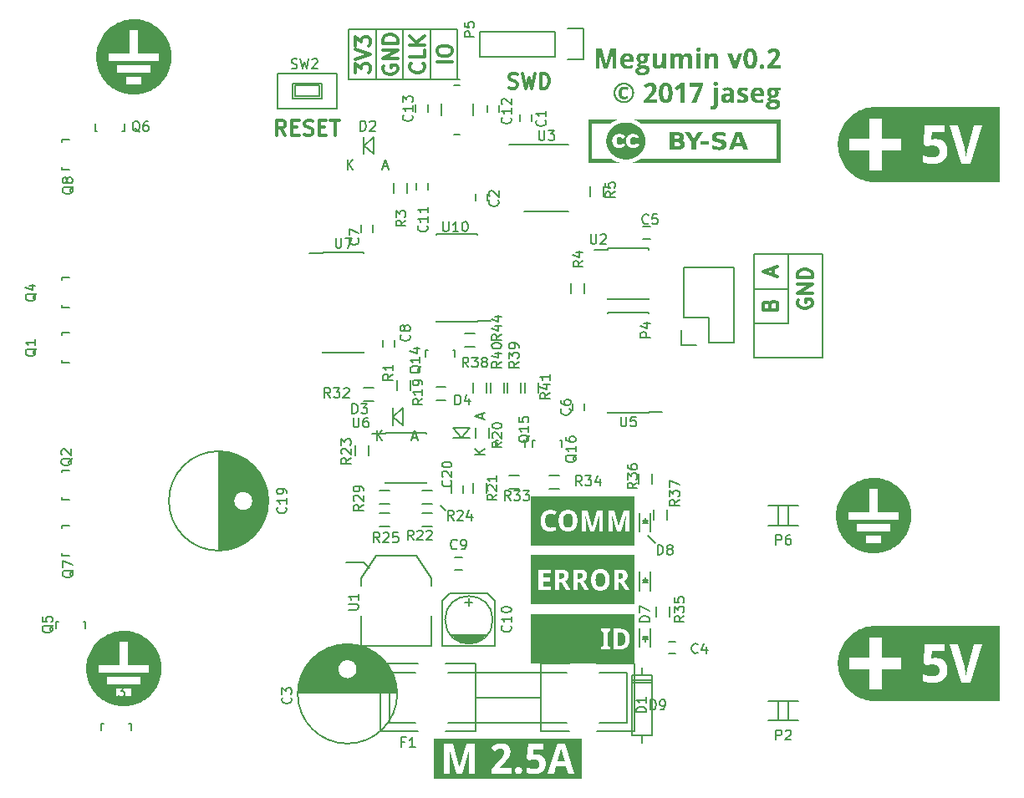
<source format=gbr>
G04 #@! TF.FileFunction,Legend,Top*
%FSLAX46Y46*%
G04 Gerber Fmt 4.6, Leading zero omitted, Abs format (unit mm)*
G04 Created by KiCad (PCBNEW 4.0.4-1.fc24-product) date Thu Jul 20 16:13:00 2017*
%MOMM*%
%LPD*%
G01*
G04 APERTURE LIST*
%ADD10C,0.100000*%
%ADD11C,0.200000*%
%ADD12C,0.300000*%
%ADD13C,0.150000*%
%ADD14C,0.203200*%
G04 APERTURE END LIST*
D10*
D11*
X92750000Y-94000000D02*
X92250000Y-93500000D01*
X113250000Y-96500000D02*
X114000000Y-97250000D01*
D12*
X76571429Y-55928571D02*
X76071429Y-55214286D01*
X75714286Y-55928571D02*
X75714286Y-54428571D01*
X76285714Y-54428571D01*
X76428572Y-54500000D01*
X76500000Y-54571429D01*
X76571429Y-54714286D01*
X76571429Y-54928571D01*
X76500000Y-55071429D01*
X76428572Y-55142857D01*
X76285714Y-55214286D01*
X75714286Y-55214286D01*
X77214286Y-55142857D02*
X77714286Y-55142857D01*
X77928572Y-55928571D02*
X77214286Y-55928571D01*
X77214286Y-54428571D01*
X77928572Y-54428571D01*
X78500000Y-55857143D02*
X78714286Y-55928571D01*
X79071429Y-55928571D01*
X79214286Y-55857143D01*
X79285715Y-55785714D01*
X79357143Y-55642857D01*
X79357143Y-55500000D01*
X79285715Y-55357143D01*
X79214286Y-55285714D01*
X79071429Y-55214286D01*
X78785715Y-55142857D01*
X78642857Y-55071429D01*
X78571429Y-55000000D01*
X78500000Y-54857143D01*
X78500000Y-54714286D01*
X78571429Y-54571429D01*
X78642857Y-54500000D01*
X78785715Y-54428571D01*
X79142857Y-54428571D01*
X79357143Y-54500000D01*
X80000000Y-55142857D02*
X80500000Y-55142857D01*
X80714286Y-55928571D02*
X80000000Y-55928571D01*
X80000000Y-54428571D01*
X80714286Y-54428571D01*
X81142857Y-54428571D02*
X82000000Y-54428571D01*
X81571429Y-55928571D02*
X81571429Y-54428571D01*
D11*
X94000000Y-45250000D02*
X83000000Y-45250000D01*
X94000000Y-50250000D02*
X94000000Y-45250000D01*
X93750000Y-50250000D02*
X94000000Y-50250000D01*
X83000000Y-50250000D02*
X93750000Y-50250000D01*
X91250000Y-45250000D02*
X91250000Y-50250000D01*
X88500000Y-50250000D02*
X88500000Y-45250000D01*
X85750000Y-45250000D02*
X85750000Y-50250000D01*
X94000000Y-50250000D02*
X94250000Y-50250000D01*
X83000000Y-45250000D02*
X83000000Y-50250000D01*
D12*
X99214286Y-51107143D02*
X99428572Y-51178571D01*
X99785715Y-51178571D01*
X99928572Y-51107143D01*
X100000001Y-51035714D01*
X100071429Y-50892857D01*
X100071429Y-50750000D01*
X100000001Y-50607143D01*
X99928572Y-50535714D01*
X99785715Y-50464286D01*
X99500001Y-50392857D01*
X99357143Y-50321429D01*
X99285715Y-50250000D01*
X99214286Y-50107143D01*
X99214286Y-49964286D01*
X99285715Y-49821429D01*
X99357143Y-49750000D01*
X99500001Y-49678571D01*
X99857143Y-49678571D01*
X100071429Y-49750000D01*
X100571429Y-49678571D02*
X100928572Y-51178571D01*
X101214286Y-50107143D01*
X101500000Y-51178571D01*
X101857143Y-49678571D01*
X102428572Y-51178571D02*
X102428572Y-49678571D01*
X102785715Y-49678571D01*
X103000000Y-49750000D01*
X103142858Y-49892857D01*
X103214286Y-50035714D01*
X103285715Y-50321429D01*
X103285715Y-50535714D01*
X103214286Y-50821429D01*
X103142858Y-50964286D01*
X103000000Y-51107143D01*
X102785715Y-51178571D01*
X102428572Y-51178571D01*
X93428571Y-48535714D02*
X91928571Y-48535714D01*
X91928571Y-47535714D02*
X91928571Y-47250000D01*
X92000000Y-47107142D01*
X92142857Y-46964285D01*
X92428571Y-46892857D01*
X92928571Y-46892857D01*
X93214286Y-46964285D01*
X93357143Y-47107142D01*
X93428571Y-47250000D01*
X93428571Y-47535714D01*
X93357143Y-47678571D01*
X93214286Y-47821428D01*
X92928571Y-47892857D01*
X92428571Y-47892857D01*
X92142857Y-47821428D01*
X92000000Y-47678571D01*
X91928571Y-47535714D01*
X90535714Y-48642857D02*
X90607143Y-48714286D01*
X90678571Y-48928572D01*
X90678571Y-49071429D01*
X90607143Y-49285714D01*
X90464286Y-49428572D01*
X90321429Y-49500000D01*
X90035714Y-49571429D01*
X89821429Y-49571429D01*
X89535714Y-49500000D01*
X89392857Y-49428572D01*
X89250000Y-49285714D01*
X89178571Y-49071429D01*
X89178571Y-48928572D01*
X89250000Y-48714286D01*
X89321429Y-48642857D01*
X90678571Y-47285714D02*
X90678571Y-48000000D01*
X89178571Y-48000000D01*
X90678571Y-46785714D02*
X89178571Y-46785714D01*
X90678571Y-45928571D02*
X89821429Y-46571428D01*
X89178571Y-45928571D02*
X90035714Y-46785714D01*
X86500000Y-48892857D02*
X86428571Y-49035714D01*
X86428571Y-49250000D01*
X86500000Y-49464285D01*
X86642857Y-49607143D01*
X86785714Y-49678571D01*
X87071429Y-49750000D01*
X87285714Y-49750000D01*
X87571429Y-49678571D01*
X87714286Y-49607143D01*
X87857143Y-49464285D01*
X87928571Y-49250000D01*
X87928571Y-49107143D01*
X87857143Y-48892857D01*
X87785714Y-48821428D01*
X87285714Y-48821428D01*
X87285714Y-49107143D01*
X87928571Y-48178571D02*
X86428571Y-48178571D01*
X87928571Y-47321428D01*
X86428571Y-47321428D01*
X87928571Y-46607142D02*
X86428571Y-46607142D01*
X86428571Y-46249999D01*
X86500000Y-46035714D01*
X86642857Y-45892856D01*
X86785714Y-45821428D01*
X87071429Y-45749999D01*
X87285714Y-45749999D01*
X87571429Y-45821428D01*
X87714286Y-45892856D01*
X87857143Y-46035714D01*
X87928571Y-46249999D01*
X87928571Y-46607142D01*
X83678571Y-49607142D02*
X83678571Y-48678571D01*
X84250000Y-49178571D01*
X84250000Y-48964285D01*
X84321429Y-48821428D01*
X84392857Y-48749999D01*
X84535714Y-48678571D01*
X84892857Y-48678571D01*
X85035714Y-48749999D01*
X85107143Y-48821428D01*
X85178571Y-48964285D01*
X85178571Y-49392857D01*
X85107143Y-49535714D01*
X85035714Y-49607142D01*
X83678571Y-48250000D02*
X85178571Y-47750000D01*
X83678571Y-47250000D01*
X83678571Y-46892857D02*
X83678571Y-45964286D01*
X84250000Y-46464286D01*
X84250000Y-46250000D01*
X84321429Y-46107143D01*
X84392857Y-46035714D01*
X84535714Y-45964286D01*
X84892857Y-45964286D01*
X85035714Y-46035714D01*
X85107143Y-46107143D01*
X85178571Y-46250000D01*
X85178571Y-46678572D01*
X85107143Y-46821429D01*
X85035714Y-46892857D01*
D11*
X127500000Y-75000000D02*
X127500000Y-68000000D01*
X124000000Y-75000000D02*
X127500000Y-75000000D01*
X124000000Y-71500000D02*
X127500000Y-71500000D01*
X124000000Y-78500000D02*
X131000000Y-78500000D01*
X131000000Y-68000000D02*
X131000000Y-78500000D01*
X124000000Y-68000000D02*
X131000000Y-68000000D01*
X124000000Y-78500000D02*
X124000000Y-68000000D01*
D12*
X128500000Y-72642857D02*
X128428571Y-72785714D01*
X128428571Y-73000000D01*
X128500000Y-73214285D01*
X128642857Y-73357143D01*
X128785714Y-73428571D01*
X129071429Y-73500000D01*
X129285714Y-73500000D01*
X129571429Y-73428571D01*
X129714286Y-73357143D01*
X129857143Y-73214285D01*
X129928571Y-73000000D01*
X129928571Y-72857143D01*
X129857143Y-72642857D01*
X129785714Y-72571428D01*
X129285714Y-72571428D01*
X129285714Y-72857143D01*
X129928571Y-71928571D02*
X128428571Y-71928571D01*
X129928571Y-71071428D01*
X128428571Y-71071428D01*
X129928571Y-70357142D02*
X128428571Y-70357142D01*
X128428571Y-69999999D01*
X128500000Y-69785714D01*
X128642857Y-69642856D01*
X128785714Y-69571428D01*
X129071429Y-69499999D01*
X129285714Y-69499999D01*
X129571429Y-69571428D01*
X129714286Y-69642856D01*
X129857143Y-69785714D01*
X129928571Y-69999999D01*
X129928571Y-70357142D01*
X125642857Y-73142857D02*
X125714286Y-72928571D01*
X125785714Y-72857143D01*
X125928571Y-72785714D01*
X126142857Y-72785714D01*
X126285714Y-72857143D01*
X126357143Y-72928571D01*
X126428571Y-73071429D01*
X126428571Y-73642857D01*
X124928571Y-73642857D01*
X124928571Y-73142857D01*
X125000000Y-73000000D01*
X125071429Y-72928571D01*
X125214286Y-72857143D01*
X125357143Y-72857143D01*
X125500000Y-72928571D01*
X125571429Y-73000000D01*
X125642857Y-73142857D01*
X125642857Y-73642857D01*
X126000000Y-70107143D02*
X126000000Y-69392857D01*
X126428571Y-70250000D02*
X124928571Y-69750000D01*
X126428571Y-69250000D01*
D11*
X84500000Y-99250000D02*
X82750000Y-99250000D01*
X84455000Y-99187000D02*
X85090000Y-99822000D01*
D10*
G36*
X104095351Y-117596102D02*
X103038121Y-117125915D01*
X103038121Y-121126085D01*
X106553772Y-121126085D01*
X106553772Y-117125915D01*
X103038121Y-117125915D01*
X104095351Y-117596102D01*
X104879180Y-117596102D01*
X105864752Y-120630542D01*
X105218177Y-120630542D01*
X105011471Y-119911206D01*
X103969675Y-119911206D01*
X103760764Y-120630542D01*
X103113637Y-120630542D01*
X104095351Y-117596102D01*
X104095351Y-117596102D01*
G37*
G36*
X104490573Y-118022191D02*
X104488391Y-118033819D01*
X104485987Y-118045963D01*
X104483369Y-118058623D01*
X104480548Y-118071801D01*
X104477533Y-118085495D01*
X104474334Y-118099706D01*
X104470960Y-118114434D01*
X104467422Y-118129678D01*
X104464883Y-118142163D01*
X104462227Y-118154814D01*
X104459452Y-118167630D01*
X104456556Y-118180611D01*
X104453538Y-118193757D01*
X104450396Y-118207069D01*
X104447128Y-118220546D01*
X104443733Y-118234189D01*
X104440209Y-118247997D01*
X104436554Y-118261970D01*
X104433527Y-118274386D01*
X104430461Y-118286831D01*
X104427356Y-118299306D01*
X104424214Y-118311811D01*
X104421035Y-118324349D01*
X104417822Y-118336921D01*
X104414575Y-118349527D01*
X104411296Y-118362169D01*
X104407986Y-118374849D01*
X104404645Y-118387567D01*
X104401276Y-118400325D01*
X104397588Y-118414298D01*
X104393960Y-118428106D01*
X104390389Y-118441749D01*
X104386870Y-118455226D01*
X104383396Y-118468538D01*
X104379964Y-118481684D01*
X104376569Y-118494666D01*
X104373204Y-118507481D01*
X104369866Y-118520132D01*
X104366550Y-118532617D01*
X104362887Y-118546223D01*
X104359250Y-118559480D01*
X104355648Y-118572386D01*
X104352087Y-118584938D01*
X104348573Y-118597133D01*
X104345114Y-118608970D01*
X104341716Y-118620447D01*
X104338386Y-118631560D01*
X104335131Y-118642309D01*
X104331199Y-118657447D01*
X104327658Y-118671176D01*
X104324484Y-118683512D01*
X104321656Y-118694470D01*
X104319149Y-118704065D01*
X104316941Y-118712313D01*
X104124567Y-119373771D01*
X104862644Y-119373771D01*
X104668065Y-118712313D01*
X104665468Y-118704400D01*
X104662636Y-118695543D01*
X104659567Y-118685740D01*
X104656255Y-118674989D01*
X104652699Y-118663289D01*
X104648895Y-118650639D01*
X104644840Y-118637035D01*
X104640530Y-118622478D01*
X104635963Y-118606965D01*
X104631134Y-118590494D01*
X104627566Y-118578307D01*
X104623948Y-118565958D01*
X104620281Y-118553446D01*
X104616568Y-118540771D01*
X104612809Y-118527930D01*
X104609005Y-118514923D01*
X104605158Y-118501749D01*
X104601269Y-118488405D01*
X104597339Y-118474892D01*
X104593369Y-118461208D01*
X104589360Y-118447351D01*
X104585314Y-118433321D01*
X104581232Y-118419116D01*
X104577115Y-118404735D01*
X104573762Y-118391816D01*
X104570423Y-118378897D01*
X104567097Y-118365978D01*
X104563786Y-118353058D01*
X104560489Y-118340139D01*
X104557208Y-118327220D01*
X104553941Y-118314301D01*
X104550690Y-118301382D01*
X104547456Y-118288463D01*
X104544238Y-118275544D01*
X104541037Y-118262625D01*
X104537853Y-118249706D01*
X104534688Y-118236786D01*
X104531540Y-118223867D01*
X104528411Y-118210948D01*
X104525301Y-118198029D01*
X104521577Y-118182310D01*
X104518038Y-118166953D01*
X104514679Y-118151960D01*
X104511500Y-118137332D01*
X104508498Y-118123068D01*
X104505670Y-118109170D01*
X104503014Y-118095639D01*
X104500529Y-118082475D01*
X104498211Y-118069679D01*
X104496059Y-118057252D01*
X104494071Y-118045195D01*
X104492243Y-118033508D01*
X104490574Y-118022191D01*
X104490573Y-118022191D01*
X104490573Y-118022191D01*
G37*
G36*
X91566228Y-117125915D02*
X92654327Y-117608780D01*
X93526901Y-117608780D01*
X94180091Y-119919474D01*
X94192218Y-119919474D01*
X94886749Y-117608780D01*
X95759323Y-117608780D01*
X95759323Y-120630542D01*
X95161805Y-120630542D01*
X95161805Y-119200138D01*
X95161805Y-119078320D01*
X95162176Y-119065856D01*
X95162535Y-119053266D01*
X95162885Y-119040548D01*
X95163229Y-119027700D01*
X95163569Y-119014719D01*
X95163907Y-119001602D01*
X95164246Y-118988348D01*
X95164589Y-118974953D01*
X95164938Y-118961415D01*
X95165295Y-118947732D01*
X95165664Y-118933901D01*
X95166015Y-118921132D01*
X95166375Y-118908320D01*
X95166742Y-118895467D01*
X95167115Y-118882577D01*
X95167492Y-118869653D01*
X95167870Y-118856697D01*
X95168248Y-118843712D01*
X95168624Y-118830702D01*
X95168997Y-118817668D01*
X95169364Y-118804615D01*
X95169723Y-118791544D01*
X95170074Y-118778459D01*
X95170807Y-118764218D01*
X95171500Y-118750056D01*
X95172154Y-118735972D01*
X95172769Y-118721962D01*
X95173349Y-118708025D01*
X95173893Y-118694156D01*
X95174403Y-118680355D01*
X95174882Y-118666619D01*
X95175329Y-118652944D01*
X95175747Y-118639330D01*
X95176137Y-118625772D01*
X95176770Y-118612395D01*
X95177395Y-118598976D01*
X95178013Y-118585515D01*
X95178623Y-118572013D01*
X95179227Y-118558469D01*
X95179824Y-118544882D01*
X95180415Y-118531253D01*
X95180998Y-118517582D01*
X95181575Y-118503869D01*
X95182146Y-118490113D01*
X95182710Y-118476315D01*
X95183268Y-118462474D01*
X95183819Y-118448591D01*
X95184365Y-118434665D01*
X95184904Y-118420695D01*
X95185438Y-118406683D01*
X95185966Y-118392628D01*
X95186488Y-118378529D01*
X95187004Y-118364387D01*
X95187515Y-118350202D01*
X95188020Y-118335973D01*
X95188520Y-118321701D01*
X95189015Y-118307385D01*
X95189505Y-118293026D01*
X95189989Y-118278622D01*
X95190469Y-118264175D01*
X95173932Y-118264175D01*
X94459006Y-120630542D01*
X93869757Y-120630542D01*
X93206094Y-118259765D01*
X93187904Y-118259765D01*
X93188816Y-118273836D01*
X93189714Y-118287875D01*
X93190599Y-118301881D01*
X93191471Y-118315856D01*
X93192330Y-118329798D01*
X93193177Y-118343707D01*
X93194011Y-118357584D01*
X93194832Y-118371428D01*
X93195641Y-118385238D01*
X93196438Y-118399015D01*
X93197223Y-118412759D01*
X93197996Y-118426470D01*
X93198758Y-118440146D01*
X93199508Y-118453789D01*
X93200247Y-118467397D01*
X93200975Y-118480971D01*
X93201692Y-118494511D01*
X93202398Y-118508016D01*
X93203094Y-118521487D01*
X93203779Y-118534922D01*
X93204454Y-118548322D01*
X93205119Y-118561687D01*
X93205774Y-118575017D01*
X93206420Y-118588311D01*
X93207055Y-118601569D01*
X93207682Y-118614791D01*
X93208299Y-118627977D01*
X93208971Y-118640753D01*
X93209609Y-118653586D01*
X93210215Y-118666476D01*
X93210790Y-118679424D01*
X93211333Y-118692429D01*
X93211847Y-118705492D01*
X93212333Y-118718612D01*
X93212790Y-118731789D01*
X93213221Y-118745024D01*
X93213626Y-118758316D01*
X93214006Y-118771666D01*
X93214362Y-118785073D01*
X93215045Y-118798487D01*
X93215714Y-118811857D01*
X93216365Y-118825187D01*
X93216996Y-118838480D01*
X93217604Y-118851738D01*
X93218187Y-118864965D01*
X93218740Y-118878163D01*
X93219262Y-118891335D01*
X93219749Y-118904485D01*
X93220200Y-118917614D01*
X93220610Y-118930726D01*
X93220977Y-118943823D01*
X93221688Y-118958057D01*
X93222320Y-118972193D01*
X93222874Y-118986232D01*
X93223354Y-119000171D01*
X93223762Y-119014009D01*
X93224100Y-119027746D01*
X93224372Y-119041379D01*
X93224578Y-119054908D01*
X93224722Y-119068331D01*
X93224807Y-119081648D01*
X93224835Y-119094856D01*
X93225231Y-119109177D01*
X93225593Y-119123202D01*
X93225919Y-119136933D01*
X93226206Y-119150370D01*
X93226454Y-119163517D01*
X93226660Y-119176374D01*
X93226824Y-119188944D01*
X93226943Y-119201228D01*
X93227015Y-119213227D01*
X93227040Y-119224943D01*
X93227040Y-120630542D01*
X92654327Y-120630542D01*
X92654327Y-117608780D01*
X91566228Y-117125915D01*
X91566228Y-121126085D01*
X96958767Y-121126085D01*
X96958767Y-117125915D01*
X91566228Y-117125915D01*
X91566228Y-117125915D01*
G37*
G36*
X96958767Y-117125915D02*
X98419488Y-117565234D01*
X98434402Y-117565306D01*
X98449208Y-117565521D01*
X98463906Y-117565880D01*
X98478496Y-117566382D01*
X98492978Y-117567027D01*
X98507351Y-117567815D01*
X98521617Y-117568747D01*
X98535774Y-117569821D01*
X98549823Y-117571039D01*
X98563764Y-117572400D01*
X98577597Y-117573903D01*
X98591321Y-117575549D01*
X98604938Y-117577338D01*
X98618446Y-117579270D01*
X98631847Y-117581344D01*
X98645139Y-117583561D01*
X98658323Y-117585920D01*
X98671398Y-117588421D01*
X98684366Y-117591065D01*
X98697226Y-117593851D01*
X98709977Y-117596780D01*
X98722620Y-117599850D01*
X98735155Y-117603062D01*
X98747582Y-117606417D01*
X98759901Y-117609913D01*
X98772112Y-117613551D01*
X98784214Y-117617331D01*
X98796208Y-117621253D01*
X98808095Y-117625316D01*
X98821902Y-117630194D01*
X98835543Y-117635236D01*
X98849017Y-117640442D01*
X98862325Y-117645812D01*
X98875466Y-117651347D01*
X98888442Y-117657046D01*
X98901251Y-117662911D01*
X98913895Y-117668939D01*
X98926372Y-117675133D01*
X98938684Y-117681492D01*
X98950830Y-117688016D01*
X98962811Y-117694705D01*
X98974626Y-117701559D01*
X98986276Y-117708579D01*
X98997761Y-117715764D01*
X99009081Y-117723115D01*
X99020235Y-117730632D01*
X99031225Y-117738314D01*
X99042050Y-117746163D01*
X99052711Y-117754177D01*
X99063206Y-117762358D01*
X99073538Y-117770705D01*
X99083705Y-117779218D01*
X99093707Y-117787898D01*
X99103546Y-117796744D01*
X99113610Y-117805957D01*
X99123475Y-117815336D01*
X99133142Y-117824882D01*
X99142611Y-117834593D01*
X99151880Y-117844471D01*
X99160950Y-117854514D01*
X99169820Y-117864724D01*
X99178491Y-117875099D01*
X99186961Y-117885639D01*
X99195232Y-117896345D01*
X99203301Y-117907216D01*
X99211171Y-117918253D01*
X99218839Y-117929454D01*
X99226306Y-117940821D01*
X99233571Y-117952352D01*
X99240635Y-117964048D01*
X99247497Y-117975909D01*
X99254157Y-117987934D01*
X99260614Y-118000124D01*
X99266869Y-118012478D01*
X99272921Y-118024995D01*
X99278770Y-118037677D01*
X99284415Y-118050523D01*
X99289857Y-118063533D01*
X99294847Y-118075674D01*
X99299642Y-118087931D01*
X99304241Y-118100303D01*
X99308644Y-118112791D01*
X99312851Y-118125393D01*
X99316863Y-118138111D01*
X99320679Y-118150945D01*
X99324300Y-118163894D01*
X99327724Y-118176959D01*
X99330953Y-118190140D01*
X99333987Y-118203437D01*
X99336824Y-118216850D01*
X99339466Y-118230379D01*
X99341912Y-118244024D01*
X99344163Y-118257785D01*
X99346218Y-118271663D01*
X99348077Y-118285657D01*
X99349740Y-118299768D01*
X99351208Y-118313995D01*
X99352480Y-118328339D01*
X99353556Y-118342800D01*
X99354437Y-118357378D01*
X99355122Y-118372073D01*
X99355611Y-118386885D01*
X99355905Y-118401815D01*
X99356002Y-118416862D01*
X99355902Y-118431060D01*
X99355601Y-118445214D01*
X99355098Y-118459323D01*
X99354396Y-118473386D01*
X99353493Y-118487404D01*
X99352391Y-118501376D01*
X99351088Y-118515303D01*
X99349586Y-118529184D01*
X99347884Y-118543019D01*
X99345983Y-118556809D01*
X99343884Y-118570552D01*
X99341585Y-118584249D01*
X99339088Y-118597900D01*
X99336393Y-118611504D01*
X99333499Y-118625062D01*
X99330408Y-118638574D01*
X99327119Y-118652038D01*
X99323633Y-118665456D01*
X99319949Y-118678828D01*
X99316068Y-118692152D01*
X99311990Y-118705429D01*
X99307716Y-118718659D01*
X99303245Y-118731841D01*
X99298578Y-118744976D01*
X99293715Y-118758064D01*
X99288879Y-118770459D01*
X99283910Y-118782839D01*
X99278809Y-118795206D01*
X99273576Y-118807558D01*
X99268209Y-118819896D01*
X99262710Y-118832220D01*
X99257077Y-118844531D01*
X99251311Y-118856829D01*
X99245411Y-118869113D01*
X99239378Y-118881385D01*
X99233210Y-118893643D01*
X99226909Y-118905889D01*
X99220472Y-118918123D01*
X99213902Y-118930344D01*
X99207197Y-118942554D01*
X99200356Y-118954751D01*
X99193381Y-118966937D01*
X99186270Y-118979111D01*
X99179024Y-118991274D01*
X99171642Y-119003426D01*
X99164125Y-119015567D01*
X99156471Y-119027697D01*
X99148681Y-119039817D01*
X99140755Y-119051927D01*
X99132692Y-119064026D01*
X99124492Y-119076115D01*
X99117037Y-119086808D01*
X99109497Y-119097502D01*
X99101873Y-119108198D01*
X99094165Y-119118896D01*
X99086372Y-119129595D01*
X99078495Y-119140296D01*
X99070534Y-119150997D01*
X99062489Y-119161700D01*
X99054360Y-119172403D01*
X99046147Y-119183108D01*
X99037850Y-119193812D01*
X99029469Y-119204518D01*
X99021005Y-119215223D01*
X99012457Y-119225929D01*
X99003825Y-119236635D01*
X98995110Y-119247341D01*
X98986311Y-119258047D01*
X98977429Y-119268752D01*
X98968463Y-119279457D01*
X98959415Y-119290161D01*
X98950283Y-119300864D01*
X98941068Y-119311567D01*
X98931769Y-119322269D01*
X98922388Y-119332969D01*
X98912924Y-119343668D01*
X98903377Y-119354366D01*
X98893748Y-119365062D01*
X98884035Y-119375757D01*
X98874240Y-119386449D01*
X98865150Y-119396324D01*
X98856014Y-119406210D01*
X98846834Y-119416109D01*
X98837610Y-119426020D01*
X98828342Y-119435944D01*
X98819029Y-119445879D01*
X98809672Y-119455827D01*
X98800271Y-119465788D01*
X98790826Y-119475761D01*
X98781338Y-119485746D01*
X98771806Y-119495744D01*
X98762231Y-119505755D01*
X98752612Y-119515778D01*
X98742949Y-119525815D01*
X98733244Y-119535864D01*
X98723495Y-119545925D01*
X98713704Y-119556000D01*
X98703870Y-119566088D01*
X98693993Y-119576189D01*
X98684073Y-119586303D01*
X98674111Y-119596430D01*
X98664106Y-119606570D01*
X98654059Y-119616724D01*
X98643970Y-119626891D01*
X98633839Y-119637071D01*
X98623666Y-119647265D01*
X98613451Y-119657472D01*
X98603194Y-119667693D01*
X98592896Y-119677927D01*
X98582556Y-119688175D01*
X98572175Y-119698437D01*
X98208372Y-120064444D01*
X98208372Y-120093107D01*
X99440339Y-120093107D01*
X99440339Y-120630542D01*
X97412969Y-120630542D01*
X97412969Y-120186263D01*
X98124036Y-119419522D01*
X98134334Y-119408425D01*
X98144556Y-119397394D01*
X98154702Y-119386429D01*
X98164773Y-119375530D01*
X98174769Y-119364698D01*
X98184690Y-119353933D01*
X98194536Y-119343234D01*
X98204308Y-119332601D01*
X98214006Y-119322036D01*
X98223629Y-119311537D01*
X98233178Y-119301106D01*
X98242654Y-119290741D01*
X98252056Y-119280444D01*
X98261385Y-119270214D01*
X98270640Y-119260051D01*
X98279823Y-119249956D01*
X98288932Y-119239928D01*
X98297969Y-119229968D01*
X98306934Y-119220076D01*
X98315826Y-119210251D01*
X98324647Y-119200494D01*
X98333395Y-119190806D01*
X98342072Y-119181186D01*
X98350677Y-119171633D01*
X98359211Y-119162149D01*
X98367673Y-119152734D01*
X98377568Y-119141661D01*
X98387333Y-119130615D01*
X98396968Y-119119595D01*
X98406474Y-119108603D01*
X98415851Y-119097638D01*
X98425099Y-119086699D01*
X98434218Y-119075786D01*
X98443208Y-119064900D01*
X98452069Y-119054040D01*
X98460802Y-119043205D01*
X98469407Y-119032397D01*
X98477884Y-119021614D01*
X98486233Y-119010856D01*
X98494453Y-119000124D01*
X98502547Y-118989417D01*
X98510512Y-118978735D01*
X98518351Y-118968078D01*
X98526062Y-118957446D01*
X98533646Y-118946838D01*
X98541103Y-118936255D01*
X98548434Y-118925695D01*
X98555638Y-118915160D01*
X98563812Y-118902962D01*
X98571798Y-118890736D01*
X98579594Y-118878484D01*
X98587201Y-118866206D01*
X98594616Y-118853903D01*
X98601841Y-118841574D01*
X98608873Y-118829221D01*
X98615712Y-118816844D01*
X98622358Y-118804443D01*
X98628809Y-118792019D01*
X98635066Y-118779572D01*
X98641126Y-118767103D01*
X98646990Y-118754612D01*
X98652657Y-118742101D01*
X98658126Y-118729568D01*
X98663396Y-118717015D01*
X98668467Y-118704443D01*
X98673338Y-118691851D01*
X98678008Y-118679240D01*
X98682454Y-118666572D01*
X98686653Y-118653807D01*
X98690606Y-118640944D01*
X98694314Y-118627983D01*
X98697777Y-118614923D01*
X98700997Y-118601763D01*
X98703974Y-118588502D01*
X98706708Y-118575141D01*
X98709201Y-118561677D01*
X98711453Y-118548110D01*
X98713465Y-118534441D01*
X98715238Y-118520667D01*
X98716771Y-118506788D01*
X98718067Y-118492803D01*
X98719126Y-118478712D01*
X98719948Y-118464514D01*
X98720534Y-118450209D01*
X98720886Y-118435795D01*
X98721002Y-118421271D01*
X98720773Y-118406143D01*
X98720084Y-118391349D01*
X98718935Y-118376892D01*
X98717325Y-118362772D01*
X98715253Y-118348989D01*
X98712720Y-118335544D01*
X98709724Y-118322437D01*
X98706265Y-118309670D01*
X98702342Y-118297243D01*
X98697955Y-118285156D01*
X98693102Y-118273410D01*
X98687784Y-118262005D01*
X98681999Y-118250943D01*
X98675748Y-118240224D01*
X98669029Y-118229849D01*
X98661842Y-118219818D01*
X98654186Y-118210131D01*
X98646060Y-118200790D01*
X98637465Y-118191795D01*
X98628399Y-118183146D01*
X98619140Y-118174886D01*
X98609556Y-118167055D01*
X98599646Y-118159653D01*
X98589412Y-118152680D01*
X98578854Y-118146133D01*
X98567972Y-118140013D01*
X98556767Y-118134320D01*
X98545240Y-118129052D01*
X98533391Y-118124209D01*
X98521222Y-118119791D01*
X98508731Y-118115796D01*
X98495922Y-118112225D01*
X98482793Y-118109076D01*
X98469345Y-118106348D01*
X98455580Y-118104043D01*
X98441497Y-118102157D01*
X98427097Y-118100692D01*
X98412382Y-118099646D01*
X98397351Y-118099019D01*
X98382005Y-118098810D01*
X98368419Y-118098950D01*
X98354875Y-118099367D01*
X98341375Y-118100064D01*
X98327917Y-118101039D01*
X98314503Y-118102294D01*
X98301132Y-118103827D01*
X98287803Y-118105640D01*
X98274518Y-118107732D01*
X98261276Y-118110103D01*
X98248077Y-118112754D01*
X98234921Y-118115685D01*
X98221808Y-118118895D01*
X98208738Y-118122386D01*
X98195712Y-118126156D01*
X98182728Y-118130207D01*
X98169787Y-118134537D01*
X98156890Y-118139149D01*
X98144035Y-118144040D01*
X98131224Y-118149213D01*
X98118455Y-118154666D01*
X98105730Y-118160400D01*
X98093048Y-118166414D01*
X98080409Y-118172711D01*
X98067812Y-118179288D01*
X98057017Y-118185133D01*
X98046188Y-118191150D01*
X98035325Y-118197341D01*
X98024427Y-118203705D01*
X98013495Y-118210242D01*
X98002527Y-118216953D01*
X97991525Y-118223837D01*
X97980487Y-118230895D01*
X97969414Y-118238126D01*
X97958305Y-118245531D01*
X97947160Y-118253109D01*
X97935979Y-118260861D01*
X97924761Y-118268787D01*
X97913507Y-118276887D01*
X97902215Y-118285161D01*
X97890887Y-118293610D01*
X97879521Y-118302232D01*
X97868118Y-118311028D01*
X97856676Y-118319999D01*
X97845197Y-118329144D01*
X97833680Y-118338464D01*
X97822123Y-118347958D01*
X97810529Y-118357627D01*
X97798895Y-118367471D01*
X97787222Y-118377489D01*
X97775510Y-118387682D01*
X97763758Y-118398050D01*
X97751966Y-118408593D01*
X97404700Y-117997387D01*
X97415059Y-117987993D01*
X97425464Y-117978646D01*
X97435916Y-117969346D01*
X97446415Y-117960094D01*
X97456963Y-117950890D01*
X97467559Y-117941734D01*
X97478205Y-117932628D01*
X97488901Y-117923572D01*
X97499647Y-117914567D01*
X97510445Y-117905612D01*
X97521293Y-117896709D01*
X97532195Y-117887858D01*
X97543148Y-117879060D01*
X97554155Y-117870315D01*
X97565216Y-117861624D01*
X97576332Y-117852988D01*
X97587502Y-117844407D01*
X97598728Y-117835881D01*
X97609447Y-117827665D01*
X97620281Y-117819555D01*
X97631229Y-117811549D01*
X97642291Y-117803648D01*
X97653468Y-117795851D01*
X97664760Y-117788159D01*
X97676166Y-117780571D01*
X97687686Y-117773086D01*
X97699321Y-117765704D01*
X97711071Y-117758426D01*
X97722935Y-117751251D01*
X97734914Y-117744178D01*
X97747007Y-117737208D01*
X97759214Y-117730340D01*
X97771537Y-117723574D01*
X97783973Y-117716910D01*
X97796525Y-117710347D01*
X97809190Y-117703886D01*
X97821971Y-117697526D01*
X97833644Y-117691875D01*
X97845432Y-117686340D01*
X97857337Y-117680920D01*
X97869356Y-117675616D01*
X97881491Y-117670426D01*
X97893739Y-117665351D01*
X97906102Y-117660390D01*
X97918579Y-117655543D01*
X97931169Y-117650809D01*
X97943872Y-117646188D01*
X97956688Y-117641680D01*
X97969616Y-117637284D01*
X97982656Y-117633000D01*
X97995807Y-117628828D01*
X98009070Y-117624767D01*
X98022444Y-117620817D01*
X98035928Y-117616977D01*
X98049523Y-117613248D01*
X98063227Y-117609628D01*
X98077041Y-117606118D01*
X98090964Y-117602717D01*
X98103254Y-117599679D01*
X98115665Y-117596768D01*
X98128197Y-117593984D01*
X98140850Y-117591327D01*
X98153624Y-117588798D01*
X98166519Y-117586395D01*
X98179535Y-117584121D01*
X98192673Y-117581975D01*
X98205932Y-117579956D01*
X98219313Y-117578067D01*
X98232816Y-117576306D01*
X98246441Y-117574673D01*
X98260187Y-117573171D01*
X98274056Y-117571797D01*
X98288047Y-117570553D01*
X98302161Y-117569439D01*
X98316397Y-117568456D01*
X98330755Y-117567602D01*
X98345236Y-117566880D01*
X98359840Y-117566288D01*
X98374568Y-117565827D01*
X98389418Y-117565498D01*
X98404391Y-117565300D01*
X98419488Y-117565234D01*
X96958767Y-117125915D01*
X96958767Y-121126085D01*
X99628303Y-121126085D01*
X99628303Y-117125915D01*
X96958767Y-117125915D01*
X96958767Y-117125915D01*
G37*
G36*
X99628303Y-117125915D02*
X100180621Y-119983967D01*
X100195000Y-119984141D01*
X100209200Y-119984668D01*
X100223225Y-119985552D01*
X100237078Y-119986798D01*
X100250763Y-119988411D01*
X100264282Y-119990397D01*
X100277639Y-119992759D01*
X100290837Y-119995503D01*
X100303880Y-119998634D01*
X100316771Y-120002157D01*
X100329834Y-120006109D01*
X100342568Y-120010522D01*
X100354970Y-120015396D01*
X100367042Y-120020727D01*
X100378782Y-120026514D01*
X100390193Y-120032756D01*
X100401272Y-120039451D01*
X100412021Y-120046598D01*
X100422439Y-120054195D01*
X100432526Y-120062239D01*
X100442249Y-120070780D01*
X100451572Y-120079865D01*
X100460491Y-120089493D01*
X100469003Y-120099661D01*
X100477106Y-120110368D01*
X100484795Y-120121612D01*
X100492067Y-120133392D01*
X100498919Y-120145707D01*
X100505348Y-120158553D01*
X100511350Y-120171931D01*
X100515966Y-120183168D01*
X100520172Y-120194831D01*
X100523967Y-120206920D01*
X100527355Y-120219438D01*
X100530338Y-120232384D01*
X100532916Y-120245759D01*
X100535093Y-120259566D01*
X100536869Y-120273804D01*
X100538247Y-120288474D01*
X100539230Y-120303578D01*
X100539817Y-120319117D01*
X100540013Y-120335091D01*
X100539817Y-120350410D01*
X100539230Y-120365360D01*
X100538248Y-120379942D01*
X100536869Y-120394152D01*
X100535093Y-120407992D01*
X100532917Y-120421459D01*
X100530338Y-120434553D01*
X100527356Y-120447273D01*
X100523968Y-120459618D01*
X100520172Y-120471587D01*
X100515967Y-120483178D01*
X100511350Y-120494392D01*
X100505347Y-120507398D01*
X100498919Y-120519955D01*
X100492067Y-120532063D01*
X100484794Y-120543719D01*
X100477106Y-120554922D01*
X100469003Y-120565671D01*
X100460491Y-120575963D01*
X100451572Y-120585797D01*
X100442249Y-120595171D01*
X100432526Y-120604084D01*
X100422439Y-120612510D01*
X100412021Y-120620426D01*
X100401272Y-120627837D01*
X100390193Y-120634745D01*
X100378782Y-120641153D01*
X100367042Y-120647065D01*
X100354970Y-120652485D01*
X100342568Y-120657415D01*
X100329834Y-120661859D01*
X100316771Y-120665820D01*
X100303880Y-120669755D01*
X100290837Y-120673290D01*
X100277639Y-120676422D01*
X100264282Y-120679146D01*
X100250763Y-120681461D01*
X100237078Y-120683362D01*
X100223225Y-120684846D01*
X100209200Y-120685911D01*
X100195000Y-120686552D01*
X100180621Y-120686766D01*
X100166797Y-120686589D01*
X100153139Y-120686059D01*
X100139647Y-120685178D01*
X100126323Y-120683950D01*
X100113168Y-120682377D01*
X100100183Y-120680460D01*
X100087370Y-120678203D01*
X100074729Y-120675608D01*
X100062263Y-120672677D01*
X100049971Y-120669414D01*
X100037856Y-120665820D01*
X100024792Y-120661859D01*
X100012059Y-120657415D01*
X99999657Y-120652484D01*
X99987585Y-120647065D01*
X99975844Y-120641153D01*
X99964434Y-120634744D01*
X99953355Y-120627837D01*
X99942606Y-120620426D01*
X99932188Y-120612510D01*
X99922101Y-120604084D01*
X99912393Y-120595171D01*
X99903112Y-120585797D01*
X99894255Y-120575963D01*
X99885817Y-120565671D01*
X99877797Y-120554922D01*
X99870189Y-120543719D01*
X99862992Y-120532063D01*
X99856202Y-120519955D01*
X99849815Y-120507398D01*
X99843828Y-120494392D01*
X99839533Y-120483178D01*
X99835607Y-120471587D01*
X99832050Y-120459618D01*
X99828863Y-120447273D01*
X99826048Y-120434553D01*
X99823605Y-120421459D01*
X99821535Y-120407992D01*
X99819840Y-120394152D01*
X99818519Y-120379942D01*
X99817575Y-120365360D01*
X99817008Y-120350410D01*
X99816819Y-120335091D01*
X99817008Y-120319117D01*
X99817575Y-120303578D01*
X99818520Y-120288474D01*
X99819840Y-120273804D01*
X99821536Y-120259566D01*
X99823606Y-120245759D01*
X99826049Y-120232384D01*
X99828864Y-120219438D01*
X99832051Y-120206920D01*
X99835608Y-120194831D01*
X99839534Y-120183168D01*
X99843828Y-120171931D01*
X99849815Y-120158553D01*
X99856202Y-120145706D01*
X99862992Y-120133392D01*
X99870189Y-120121612D01*
X99877797Y-120110367D01*
X99885817Y-120099660D01*
X99894255Y-120089492D01*
X99903112Y-120079865D01*
X99912393Y-120070780D01*
X99922101Y-120062239D01*
X99932188Y-120054194D01*
X99942606Y-120046598D01*
X99953355Y-120039451D01*
X99964434Y-120032755D01*
X99975844Y-120026513D01*
X99987585Y-120020726D01*
X99999657Y-120015395D01*
X100012059Y-120010522D01*
X100024792Y-120006109D01*
X100037856Y-120002157D01*
X100049971Y-119998937D01*
X100062263Y-119996042D01*
X100074729Y-119993468D01*
X100087370Y-119991210D01*
X100100183Y-119989266D01*
X100113168Y-119987631D01*
X100126323Y-119986302D01*
X100139647Y-119985275D01*
X100153139Y-119984545D01*
X100166797Y-119984111D01*
X100180621Y-119983967D01*
X99628303Y-117125915D01*
X99628303Y-121126085D01*
X100659075Y-121126085D01*
X100659075Y-117125915D01*
X99628303Y-117125915D01*
X99628303Y-117125915D01*
G37*
G36*
X100659075Y-117125915D02*
X101133672Y-117608780D01*
X102729440Y-117608780D01*
X102729440Y-118150073D01*
X101687643Y-118150073D01*
X101638034Y-118743732D01*
X101649196Y-118741315D01*
X101660636Y-118738889D01*
X101672356Y-118736454D01*
X101684356Y-118734014D01*
X101696640Y-118731571D01*
X101709210Y-118729125D01*
X101722066Y-118726679D01*
X101735211Y-118724236D01*
X101748647Y-118721796D01*
X101762376Y-118719361D01*
X101776400Y-118716935D01*
X101790721Y-118714518D01*
X101801352Y-118712867D01*
X101812331Y-118711319D01*
X101823659Y-118709873D01*
X101835333Y-118708529D01*
X101847354Y-118707287D01*
X101859720Y-118706146D01*
X101872432Y-118705106D01*
X101885487Y-118704167D01*
X101898887Y-118703328D01*
X101912629Y-118702589D01*
X101926714Y-118701949D01*
X101941140Y-118701409D01*
X101955907Y-118700968D01*
X101971015Y-118700625D01*
X101986462Y-118700381D01*
X102002248Y-118700235D01*
X102018372Y-118700186D01*
X102032728Y-118700269D01*
X102047008Y-118700517D01*
X102061214Y-118700931D01*
X102075346Y-118701510D01*
X102089403Y-118702254D01*
X102103385Y-118703164D01*
X102117293Y-118704238D01*
X102131127Y-118705478D01*
X102144886Y-118706882D01*
X102158572Y-118708452D01*
X102172183Y-118710186D01*
X102185721Y-118712085D01*
X102199185Y-118714148D01*
X102212575Y-118716376D01*
X102225891Y-118718768D01*
X102239134Y-118721325D01*
X102252303Y-118724045D01*
X102265398Y-118726930D01*
X102278421Y-118729979D01*
X102291370Y-118733192D01*
X102304246Y-118736569D01*
X102317049Y-118740110D01*
X102329779Y-118743815D01*
X102342435Y-118747683D01*
X102355020Y-118751715D01*
X102367531Y-118755910D01*
X102379970Y-118760269D01*
X102393295Y-118765152D01*
X102406483Y-118770209D01*
X102419534Y-118775443D01*
X102432446Y-118780851D01*
X102445220Y-118786436D01*
X102457856Y-118792197D01*
X102470354Y-118798134D01*
X102482714Y-118804248D01*
X102494935Y-118810540D01*
X102507018Y-118817009D01*
X102518962Y-118823655D01*
X102530767Y-118830480D01*
X102542434Y-118837483D01*
X102553961Y-118844665D01*
X102565350Y-118852026D01*
X102576599Y-118859567D01*
X102587709Y-118867287D01*
X102598680Y-118875187D01*
X102609511Y-118883267D01*
X102620202Y-118891528D01*
X102630754Y-118899971D01*
X102641166Y-118908594D01*
X102651438Y-118917399D01*
X102661570Y-118926386D01*
X102671562Y-118935555D01*
X102681022Y-118944545D01*
X102690320Y-118953706D01*
X102699457Y-118963038D01*
X102708434Y-118972542D01*
X102717250Y-118982217D01*
X102725905Y-118992063D01*
X102734399Y-119002080D01*
X102742734Y-119012269D01*
X102750909Y-119022628D01*
X102758924Y-119033159D01*
X102766779Y-119043862D01*
X102774475Y-119054735D01*
X102782012Y-119065780D01*
X102789390Y-119076996D01*
X102796609Y-119088383D01*
X102803669Y-119099941D01*
X102810571Y-119111671D01*
X102817315Y-119123572D01*
X102823901Y-119135644D01*
X102830328Y-119147887D01*
X102836599Y-119160302D01*
X102842711Y-119172888D01*
X102848666Y-119185645D01*
X102854465Y-119198573D01*
X102860106Y-119211672D01*
X102865590Y-119224943D01*
X102870354Y-119236838D01*
X102874953Y-119248859D01*
X102879387Y-119261005D01*
X102883655Y-119273276D01*
X102887757Y-119285673D01*
X102891694Y-119298194D01*
X102895464Y-119310840D01*
X102899068Y-119323610D01*
X102902506Y-119336504D01*
X102905778Y-119349523D01*
X102908883Y-119362665D01*
X102911822Y-119375931D01*
X102914593Y-119389320D01*
X102917198Y-119402832D01*
X102919636Y-119416468D01*
X102921906Y-119430226D01*
X102924010Y-119444107D01*
X102925945Y-119458110D01*
X102927713Y-119472235D01*
X102929314Y-119486483D01*
X102930746Y-119500852D01*
X102932010Y-119515343D01*
X102933107Y-119529955D01*
X102934035Y-119544688D01*
X102934794Y-119559542D01*
X102935385Y-119574517D01*
X102935808Y-119589613D01*
X102936061Y-119604829D01*
X102936146Y-119620165D01*
X102936075Y-119635026D01*
X102935863Y-119649795D01*
X102935510Y-119664472D01*
X102935016Y-119679056D01*
X102934381Y-119693548D01*
X102933605Y-119707948D01*
X102932688Y-119722255D01*
X102931631Y-119736471D01*
X102930432Y-119750595D01*
X102929092Y-119764627D01*
X102927612Y-119778567D01*
X102925991Y-119792416D01*
X102924229Y-119806173D01*
X102922327Y-119819839D01*
X102920284Y-119833414D01*
X102918101Y-119846897D01*
X102915777Y-119860289D01*
X102913313Y-119873590D01*
X102910708Y-119886800D01*
X102907963Y-119899919D01*
X102905078Y-119912947D01*
X102902052Y-119925885D01*
X102898886Y-119938732D01*
X102895580Y-119951488D01*
X102892134Y-119964155D01*
X102888548Y-119976730D01*
X102884822Y-119989216D01*
X102880956Y-120001611D01*
X102876950Y-120013917D01*
X102872804Y-120026132D01*
X102868518Y-120038257D01*
X102864092Y-120050293D01*
X102859527Y-120062239D01*
X102854166Y-120075571D01*
X102848632Y-120088764D01*
X102842925Y-120101820D01*
X102837045Y-120114739D01*
X102830993Y-120127520D01*
X102824767Y-120140163D01*
X102818370Y-120152669D01*
X102811799Y-120165037D01*
X102805056Y-120177267D01*
X102798141Y-120189359D01*
X102791053Y-120201314D01*
X102783793Y-120213132D01*
X102776361Y-120224812D01*
X102768757Y-120236354D01*
X102760980Y-120247758D01*
X102753032Y-120259025D01*
X102744912Y-120270154D01*
X102736619Y-120281146D01*
X102728155Y-120292000D01*
X102719519Y-120302716D01*
X102710712Y-120313294D01*
X102701733Y-120323735D01*
X102692582Y-120334039D01*
X102683260Y-120344204D01*
X102673767Y-120354233D01*
X102664102Y-120364123D01*
X102654266Y-120373876D01*
X102644258Y-120383491D01*
X102634080Y-120392968D01*
X102624403Y-120401572D01*
X102614577Y-120410047D01*
X102604600Y-120418393D01*
X102594474Y-120426609D01*
X102584198Y-120434697D01*
X102573772Y-120442655D01*
X102563196Y-120450485D01*
X102552470Y-120458185D01*
X102541594Y-120465756D01*
X102530567Y-120473199D01*
X102519390Y-120480512D01*
X102508063Y-120487696D01*
X102496586Y-120494751D01*
X102484958Y-120501677D01*
X102473179Y-120508474D01*
X102461251Y-120515142D01*
X102449171Y-120521681D01*
X102436941Y-120528091D01*
X102424560Y-120534371D01*
X102412028Y-120540523D01*
X102399346Y-120546546D01*
X102386513Y-120552439D01*
X102373528Y-120558204D01*
X102360393Y-120563839D01*
X102347107Y-120569346D01*
X102333670Y-120574723D01*
X102320081Y-120579971D01*
X102306341Y-120585091D01*
X102292450Y-120590081D01*
X102278408Y-120594942D01*
X102264214Y-120599674D01*
X102252322Y-120603532D01*
X102240334Y-120607283D01*
X102228248Y-120610928D01*
X102216067Y-120614467D01*
X102203788Y-120617899D01*
X102191413Y-120621226D01*
X102178941Y-120624446D01*
X102166373Y-120627561D01*
X102153708Y-120630569D01*
X102140946Y-120633471D01*
X102128088Y-120636267D01*
X102115133Y-120638958D01*
X102102081Y-120641542D01*
X102088933Y-120644021D01*
X102075688Y-120646394D01*
X102062346Y-120648661D01*
X102048908Y-120650822D01*
X102035374Y-120652877D01*
X102021742Y-120654827D01*
X102008014Y-120656671D01*
X101994189Y-120658410D01*
X101980268Y-120660042D01*
X101966250Y-120661570D01*
X101952136Y-120662991D01*
X101937924Y-120664307D01*
X101923617Y-120665518D01*
X101909212Y-120666623D01*
X101894711Y-120667623D01*
X101880113Y-120668518D01*
X101865419Y-120669307D01*
X101850628Y-120669990D01*
X101835740Y-120670569D01*
X101820756Y-120671042D01*
X101805675Y-120671410D01*
X101790497Y-120671673D01*
X101775223Y-120671831D01*
X101759853Y-120671883D01*
X101746483Y-120671852D01*
X101733126Y-120671756D01*
X101719780Y-120671596D01*
X101706447Y-120671369D01*
X101693127Y-120671076D01*
X101679820Y-120670714D01*
X101666526Y-120670284D01*
X101653247Y-120669784D01*
X101639981Y-120669212D01*
X101626730Y-120668569D01*
X101613493Y-120667852D01*
X101600272Y-120667061D01*
X101587067Y-120666196D01*
X101573877Y-120665254D01*
X101560703Y-120664235D01*
X101547546Y-120663138D01*
X101534405Y-120661961D01*
X101520485Y-120660625D01*
X101506629Y-120659199D01*
X101492838Y-120657685D01*
X101479112Y-120656084D01*
X101465450Y-120654397D01*
X101451852Y-120652626D01*
X101438319Y-120650772D01*
X101424851Y-120648836D01*
X101411448Y-120646819D01*
X101398109Y-120644723D01*
X101384834Y-120642548D01*
X101371625Y-120640296D01*
X101358479Y-120637969D01*
X101345399Y-120635566D01*
X101332383Y-120633090D01*
X101319431Y-120630542D01*
X101305967Y-120628006D01*
X101292582Y-120625360D01*
X101279276Y-120622604D01*
X101266049Y-120619738D01*
X101252898Y-120616761D01*
X101239823Y-120613674D01*
X101226823Y-120610477D01*
X101213897Y-120607170D01*
X101201044Y-120603753D01*
X101188263Y-120600225D01*
X101175553Y-120596587D01*
X101162913Y-120592839D01*
X101150342Y-120588981D01*
X101137839Y-120585012D01*
X101125404Y-120580933D01*
X101111509Y-120576104D01*
X101097810Y-120571157D01*
X101084307Y-120566091D01*
X101071000Y-120560905D01*
X101057888Y-120555599D01*
X101044972Y-120550171D01*
X101032252Y-120544622D01*
X101019727Y-120538950D01*
X101007398Y-120533155D01*
X100995265Y-120527235D01*
X100983327Y-120521190D01*
X100971585Y-120515020D01*
X100960039Y-120508724D01*
X100960039Y-119956957D01*
X100970484Y-119962838D01*
X100981151Y-119968669D01*
X100992040Y-119974453D01*
X101003154Y-119980189D01*
X101014495Y-119985879D01*
X101026064Y-119991525D01*
X101037864Y-119997127D01*
X101049895Y-120002687D01*
X101062160Y-120008206D01*
X101074661Y-120013686D01*
X101087400Y-120019127D01*
X101100377Y-120024530D01*
X101113596Y-120029897D01*
X101127057Y-120035230D01*
X101139768Y-120039882D01*
X101152543Y-120044467D01*
X101165382Y-120048984D01*
X101178282Y-120053432D01*
X101191243Y-120057809D01*
X101204263Y-120062116D01*
X101217339Y-120066351D01*
X101230472Y-120070512D01*
X101243659Y-120074600D01*
X101256899Y-120078612D01*
X101270190Y-120082549D01*
X101283532Y-120086409D01*
X101296922Y-120090191D01*
X101310359Y-120093894D01*
X101323841Y-120097517D01*
X101337622Y-120100787D01*
X101351402Y-120103984D01*
X101365182Y-120107108D01*
X101378963Y-120110158D01*
X101392743Y-120113134D01*
X101406523Y-120116037D01*
X101420304Y-120118867D01*
X101434084Y-120121623D01*
X101447865Y-120124306D01*
X101461645Y-120126915D01*
X101475425Y-120129451D01*
X101489206Y-120131913D01*
X101502986Y-120134301D01*
X101516767Y-120136616D01*
X101530547Y-120138858D01*
X101545257Y-120140849D01*
X101559858Y-120142689D01*
X101574350Y-120144379D01*
X101588735Y-120145918D01*
X101603012Y-120147308D01*
X101617182Y-120148548D01*
X101631247Y-120149641D01*
X101645206Y-120150586D01*
X101659060Y-120151384D01*
X101672810Y-120152036D01*
X101686457Y-120152541D01*
X101700000Y-120152902D01*
X101713441Y-120153118D01*
X101726779Y-120153190D01*
X101743445Y-120153086D01*
X101759868Y-120152773D01*
X101776047Y-120152253D01*
X101791984Y-120151525D01*
X101807678Y-120150588D01*
X101823128Y-120149443D01*
X101838336Y-120148090D01*
X101853301Y-120146529D01*
X101868023Y-120144759D01*
X101882502Y-120142780D01*
X101896738Y-120140593D01*
X101910730Y-120138198D01*
X101924481Y-120135594D01*
X101937988Y-120132781D01*
X101951252Y-120129760D01*
X101964273Y-120126530D01*
X101977051Y-120123091D01*
X101989586Y-120119443D01*
X102001878Y-120115587D01*
X102013928Y-120111521D01*
X102025734Y-120107247D01*
X102037297Y-120102764D01*
X102048618Y-120098071D01*
X102059695Y-120093170D01*
X102070530Y-120088059D01*
X102081121Y-120082739D01*
X102091470Y-120077210D01*
X102101576Y-120071472D01*
X102111438Y-120065524D01*
X102121058Y-120059367D01*
X102130435Y-120053001D01*
X102139568Y-120046425D01*
X102148459Y-120039639D01*
X102157944Y-120031773D01*
X102167105Y-120023606D01*
X102175943Y-120015141D01*
X102184459Y-120006376D01*
X102192651Y-119997312D01*
X102200520Y-119987949D01*
X102208067Y-119978286D01*
X102215292Y-119968325D01*
X102222194Y-119958064D01*
X102228773Y-119947505D01*
X102235031Y-119936646D01*
X102240966Y-119925489D01*
X102246580Y-119914033D01*
X102251872Y-119902279D01*
X102256842Y-119890226D01*
X102261490Y-119877874D01*
X102265818Y-119865223D01*
X102269823Y-119852275D01*
X102273508Y-119839027D01*
X102276872Y-119825482D01*
X102279915Y-119811638D01*
X102282636Y-119797496D01*
X102285038Y-119783056D01*
X102287118Y-119768318D01*
X102288879Y-119753282D01*
X102290318Y-119737948D01*
X102291438Y-119722315D01*
X102292238Y-119706386D01*
X102292718Y-119690158D01*
X102292877Y-119673632D01*
X102292697Y-119657824D01*
X102292156Y-119642289D01*
X102291253Y-119627029D01*
X102289990Y-119612043D01*
X102288364Y-119597331D01*
X102286377Y-119582893D01*
X102284028Y-119568730D01*
X102281316Y-119554840D01*
X102278242Y-119541225D01*
X102274806Y-119527884D01*
X102271006Y-119514818D01*
X102266843Y-119502025D01*
X102262317Y-119489507D01*
X102257427Y-119477262D01*
X102252174Y-119465292D01*
X102246556Y-119453597D01*
X102240574Y-119442175D01*
X102234228Y-119431028D01*
X102227516Y-119420155D01*
X102220440Y-119409556D01*
X102212999Y-119399231D01*
X102205192Y-119389180D01*
X102197019Y-119379404D01*
X102188481Y-119369902D01*
X102179576Y-119360674D01*
X102170306Y-119351720D01*
X102160668Y-119343040D01*
X102150664Y-119334635D01*
X102142261Y-119327806D01*
X102133587Y-119321180D01*
X102124643Y-119314757D01*
X102115430Y-119308538D01*
X102105946Y-119302521D01*
X102096193Y-119296709D01*
X102086170Y-119291099D01*
X102075877Y-119285693D01*
X102065316Y-119280490D01*
X102054485Y-119275491D01*
X102043385Y-119270696D01*
X102032015Y-119266104D01*
X102020378Y-119261715D01*
X102008471Y-119257531D01*
X101996296Y-119253550D01*
X101983852Y-119249773D01*
X101971140Y-119246199D01*
X101958160Y-119242830D01*
X101944911Y-119239664D01*
X101931395Y-119236703D01*
X101917611Y-119233945D01*
X101903559Y-119231391D01*
X101889240Y-119229041D01*
X101874653Y-119226896D01*
X101859799Y-119224954D01*
X101844677Y-119223217D01*
X101829289Y-119221684D01*
X101813633Y-119220355D01*
X101797711Y-119219231D01*
X101781522Y-119218311D01*
X101765066Y-119217595D01*
X101748344Y-119217084D01*
X101731356Y-119216777D01*
X101714101Y-119216675D01*
X101702056Y-119216766D01*
X101689807Y-119217033D01*
X101677354Y-119217471D01*
X101664696Y-119218072D01*
X101651835Y-119218830D01*
X101638769Y-119219737D01*
X101625499Y-119220788D01*
X101612025Y-119221974D01*
X101598346Y-119223290D01*
X101585035Y-119224719D01*
X101571739Y-119226250D01*
X101558455Y-119227883D01*
X101545177Y-119229618D01*
X101531902Y-119231456D01*
X101518624Y-119233395D01*
X101505340Y-119235437D01*
X101492044Y-119237580D01*
X101478733Y-119239826D01*
X101465913Y-119242143D01*
X101453179Y-119244504D01*
X101440535Y-119246910D01*
X101427988Y-119249364D01*
X101415539Y-119251867D01*
X101403196Y-119254423D01*
X101390961Y-119257033D01*
X101378839Y-119259700D01*
X101366836Y-119262426D01*
X101351799Y-119265413D01*
X101337388Y-119268473D01*
X101323590Y-119271610D01*
X101310390Y-119274829D01*
X101297773Y-119278135D01*
X101285725Y-119281532D01*
X101274232Y-119285026D01*
X101019570Y-119148875D01*
X101133672Y-117608780D01*
X100659075Y-117125915D01*
X100659075Y-121126085D01*
X103038121Y-121126085D01*
X103038121Y-117125915D01*
X100659075Y-117125915D01*
X100659075Y-117125915D01*
G37*
D13*
X100425000Y-81050000D02*
X100425000Y-82050000D01*
X99075000Y-82050000D02*
X99075000Y-81050000D01*
X84244000Y-104624000D02*
X84244000Y-107672000D01*
X84244000Y-107672000D02*
X91356000Y-107672000D01*
X91356000Y-107672000D02*
X91356000Y-104624000D01*
X84244000Y-101576000D02*
X84244000Y-100814000D01*
X84244000Y-100814000D02*
X85768000Y-98528000D01*
X85768000Y-98528000D02*
X89832000Y-98528000D01*
X89832000Y-98528000D02*
X91356000Y-100814000D01*
X91356000Y-100814000D02*
X91356000Y-101576000D01*
X100775000Y-63675000D02*
X105225000Y-63675000D01*
X99250000Y-56925000D02*
X105225000Y-56925000D01*
X109225000Y-67425000D02*
X109225000Y-67570000D01*
X113375000Y-67425000D02*
X113375000Y-67570000D01*
X113375000Y-72575000D02*
X113375000Y-72430000D01*
X109225000Y-72575000D02*
X109225000Y-72430000D01*
X109225000Y-67425000D02*
X113375000Y-67425000D01*
X109225000Y-72575000D02*
X113375000Y-72575000D01*
X109225000Y-67570000D02*
X107825000Y-67570000D01*
X97000000Y-61900000D02*
X97000000Y-62600000D01*
X95800000Y-62600000D02*
X95800000Y-61900000D01*
X94515000Y-107336000D02*
X95912000Y-107336000D01*
X94261000Y-107209000D02*
X96039000Y-107209000D01*
X93880000Y-107082000D02*
X96420000Y-107082000D01*
X96547000Y-106955000D02*
X93753000Y-106955000D01*
X93626000Y-106828000D02*
X96674000Y-106828000D01*
X96801000Y-106701000D02*
X93499000Y-106701000D01*
X93372000Y-106574000D02*
X96928000Y-106574000D01*
X92483000Y-107717000D02*
X92483000Y-103145000D01*
X92483000Y-103145000D02*
X93245000Y-102383000D01*
X93245000Y-102383000D02*
X97055000Y-102383000D01*
X97055000Y-102383000D02*
X97817000Y-103145000D01*
X97817000Y-103145000D02*
X97817000Y-107717000D01*
X97817000Y-107717000D02*
X92483000Y-107717000D01*
X95150000Y-102891000D02*
X95150000Y-103653000D01*
X94769000Y-103272000D02*
X95531000Y-103272000D01*
X97563000Y-105050000D02*
G75*
G03X97563000Y-105050000I-2413000J0D01*
G01*
X114125000Y-104750000D02*
X114125000Y-103750000D01*
X115475000Y-103750000D02*
X115475000Y-104750000D01*
X84499760Y-57050800D02*
X85500520Y-56150000D01*
X85500520Y-56150000D02*
X85500520Y-57850000D01*
X85500520Y-57850000D02*
X84499760Y-57000000D01*
X84499760Y-56150000D02*
X84499760Y-57850000D01*
X94411800Y-86633240D02*
X93511000Y-85632480D01*
X93511000Y-85632480D02*
X95211000Y-85632480D01*
X95211000Y-85632480D02*
X94361000Y-86633240D01*
X93511000Y-86633240D02*
X95211000Y-86633240D01*
X87483760Y-84505800D02*
X88484520Y-83605000D01*
X88484520Y-83605000D02*
X88484520Y-85305000D01*
X88484520Y-85305000D02*
X87483760Y-84455000D01*
X87483760Y-83605000D02*
X87483760Y-85305000D01*
X116100000Y-108450000D02*
X115400000Y-108450000D01*
X115400000Y-107250000D02*
X116100000Y-107250000D01*
X112800000Y-65225000D02*
X113500000Y-65225000D01*
X113500000Y-66425000D02*
X112800000Y-66425000D01*
X105625000Y-83800000D02*
X105625000Y-83100000D01*
X106825000Y-83100000D02*
X106825000Y-83800000D01*
X85400000Y-65050000D02*
X85400000Y-65750000D01*
X84200000Y-65750000D02*
X84200000Y-65050000D01*
X86450000Y-77400000D02*
X86450000Y-76700000D01*
X87650000Y-76700000D02*
X87650000Y-77400000D01*
X93750000Y-98750000D02*
X94450000Y-98750000D01*
X94450000Y-99950000D02*
X93750000Y-99950000D01*
X91000000Y-60750000D02*
X91000000Y-61450000D01*
X89800000Y-61450000D02*
X89800000Y-60750000D01*
X98200000Y-52925000D02*
X98200000Y-53625000D01*
X97000000Y-53625000D02*
X97000000Y-52925000D01*
X89775000Y-53550000D02*
X89775000Y-52850000D01*
X90975000Y-52850000D02*
X90975000Y-53550000D01*
X94580000Y-91471000D02*
X94580000Y-92171000D01*
X93380000Y-92171000D02*
X93380000Y-91471000D01*
X112450000Y-105900000D02*
X112450000Y-107800000D01*
X113550000Y-105900000D02*
X113550000Y-107800000D01*
X113000000Y-106800000D02*
X113000000Y-107250000D01*
X113250000Y-106750000D02*
X112750000Y-106750000D01*
X113000000Y-106750000D02*
X113250000Y-107000000D01*
X113250000Y-107000000D02*
X112750000Y-107000000D01*
X112750000Y-107000000D02*
X113000000Y-106750000D01*
X113550000Y-96100000D02*
X113550000Y-94200000D01*
X112450000Y-96100000D02*
X112450000Y-94200000D01*
X113000000Y-95200000D02*
X113000000Y-94750000D01*
X112750000Y-95250000D02*
X113250000Y-95250000D01*
X113000000Y-95250000D02*
X112750000Y-95000000D01*
X112750000Y-95000000D02*
X113250000Y-95000000D01*
X113250000Y-95000000D02*
X113000000Y-95250000D01*
X113550000Y-102100000D02*
X113550000Y-100200000D01*
X112450000Y-102100000D02*
X112450000Y-100200000D01*
X113000000Y-101200000D02*
X113000000Y-100750000D01*
X112750000Y-101250000D02*
X113250000Y-101250000D01*
X113000000Y-101250000D02*
X112750000Y-101000000D01*
X112750000Y-101000000D02*
X113250000Y-101000000D01*
X113250000Y-101000000D02*
X113000000Y-101250000D01*
X102311200Y-112903000D02*
X95808800Y-112903000D01*
X102400100Y-109474000D02*
X105321100Y-109474000D01*
X111925100Y-109474000D02*
X108115100Y-109474000D01*
X111163100Y-110363000D02*
X108369100Y-110363000D01*
X102400100Y-110363000D02*
X105067100Y-110363000D01*
X111925100Y-116332000D02*
X108115100Y-116332000D01*
X111163100Y-115443000D02*
X108369100Y-115443000D01*
X102400100Y-116332000D02*
X105321100Y-116332000D01*
X102400100Y-115443000D02*
X105067100Y-115443000D01*
X95844360Y-116332000D02*
X92796360Y-116332000D01*
X95844360Y-115443000D02*
X93050360Y-115443000D01*
X95844360Y-110363000D02*
X93050360Y-110363000D01*
X95844360Y-109474000D02*
X92796360Y-109474000D01*
X86192360Y-109474000D02*
X90002360Y-109474000D01*
X87081360Y-110363000D02*
X89748360Y-110363000D01*
X86192360Y-116332000D02*
X90002360Y-116332000D01*
X87081360Y-115443000D02*
X89748360Y-115443000D01*
X86192360Y-116332000D02*
X86192360Y-109474000D01*
X95844360Y-109474000D02*
X95844360Y-110363000D01*
X95844360Y-116332000D02*
X95844360Y-115443000D01*
X111927640Y-116332000D02*
X111927640Y-109474000D01*
X102402640Y-109474000D02*
X102402640Y-110363000D01*
X102402640Y-116332000D02*
X102402640Y-115316000D01*
X93345000Y-110363000D02*
X105029000Y-110363000D01*
X104902000Y-115443000D02*
X93345000Y-115443000D01*
X102402640Y-112903000D02*
X102402640Y-115443000D01*
X111165640Y-115443000D02*
X111165640Y-110363000D01*
X102402640Y-110363000D02*
X102402640Y-112903000D01*
X95844360Y-112903000D02*
X95844360Y-115443000D01*
X87083900Y-115443000D02*
X87083900Y-110363000D01*
X95844360Y-110363000D02*
X95844360Y-112903000D01*
X103905000Y-47970000D02*
X96285000Y-47970000D01*
X103905000Y-45430000D02*
X96285000Y-45430000D01*
X106725000Y-45150000D02*
X105175000Y-45150000D01*
X96285000Y-47970000D02*
X96285000Y-45430000D01*
X103905000Y-45430000D02*
X103905000Y-47970000D01*
X105175000Y-48250000D02*
X106725000Y-48250000D01*
X106725000Y-48250000D02*
X106725000Y-45150000D01*
X54660800Y-78969820D02*
X53959760Y-78969820D01*
X53959760Y-78969820D02*
X53959760Y-78720900D01*
X53959760Y-76170840D02*
X53959760Y-75970180D01*
X53959760Y-75970180D02*
X54660800Y-75970180D01*
X54650800Y-92899820D02*
X53949760Y-92899820D01*
X53949760Y-92899820D02*
X53949760Y-92650900D01*
X53949760Y-90100840D02*
X53949760Y-89900180D01*
X53949760Y-89900180D02*
X54650800Y-89900180D01*
X57936180Y-116255800D02*
X57936180Y-115554760D01*
X57936180Y-115554760D02*
X58185100Y-115554760D01*
X60735160Y-115554760D02*
X60935820Y-115554760D01*
X60935820Y-115554760D02*
X60935820Y-116255800D01*
X54660800Y-73381820D02*
X53959760Y-73381820D01*
X53959760Y-73381820D02*
X53959760Y-73132900D01*
X53959760Y-70582840D02*
X53959760Y-70382180D01*
X53959760Y-70382180D02*
X54660800Y-70382180D01*
X53300180Y-105922800D02*
X53300180Y-105221760D01*
X53300180Y-105221760D02*
X53549100Y-105221760D01*
X56099160Y-105221760D02*
X56299820Y-105221760D01*
X56299820Y-105221760D02*
X56299820Y-105922800D01*
X60300820Y-54813200D02*
X60300820Y-55514240D01*
X60300820Y-55514240D02*
X60051900Y-55514240D01*
X57501840Y-55514240D02*
X57301180Y-55514240D01*
X57301180Y-55514240D02*
X57301180Y-54813200D01*
X54660800Y-98527820D02*
X53959760Y-98527820D01*
X53959760Y-98527820D02*
X53959760Y-98278900D01*
X53959760Y-95728840D02*
X53959760Y-95528180D01*
X53959760Y-95528180D02*
X54660800Y-95528180D01*
X54660800Y-59411820D02*
X53959760Y-59411820D01*
X53959760Y-59411820D02*
X53959760Y-59162900D01*
X53959760Y-56612840D02*
X53959760Y-56412180D01*
X53959760Y-56412180D02*
X54660800Y-56412180D01*
X87875000Y-81775000D02*
X87875000Y-80775000D01*
X89225000Y-80775000D02*
X89225000Y-81775000D01*
X88925000Y-60775000D02*
X88925000Y-61775000D01*
X87575000Y-61775000D02*
X87575000Y-60775000D01*
X105450000Y-71950000D02*
X105450000Y-70950000D01*
X106800000Y-70950000D02*
X106800000Y-71950000D01*
X108750000Y-61125000D02*
X108750000Y-62125000D01*
X107400000Y-62125000D02*
X107400000Y-61125000D01*
X92825000Y-82775000D02*
X91825000Y-82775000D01*
X91825000Y-81425000D02*
X92825000Y-81425000D01*
X97195000Y-85606000D02*
X97195000Y-86606000D01*
X95845000Y-86606000D02*
X95845000Y-85606000D01*
X85003000Y-87384000D02*
X85003000Y-88384000D01*
X83653000Y-88384000D02*
X83653000Y-87384000D01*
X112325000Y-91250000D02*
X112325000Y-90250000D01*
X113675000Y-90250000D02*
X113675000Y-91250000D01*
X113875000Y-94925000D02*
X113875000Y-93925000D01*
X115225000Y-93925000D02*
X115225000Y-94925000D01*
X96925000Y-81000000D02*
X96925000Y-82000000D01*
X95575000Y-82000000D02*
X95575000Y-81000000D01*
X98675000Y-81050000D02*
X98675000Y-82050000D01*
X97325000Y-82050000D02*
X97325000Y-81050000D01*
X102175000Y-81050000D02*
X102175000Y-82050000D01*
X100825000Y-82050000D02*
X100825000Y-81050000D01*
X113375000Y-84075000D02*
X113375000Y-83970000D01*
X109225000Y-84075000D02*
X109225000Y-83970000D01*
X109225000Y-73925000D02*
X109225000Y-74030000D01*
X113375000Y-73925000D02*
X113375000Y-74030000D01*
X113375000Y-84075000D02*
X109225000Y-84075000D01*
X113375000Y-73925000D02*
X109225000Y-73925000D01*
X113375000Y-83970000D02*
X114750000Y-83970000D01*
X86698000Y-86071000D02*
X86698000Y-86216000D01*
X90848000Y-86071000D02*
X90848000Y-86216000D01*
X90848000Y-91221000D02*
X90848000Y-91076000D01*
X86698000Y-91221000D02*
X86698000Y-91076000D01*
X86698000Y-86071000D02*
X90848000Y-86071000D01*
X86698000Y-91221000D02*
X90848000Y-91221000D01*
X86698000Y-86216000D02*
X85298000Y-86216000D01*
X80348000Y-67823000D02*
X80348000Y-67928000D01*
X84498000Y-67823000D02*
X84498000Y-67928000D01*
X84498000Y-77973000D02*
X84498000Y-77868000D01*
X80348000Y-77973000D02*
X80348000Y-77868000D01*
X80348000Y-67823000D02*
X84498000Y-67823000D01*
X80348000Y-77973000D02*
X84498000Y-77973000D01*
X80348000Y-67928000D02*
X78973000Y-67928000D01*
X96941000Y-91194000D02*
X96941000Y-92194000D01*
X95591000Y-92194000D02*
X95591000Y-91194000D01*
X91432000Y-95607500D02*
X90432000Y-95607500D01*
X90432000Y-94257500D02*
X91432000Y-94257500D01*
X90432000Y-91971500D02*
X91432000Y-91971500D01*
X91432000Y-93321500D02*
X90432000Y-93321500D01*
X86114000Y-94257500D02*
X87114000Y-94257500D01*
X87114000Y-95607500D02*
X86114000Y-95607500D01*
X87114000Y-93321500D02*
X86114000Y-93321500D01*
X86114000Y-91971500D02*
X87114000Y-91971500D01*
X84500000Y-81550000D02*
X85500000Y-81550000D01*
X85500000Y-82900000D02*
X84500000Y-82900000D01*
X100200000Y-91750000D02*
X99200000Y-91750000D01*
X99200000Y-90400000D02*
X100200000Y-90400000D01*
X104275000Y-91750000D02*
X103275000Y-91750000D01*
X103275000Y-90400000D02*
X104275000Y-90400000D01*
X77851000Y-112475000D02*
X87849000Y-112475000D01*
X77855000Y-112335000D02*
X87845000Y-112335000D01*
X77863000Y-112195000D02*
X87837000Y-112195000D01*
X77875000Y-112055000D02*
X87825000Y-112055000D01*
X77890000Y-111915000D02*
X87810000Y-111915000D01*
X77910000Y-111775000D02*
X87790000Y-111775000D01*
X77934000Y-111635000D02*
X87766000Y-111635000D01*
X77963000Y-111495000D02*
X87737000Y-111495000D01*
X77995000Y-111355000D02*
X87705000Y-111355000D01*
X78032000Y-111215000D02*
X87668000Y-111215000D01*
X78073000Y-111075000D02*
X87627000Y-111075000D01*
X78118000Y-110935000D02*
X82384000Y-110935000D01*
X83316000Y-110935000D02*
X87582000Y-110935000D01*
X78168000Y-110795000D02*
X82183000Y-110795000D01*
X83517000Y-110795000D02*
X87532000Y-110795000D01*
X78223000Y-110655000D02*
X82054000Y-110655000D01*
X83646000Y-110655000D02*
X87477000Y-110655000D01*
X78283000Y-110515000D02*
X81965000Y-110515000D01*
X83735000Y-110515000D02*
X87417000Y-110515000D01*
X78348000Y-110375000D02*
X81904000Y-110375000D01*
X83796000Y-110375000D02*
X87352000Y-110375000D01*
X78418000Y-110235000D02*
X81867000Y-110235000D01*
X83833000Y-110235000D02*
X87282000Y-110235000D01*
X78494000Y-110095000D02*
X81851000Y-110095000D01*
X83849000Y-110095000D02*
X87206000Y-110095000D01*
X78576000Y-109955000D02*
X81855000Y-109955000D01*
X83845000Y-109955000D02*
X87124000Y-109955000D01*
X78664000Y-109815000D02*
X81878000Y-109815000D01*
X83822000Y-109815000D02*
X87036000Y-109815000D01*
X78759000Y-109675000D02*
X81923000Y-109675000D01*
X83777000Y-109675000D02*
X86941000Y-109675000D01*
X78861000Y-109535000D02*
X81993000Y-109535000D01*
X83707000Y-109535000D02*
X86839000Y-109535000D01*
X78971000Y-109395000D02*
X82094000Y-109395000D01*
X83606000Y-109395000D02*
X86729000Y-109395000D01*
X79089000Y-109255000D02*
X82243000Y-109255000D01*
X83457000Y-109255000D02*
X86611000Y-109255000D01*
X79217000Y-109115000D02*
X82495000Y-109115000D01*
X83205000Y-109115000D02*
X86483000Y-109115000D01*
X79354000Y-108975000D02*
X86346000Y-108975000D01*
X79504000Y-108835000D02*
X86196000Y-108835000D01*
X79666000Y-108695000D02*
X86034000Y-108695000D01*
X79843000Y-108555000D02*
X85857000Y-108555000D01*
X80039000Y-108415000D02*
X85661000Y-108415000D01*
X80257000Y-108275000D02*
X85443000Y-108275000D01*
X80503000Y-108135000D02*
X85197000Y-108135000D01*
X80788000Y-107995000D02*
X84912000Y-107995000D01*
X81130000Y-107855000D02*
X84570000Y-107855000D01*
X81576000Y-107715000D02*
X84124000Y-107715000D01*
X82351000Y-107575000D02*
X83349000Y-107575000D01*
X83850000Y-110050000D02*
G75*
G03X83850000Y-110050000I-1000000J0D01*
G01*
X87887500Y-112550000D02*
G75*
G03X87887500Y-112550000I-5037500J0D01*
G01*
X69875000Y-88001000D02*
X69875000Y-97999000D01*
X70015000Y-88005000D02*
X70015000Y-97995000D01*
X70155000Y-88013000D02*
X70155000Y-97987000D01*
X70295000Y-88025000D02*
X70295000Y-97975000D01*
X70435000Y-88040000D02*
X70435000Y-97960000D01*
X70575000Y-88060000D02*
X70575000Y-97940000D01*
X70715000Y-88084000D02*
X70715000Y-97916000D01*
X70855000Y-88113000D02*
X70855000Y-97887000D01*
X70995000Y-88145000D02*
X70995000Y-97855000D01*
X71135000Y-88182000D02*
X71135000Y-97818000D01*
X71275000Y-88223000D02*
X71275000Y-97777000D01*
X71415000Y-88268000D02*
X71415000Y-92534000D01*
X71415000Y-93466000D02*
X71415000Y-97732000D01*
X71555000Y-88318000D02*
X71555000Y-92333000D01*
X71555000Y-93667000D02*
X71555000Y-97682000D01*
X71695000Y-88373000D02*
X71695000Y-92204000D01*
X71695000Y-93796000D02*
X71695000Y-97627000D01*
X71835000Y-88433000D02*
X71835000Y-92115000D01*
X71835000Y-93885000D02*
X71835000Y-97567000D01*
X71975000Y-88498000D02*
X71975000Y-92054000D01*
X71975000Y-93946000D02*
X71975000Y-97502000D01*
X72115000Y-88568000D02*
X72115000Y-92017000D01*
X72115000Y-93983000D02*
X72115000Y-97432000D01*
X72255000Y-88644000D02*
X72255000Y-92001000D01*
X72255000Y-93999000D02*
X72255000Y-97356000D01*
X72395000Y-88726000D02*
X72395000Y-92005000D01*
X72395000Y-93995000D02*
X72395000Y-97274000D01*
X72535000Y-88814000D02*
X72535000Y-92028000D01*
X72535000Y-93972000D02*
X72535000Y-97186000D01*
X72675000Y-88909000D02*
X72675000Y-92073000D01*
X72675000Y-93927000D02*
X72675000Y-97091000D01*
X72815000Y-89011000D02*
X72815000Y-92143000D01*
X72815000Y-93857000D02*
X72815000Y-96989000D01*
X72955000Y-89121000D02*
X72955000Y-92244000D01*
X72955000Y-93756000D02*
X72955000Y-96879000D01*
X73095000Y-89239000D02*
X73095000Y-92393000D01*
X73095000Y-93607000D02*
X73095000Y-96761000D01*
X73235000Y-89367000D02*
X73235000Y-92645000D01*
X73235000Y-93355000D02*
X73235000Y-96633000D01*
X73375000Y-89504000D02*
X73375000Y-96496000D01*
X73515000Y-89654000D02*
X73515000Y-96346000D01*
X73655000Y-89816000D02*
X73655000Y-96184000D01*
X73795000Y-89993000D02*
X73795000Y-96007000D01*
X73935000Y-90189000D02*
X73935000Y-95811000D01*
X74075000Y-90407000D02*
X74075000Y-95593000D01*
X74215000Y-90653000D02*
X74215000Y-95347000D01*
X74355000Y-90938000D02*
X74355000Y-95062000D01*
X74495000Y-91280000D02*
X74495000Y-94720000D01*
X74635000Y-91726000D02*
X74635000Y-94274000D01*
X74775000Y-92501000D02*
X74775000Y-93499000D01*
X73300000Y-93000000D02*
G75*
G03X73300000Y-93000000I-1000000J0D01*
G01*
X74837500Y-93000000D02*
G75*
G03X74837500Y-93000000I-5037500J0D01*
G01*
X112649000Y-109855000D02*
X112649000Y-110617000D01*
X112649000Y-110617000D02*
X111633000Y-110617000D01*
X111633000Y-110617000D02*
X111633000Y-116713000D01*
X111633000Y-116713000D02*
X112649000Y-116713000D01*
X112649000Y-116713000D02*
X112649000Y-117475000D01*
X112649000Y-116713000D02*
X113665000Y-116713000D01*
X113665000Y-116713000D02*
X113665000Y-110617000D01*
X113665000Y-110617000D02*
X112649000Y-110617000D01*
X111633000Y-111125000D02*
X113665000Y-111125000D01*
X113665000Y-111379000D02*
X111633000Y-111379000D01*
X80005290Y-52023320D02*
X77505290Y-52023320D01*
X77505290Y-52023320D02*
X77505290Y-50923320D01*
X77505290Y-50923320D02*
X80005290Y-50923320D01*
X80005290Y-50923320D02*
X80005290Y-52023320D01*
X80255290Y-50673320D02*
X77255290Y-50673320D01*
X80255290Y-52273320D02*
X77255290Y-52273320D01*
X77255290Y-52273320D02*
X77255290Y-50673320D01*
X80255290Y-52273320D02*
X80255290Y-50673320D01*
X81755290Y-49723320D02*
X75755290Y-49723320D01*
X81755290Y-53223320D02*
X75755290Y-53223320D01*
X81755290Y-53223320D02*
X81755290Y-49723320D01*
X75755290Y-53223320D02*
X75755290Y-49723320D01*
X127500000Y-113250000D02*
X127500000Y-115250000D01*
X126500000Y-113250000D02*
X126500000Y-115250000D01*
X128500000Y-115250000D02*
X125500000Y-115250000D01*
X125500000Y-113250000D02*
X128500000Y-113250000D01*
X127500000Y-93500000D02*
X127500000Y-95500000D01*
X126500000Y-93500000D02*
X126500000Y-95500000D01*
X128500000Y-95500000D02*
X125500000Y-95500000D01*
X125500000Y-93500000D02*
X128500000Y-93500000D01*
X95750000Y-77350000D02*
X94750000Y-77350000D01*
X94750000Y-76000000D02*
X95750000Y-76000000D01*
X90750180Y-78400800D02*
X90750180Y-77699760D01*
X90750180Y-77699760D02*
X90999100Y-77699760D01*
X93549160Y-77699760D02*
X93749820Y-77699760D01*
X93749820Y-77699760D02*
X93749820Y-78400800D01*
X97850180Y-87550800D02*
X97850180Y-86849760D01*
X97850180Y-86849760D02*
X98099100Y-86849760D01*
X100649160Y-86849760D02*
X100849820Y-86849760D01*
X100849820Y-86849760D02*
X100849820Y-87550800D01*
X101575180Y-87550800D02*
X101575180Y-86849760D01*
X101575180Y-86849760D02*
X101824100Y-86849760D01*
X104374160Y-86849760D02*
X104574820Y-86849760D01*
X104574820Y-86849760D02*
X104574820Y-87550800D01*
X116930000Y-69350000D02*
X116930000Y-74430000D01*
X116650000Y-77250000D02*
X116650000Y-75700000D01*
X119470000Y-76970000D02*
X119470000Y-74430000D01*
X119470000Y-74430000D02*
X116930000Y-74430000D01*
X116930000Y-69350000D02*
X122010000Y-69350000D01*
X122010000Y-69350000D02*
X122010000Y-74430000D01*
X116650000Y-77250000D02*
X118200000Y-77250000D01*
X122010000Y-76970000D02*
X119470000Y-76970000D01*
X122010000Y-74430000D02*
X122010000Y-76970000D01*
X96025000Y-74850000D02*
X96025000Y-74735000D01*
X91875000Y-74850000D02*
X91875000Y-74735000D01*
X91875000Y-65950000D02*
X91875000Y-66065000D01*
X96025000Y-65950000D02*
X96025000Y-66065000D01*
X96025000Y-74850000D02*
X91875000Y-74850000D01*
X96025000Y-65950000D02*
X91875000Y-65950000D01*
X96025000Y-74735000D02*
X97400000Y-74735000D01*
D14*
X92352340Y-53949440D02*
X92352340Y-52750560D01*
X93650280Y-50850640D02*
X94249720Y-50850640D01*
X95547660Y-52750560D02*
X95547660Y-53949440D01*
X93650280Y-55849360D02*
X94249720Y-55849360D01*
D10*
G36*
X143630827Y-105660968D02*
X143852415Y-107518013D01*
X144678135Y-107518013D01*
X145332979Y-109840834D01*
X145335441Y-109849495D01*
X145338029Y-109859160D01*
X145340742Y-109869830D01*
X145343583Y-109881504D01*
X145346554Y-109894182D01*
X145349654Y-109907863D01*
X145352886Y-109922548D01*
X145356251Y-109938235D01*
X145359750Y-109954926D01*
X145363384Y-109972620D01*
X145367154Y-109991316D01*
X145369954Y-110003808D01*
X145372761Y-110016443D01*
X145375576Y-110029220D01*
X145378396Y-110042140D01*
X145381221Y-110055204D01*
X145384051Y-110068412D01*
X145386882Y-110081765D01*
X145389716Y-110095263D01*
X145392549Y-110108907D01*
X145395383Y-110122698D01*
X145398215Y-110136635D01*
X145401044Y-110150720D01*
X145403869Y-110164954D01*
X145406689Y-110179335D01*
X145409504Y-110193866D01*
X145412311Y-110208547D01*
X145415110Y-110223377D01*
X145417881Y-110236716D01*
X145420638Y-110250056D01*
X145423380Y-110263399D01*
X145426108Y-110276743D01*
X145428821Y-110290089D01*
X145431520Y-110303436D01*
X145434204Y-110316784D01*
X145436873Y-110330133D01*
X145439528Y-110343482D01*
X145442168Y-110356831D01*
X145444794Y-110370181D01*
X145447405Y-110383529D01*
X145450002Y-110396877D01*
X145452583Y-110410225D01*
X145455150Y-110423570D01*
X145457702Y-110436915D01*
X145460240Y-110450257D01*
X145462763Y-110463598D01*
X145465271Y-110476936D01*
X145468199Y-110492620D01*
X145471044Y-110507996D01*
X145473807Y-110523063D01*
X145476486Y-110537822D01*
X145479082Y-110552273D01*
X145481596Y-110566414D01*
X145484028Y-110580247D01*
X145486376Y-110593771D01*
X145488642Y-110606985D01*
X145490826Y-110619890D01*
X145492928Y-110632485D01*
X145494947Y-110644770D01*
X145496884Y-110656745D01*
X145498739Y-110668410D01*
X145500511Y-110679764D01*
X145502202Y-110690808D01*
X145503893Y-110679764D01*
X145505666Y-110668410D01*
X145507521Y-110656745D01*
X145509458Y-110644770D01*
X145511477Y-110632485D01*
X145513579Y-110619890D01*
X145515762Y-110606985D01*
X145518029Y-110593771D01*
X145520377Y-110580247D01*
X145522808Y-110566414D01*
X145525322Y-110552273D01*
X145527919Y-110537822D01*
X145530598Y-110523063D01*
X145533360Y-110507996D01*
X145536206Y-110492620D01*
X145539134Y-110476936D01*
X145541642Y-110463606D01*
X145544165Y-110450290D01*
X145546702Y-110436988D01*
X145549255Y-110423701D01*
X145551822Y-110410427D01*
X145554403Y-110397168D01*
X145556999Y-110383923D01*
X145559610Y-110370693D01*
X145562236Y-110357477D01*
X145564876Y-110344276D01*
X145567531Y-110331090D01*
X145570201Y-110317918D01*
X145572885Y-110304761D01*
X145575583Y-110291619D01*
X145578296Y-110278491D01*
X145581024Y-110265379D01*
X145583766Y-110252282D01*
X145586523Y-110239200D01*
X145589294Y-110226133D01*
X145592391Y-110211302D01*
X145595469Y-110196622D01*
X145598529Y-110182091D01*
X145601571Y-110167710D01*
X145604594Y-110153477D01*
X145607600Y-110139392D01*
X145610587Y-110125454D01*
X145613556Y-110111664D01*
X145616507Y-110098020D01*
X145619440Y-110084521D01*
X145622354Y-110071168D01*
X145625250Y-110057960D01*
X145628128Y-110044896D01*
X145630987Y-110031976D01*
X145633828Y-110019199D01*
X145636651Y-110006564D01*
X145639455Y-109994072D01*
X145643753Y-109976875D01*
X145647853Y-109960480D01*
X145651756Y-109944887D01*
X145655467Y-109930098D01*
X145658988Y-109916114D01*
X145662322Y-109902935D01*
X145665473Y-109890563D01*
X145668444Y-109878998D01*
X145671239Y-109868242D01*
X145673859Y-109858295D01*
X145676309Y-109849159D01*
X145678591Y-109840834D01*
X146322962Y-107518013D01*
X147149234Y-107518013D01*
X145945379Y-111377071D01*
X145052962Y-111377071D01*
X143852415Y-107518013D01*
X143630827Y-105660968D01*
X143630827Y-113287032D01*
X148903200Y-113287032D01*
X148903200Y-105660968D01*
X143630827Y-105660968D01*
X143630827Y-105660968D01*
G37*
G36*
X136341556Y-105660968D02*
X135740731Y-106849940D01*
X136947892Y-106849940D01*
X136947892Y-108883924D01*
X138965340Y-108883924D01*
X138965340Y-110091086D01*
X136947892Y-110091086D01*
X136947892Y-112097509D01*
X135740731Y-112097509D01*
X135740731Y-110091086D01*
X133717771Y-110091086D01*
X133717771Y-108883924D01*
X135740731Y-108883924D01*
X135740731Y-106849940D01*
X136341556Y-105660968D01*
X136145357Y-105665942D01*
X135951734Y-105680676D01*
X135760927Y-105704933D01*
X135573174Y-105738471D01*
X135388716Y-105781053D01*
X135207791Y-105832438D01*
X135030640Y-105892386D01*
X134857502Y-105960659D01*
X134688616Y-106037016D01*
X134524222Y-106121219D01*
X134364560Y-106213027D01*
X134209868Y-106312202D01*
X134060387Y-106418503D01*
X133916356Y-106531691D01*
X133778014Y-106651527D01*
X133645602Y-106777771D01*
X133519358Y-106910183D01*
X133399522Y-107048525D01*
X133286334Y-107192556D01*
X133180033Y-107342037D01*
X133080858Y-107496728D01*
X132989050Y-107656391D01*
X132904848Y-107820785D01*
X132828490Y-107989671D01*
X132760217Y-108162809D01*
X132700269Y-108339960D01*
X132648884Y-108520885D01*
X132606302Y-108705343D01*
X132572764Y-108893096D01*
X132548507Y-109083903D01*
X132533773Y-109277526D01*
X132528800Y-109473725D01*
X132533471Y-109662803D01*
X132547428Y-109850598D01*
X132570542Y-110036799D01*
X132602684Y-110221091D01*
X132643724Y-110403164D01*
X132693532Y-110582703D01*
X132751979Y-110759398D01*
X132818936Y-110932934D01*
X132894273Y-111103000D01*
X132977861Y-111269283D01*
X133069570Y-111431470D01*
X133169272Y-111589250D01*
X133276835Y-111742308D01*
X133392132Y-111890334D01*
X133515033Y-112033013D01*
X133645407Y-112170034D01*
X133782410Y-112300429D01*
X133925071Y-112423350D01*
X134073080Y-112538668D01*
X134226123Y-112646254D01*
X134383888Y-112745978D01*
X134546062Y-112837711D01*
X134712333Y-112921323D01*
X134882388Y-112996684D01*
X135055915Y-113063666D01*
X135232601Y-113122139D01*
X135412133Y-113171973D01*
X135594200Y-113213039D01*
X135778488Y-113245207D01*
X135964685Y-113268349D01*
X136152478Y-113282333D01*
X136341556Y-113287032D01*
X140035800Y-113287032D01*
X140035800Y-105660968D01*
X136341556Y-105660968D01*
X136341556Y-105660968D01*
G37*
G36*
X140035800Y-105660968D02*
X141323439Y-107518013D01*
X143361282Y-107518013D01*
X143361282Y-108209788D01*
X142030649Y-108209788D01*
X141967259Y-108967158D01*
X141978643Y-108964694D01*
X141990270Y-108962231D01*
X142002138Y-108959769D01*
X142014247Y-108957307D01*
X142026594Y-108954845D01*
X142039179Y-108952384D01*
X142052001Y-108949923D01*
X142065058Y-108947461D01*
X142078349Y-108945000D01*
X142091873Y-108942538D01*
X142105628Y-108940077D01*
X142119614Y-108937615D01*
X142133829Y-108935152D01*
X142148271Y-108932690D01*
X142162940Y-108930226D01*
X142173895Y-108928506D01*
X142185138Y-108926867D01*
X142196670Y-108925309D01*
X142208491Y-108923832D01*
X142220600Y-108922437D01*
X142232997Y-108921123D01*
X142245683Y-108919892D01*
X142258656Y-108918744D01*
X142271917Y-108917678D01*
X142285466Y-108916696D01*
X142299302Y-108915797D01*
X142313425Y-108914982D01*
X142327835Y-108914252D01*
X142342532Y-108913606D01*
X142357516Y-108913045D01*
X142372787Y-108912570D01*
X142388343Y-108912180D01*
X142404186Y-108911876D01*
X142420315Y-108911659D01*
X142436730Y-108911528D01*
X142453431Y-108911485D01*
X142467997Y-108911551D01*
X142482503Y-108911750D01*
X142496950Y-108912082D01*
X142511337Y-108912547D01*
X142525665Y-108913144D01*
X142539934Y-108913874D01*
X142554143Y-108914737D01*
X142568293Y-108915733D01*
X142582383Y-108916861D01*
X142596414Y-108918121D01*
X142610386Y-108919515D01*
X142624298Y-108921040D01*
X142638151Y-108922699D01*
X142651945Y-108924490D01*
X142665679Y-108926413D01*
X142679353Y-108928469D01*
X142692969Y-108930657D01*
X142706524Y-108932978D01*
X142720021Y-108935431D01*
X142733458Y-108938017D01*
X142746836Y-108940735D01*
X142760155Y-108943585D01*
X142773414Y-108946567D01*
X142786614Y-108949682D01*
X142799754Y-108952930D01*
X142812835Y-108956309D01*
X142825857Y-108959821D01*
X142838819Y-108963465D01*
X142851723Y-108967241D01*
X142864566Y-108971149D01*
X142877351Y-108975190D01*
X142890076Y-108979362D01*
X142902742Y-108983667D01*
X142915349Y-108988104D01*
X142928658Y-108992958D01*
X142941857Y-108997950D01*
X142954948Y-109003083D01*
X142967930Y-109008354D01*
X142980803Y-109013764D01*
X142993568Y-109019313D01*
X143006224Y-109025002D01*
X143018771Y-109030829D01*
X143031210Y-109036796D01*
X143043540Y-109042902D01*
X143055761Y-109049147D01*
X143067874Y-109055531D01*
X143079879Y-109062054D01*
X143091775Y-109068716D01*
X143103563Y-109075518D01*
X143115242Y-109082459D01*
X143126813Y-109089539D01*
X143138276Y-109096758D01*
X143149631Y-109104116D01*
X143160878Y-109111614D01*
X143172017Y-109119251D01*
X143183047Y-109127027D01*
X143193970Y-109134942D01*
X143204784Y-109142997D01*
X143215491Y-109151191D01*
X143226090Y-109159524D01*
X143236581Y-109167996D01*
X143246964Y-109176608D01*
X143257239Y-109185359D01*
X143267407Y-109194250D01*
X143277467Y-109203279D01*
X143287419Y-109212448D01*
X143296955Y-109221476D01*
X143306364Y-109230641D01*
X143315646Y-109239943D01*
X143324802Y-109249382D01*
X143333832Y-109258958D01*
X143342736Y-109268672D01*
X143351513Y-109278522D01*
X143360163Y-109288509D01*
X143368688Y-109298632D01*
X143377086Y-109308892D01*
X143385358Y-109319289D01*
X143393504Y-109329822D01*
X143401524Y-109340491D01*
X143409418Y-109351296D01*
X143417185Y-109362237D01*
X143424827Y-109373314D01*
X143432342Y-109384527D01*
X143439732Y-109395876D01*
X143446995Y-109407360D01*
X143454132Y-109418979D01*
X143461144Y-109430734D01*
X143468029Y-109442625D01*
X143474789Y-109454650D01*
X143481423Y-109466810D01*
X143487931Y-109479106D01*
X143494313Y-109491536D01*
X143500569Y-109504101D01*
X143506699Y-109516800D01*
X143512704Y-109529635D01*
X143518583Y-109542603D01*
X143524336Y-109555706D01*
X143529964Y-109568943D01*
X143535466Y-109582314D01*
X143540252Y-109594204D01*
X143544907Y-109606189D01*
X143549432Y-109618269D01*
X143553825Y-109630444D01*
X143558088Y-109642714D01*
X143562220Y-109655080D01*
X143566222Y-109667541D01*
X143570092Y-109680097D01*
X143573832Y-109692749D01*
X143577441Y-109705496D01*
X143580918Y-109718339D01*
X143584265Y-109731278D01*
X143587481Y-109744313D01*
X143590566Y-109757444D01*
X143593520Y-109770671D01*
X143596343Y-109783993D01*
X143599035Y-109797412D01*
X143601596Y-109810928D01*
X143604025Y-109824539D01*
X143606324Y-109838248D01*
X143608491Y-109852052D01*
X143610528Y-109865954D01*
X143612433Y-109879952D01*
X143614206Y-109894046D01*
X143615849Y-109908238D01*
X143617360Y-109922527D01*
X143618740Y-109936912D01*
X143619989Y-109951395D01*
X143621106Y-109965975D01*
X143622092Y-109980652D01*
X143622947Y-109995427D01*
X143623670Y-110010299D01*
X143624262Y-110025269D01*
X143624722Y-110040336D01*
X143625051Y-110055501D01*
X143625248Y-110070764D01*
X143625314Y-110086125D01*
X143625259Y-110101047D01*
X143625093Y-110115897D01*
X143624817Y-110130677D01*
X143624431Y-110145384D01*
X143623934Y-110160021D01*
X143623327Y-110174585D01*
X143622609Y-110189078D01*
X143621780Y-110203500D01*
X143620841Y-110217850D01*
X143619792Y-110232128D01*
X143618632Y-110246335D01*
X143617361Y-110260470D01*
X143615980Y-110274534D01*
X143614489Y-110288526D01*
X143612886Y-110302446D01*
X143611173Y-110316294D01*
X143609350Y-110330071D01*
X143607415Y-110343776D01*
X143605370Y-110357409D01*
X143603215Y-110370970D01*
X143600948Y-110384460D01*
X143598571Y-110397878D01*
X143596083Y-110411224D01*
X143593484Y-110424498D01*
X143590775Y-110437700D01*
X143587955Y-110450830D01*
X143585024Y-110463889D01*
X143581982Y-110476875D01*
X143578829Y-110489789D01*
X143575565Y-110502632D01*
X143572191Y-110515402D01*
X143568706Y-110528101D01*
X143565109Y-110540727D01*
X143561402Y-110553282D01*
X143557584Y-110565764D01*
X143553655Y-110578174D01*
X143549615Y-110590512D01*
X143545464Y-110602778D01*
X143541202Y-110614972D01*
X143536828Y-110627094D01*
X143532344Y-110639143D01*
X143527749Y-110651120D01*
X143522402Y-110664478D01*
X143516921Y-110677728D01*
X143511304Y-110690869D01*
X143505552Y-110703902D01*
X143499665Y-110716826D01*
X143493643Y-110729642D01*
X143487486Y-110742350D01*
X143481194Y-110754949D01*
X143474767Y-110767440D01*
X143468205Y-110779823D01*
X143461508Y-110792098D01*
X143454676Y-110804265D01*
X143447710Y-110816323D01*
X143440608Y-110828274D01*
X143433371Y-110840116D01*
X143425999Y-110851850D01*
X143418492Y-110863476D01*
X143410850Y-110874994D01*
X143403073Y-110886405D01*
X143395162Y-110897707D01*
X143387115Y-110908901D01*
X143378933Y-110919988D01*
X143370616Y-110930966D01*
X143362165Y-110941837D01*
X143353578Y-110952599D01*
X143344857Y-110963254D01*
X143336000Y-110973802D01*
X143327009Y-110984241D01*
X143317883Y-110994573D01*
X143308621Y-111004797D01*
X143299225Y-111014913D01*
X143289694Y-111024922D01*
X143280028Y-111034823D01*
X143270227Y-111044616D01*
X143260291Y-111054302D01*
X143250220Y-111063880D01*
X143240015Y-111073351D01*
X143230207Y-111082098D01*
X143220276Y-111090741D01*
X143210222Y-111099280D01*
X143200045Y-111107715D01*
X143189745Y-111116046D01*
X143179322Y-111124274D01*
X143168776Y-111132397D01*
X143158108Y-111140417D01*
X143147317Y-111148332D01*
X143136404Y-111156144D01*
X143125369Y-111163851D01*
X143114211Y-111171455D01*
X143102931Y-111178954D01*
X143091529Y-111186350D01*
X143080005Y-111193641D01*
X143068359Y-111200828D01*
X143056592Y-111207912D01*
X143044702Y-111214891D01*
X143032691Y-111221766D01*
X143020559Y-111228537D01*
X143008305Y-111235204D01*
X142995929Y-111241766D01*
X142983433Y-111248225D01*
X142970815Y-111254579D01*
X142958076Y-111260829D01*
X142945217Y-111266975D01*
X142932236Y-111273017D01*
X142919135Y-111278954D01*
X142905912Y-111284788D01*
X142892570Y-111290517D01*
X142879106Y-111296141D01*
X142865523Y-111301662D01*
X142851819Y-111307078D01*
X142837994Y-111312390D01*
X142824050Y-111317597D01*
X142809985Y-111322700D01*
X142795801Y-111327699D01*
X142781496Y-111332593D01*
X142767072Y-111337383D01*
X142755128Y-111341273D01*
X142743108Y-111345080D01*
X142731012Y-111348803D01*
X142718840Y-111352444D01*
X142706592Y-111356001D01*
X142694268Y-111359475D01*
X142681869Y-111362866D01*
X142669393Y-111366174D01*
X142656841Y-111369399D01*
X142644213Y-111372540D01*
X142631510Y-111375598D01*
X142618730Y-111378572D01*
X142605873Y-111381463D01*
X142592941Y-111384271D01*
X142579933Y-111386996D01*
X142566848Y-111389637D01*
X142553687Y-111392194D01*
X142540449Y-111394668D01*
X142527136Y-111397059D01*
X142513746Y-111399366D01*
X142500279Y-111401589D01*
X142486737Y-111403729D01*
X142473118Y-111405785D01*
X142459422Y-111407758D01*
X142445650Y-111409647D01*
X142431801Y-111411452D01*
X142417876Y-111413174D01*
X142403874Y-111414812D01*
X142389796Y-111416366D01*
X142375641Y-111417836D01*
X142361409Y-111419222D01*
X142347101Y-111420525D01*
X142332716Y-111421744D01*
X142318254Y-111422879D01*
X142303715Y-111423930D01*
X142289100Y-111424897D01*
X142274407Y-111425780D01*
X142259638Y-111426579D01*
X142244792Y-111427294D01*
X142229869Y-111427925D01*
X142214869Y-111428472D01*
X142199793Y-111428935D01*
X142184639Y-111429314D01*
X142169408Y-111429608D01*
X142154100Y-111429819D01*
X142138715Y-111429945D01*
X142123253Y-111429987D01*
X142109432Y-111429957D01*
X142095623Y-111429867D01*
X142081826Y-111429716D01*
X142068041Y-111429505D01*
X142054267Y-111429235D01*
X142040506Y-111428904D01*
X142026756Y-111428512D01*
X142013018Y-111428061D01*
X141999292Y-111427550D01*
X141985578Y-111426980D01*
X141971876Y-111426349D01*
X141958186Y-111425658D01*
X141944508Y-111424908D01*
X141930842Y-111424098D01*
X141917188Y-111423228D01*
X141903546Y-111422299D01*
X141889916Y-111421309D01*
X141876299Y-111420261D01*
X141862693Y-111419153D01*
X141849099Y-111417985D01*
X141835518Y-111416758D01*
X141821291Y-111415405D01*
X141807116Y-111413984D01*
X141792995Y-111412496D01*
X141778926Y-111410941D01*
X141764911Y-111409319D01*
X141750948Y-111407631D01*
X141737038Y-111405876D01*
X141723181Y-111404055D01*
X141709377Y-111402167D01*
X141695626Y-111400214D01*
X141681927Y-111398194D01*
X141668282Y-111396109D01*
X141654689Y-111393958D01*
X141641149Y-111391741D01*
X141627661Y-111389459D01*
X141614226Y-111387111D01*
X141600844Y-111384698D01*
X141587514Y-111382221D01*
X141574237Y-111379678D01*
X141561013Y-111377071D01*
X141547428Y-111374526D01*
X141533903Y-111371893D01*
X141520437Y-111369171D01*
X141507030Y-111366361D01*
X141493683Y-111363464D01*
X141480395Y-111360478D01*
X141467166Y-111357404D01*
X141453995Y-111354242D01*
X141440884Y-111350993D01*
X141427831Y-111347656D01*
X141414836Y-111344231D01*
X141401900Y-111340718D01*
X141389022Y-111337118D01*
X141376201Y-111333430D01*
X141363439Y-111329655D01*
X141350735Y-111325792D01*
X141338088Y-111321842D01*
X141325498Y-111317805D01*
X141312966Y-111313681D01*
X141299376Y-111308981D01*
X141285933Y-111304195D01*
X141272637Y-111299323D01*
X141259487Y-111294364D01*
X141246485Y-111289318D01*
X141233629Y-111284183D01*
X141220919Y-111278959D01*
X141208356Y-111273645D01*
X141195939Y-111268240D01*
X141183668Y-111262743D01*
X141171543Y-111257154D01*
X141159564Y-111251471D01*
X141147731Y-111245694D01*
X141136043Y-111239822D01*
X141124500Y-111233854D01*
X141113103Y-111227790D01*
X141101851Y-111221628D01*
X141101851Y-110516624D01*
X141112821Y-110522816D01*
X141123993Y-110528973D01*
X141135367Y-110535093D01*
X141146943Y-110541177D01*
X141158721Y-110547225D01*
X141170700Y-110553236D01*
X141182880Y-110559211D01*
X141195261Y-110565149D01*
X141207844Y-110571050D01*
X141220627Y-110576916D01*
X141233611Y-110582744D01*
X141246796Y-110588536D01*
X141260181Y-110594291D01*
X141273766Y-110600010D01*
X141287552Y-110605692D01*
X141301537Y-110611337D01*
X141315722Y-110616945D01*
X141328526Y-110621641D01*
X141341374Y-110626281D01*
X141354266Y-110630865D01*
X141367203Y-110635392D01*
X141380184Y-110639863D01*
X141393209Y-110644277D01*
X141406278Y-110648634D01*
X141419392Y-110652933D01*
X141432549Y-110657173D01*
X141445750Y-110661356D01*
X141458995Y-110665480D01*
X141472284Y-110669545D01*
X141485617Y-110673550D01*
X141498993Y-110677496D01*
X141512412Y-110681382D01*
X141525875Y-110685208D01*
X141539382Y-110688973D01*
X141552932Y-110692677D01*
X141566525Y-110696320D01*
X141579720Y-110699458D01*
X141592908Y-110702537D01*
X141606090Y-110705559D01*
X141619268Y-110708523D01*
X141632441Y-110711431D01*
X141645610Y-110714282D01*
X141658776Y-110717079D01*
X141671941Y-110719820D01*
X141685103Y-110722508D01*
X141698266Y-110725142D01*
X141711428Y-110727723D01*
X141724591Y-110730252D01*
X141737755Y-110732730D01*
X141750921Y-110735157D01*
X141764091Y-110737534D01*
X141777264Y-110739861D01*
X141790441Y-110742139D01*
X141803623Y-110744368D01*
X141816811Y-110746550D01*
X141830006Y-110748685D01*
X141844630Y-110750684D01*
X141859174Y-110752573D01*
X141873636Y-110754351D01*
X141888017Y-110756019D01*
X141902318Y-110757575D01*
X141916537Y-110759019D01*
X141930675Y-110760351D01*
X141944732Y-110761570D01*
X141958707Y-110762676D01*
X141972601Y-110763667D01*
X141986413Y-110764544D01*
X142000144Y-110765305D01*
X142013793Y-110765951D01*
X142027360Y-110766481D01*
X142040845Y-110766894D01*
X142054249Y-110767190D01*
X142067570Y-110767367D01*
X142080809Y-110767427D01*
X142097963Y-110767341D01*
X142114916Y-110767083D01*
X142131668Y-110766653D01*
X142148219Y-110766050D01*
X142164569Y-110765276D01*
X142180719Y-110764330D01*
X142196668Y-110763211D01*
X142212415Y-110761920D01*
X142227962Y-110760457D01*
X142243309Y-110758822D01*
X142258454Y-110757014D01*
X142273398Y-110755034D01*
X142288141Y-110752881D01*
X142302684Y-110750556D01*
X142317025Y-110748058D01*
X142331166Y-110745388D01*
X142345106Y-110742545D01*
X142358844Y-110739530D01*
X142372382Y-110736342D01*
X142385719Y-110732982D01*
X142398854Y-110729448D01*
X142411789Y-110725742D01*
X142424523Y-110721864D01*
X142437056Y-110717812D01*
X142449387Y-110713587D01*
X142461518Y-110709190D01*
X142473447Y-110704620D01*
X142485176Y-110699876D01*
X142496703Y-110694960D01*
X142508030Y-110689871D01*
X142519155Y-110684608D01*
X142530079Y-110679173D01*
X142540802Y-110673564D01*
X142551324Y-110667782D01*
X142561645Y-110661827D01*
X142571765Y-110655699D01*
X142581684Y-110649397D01*
X142591401Y-110642922D01*
X142600917Y-110636274D01*
X142610232Y-110629452D01*
X142619346Y-110622457D01*
X142628700Y-110614763D01*
X142637811Y-110606843D01*
X142646678Y-110598697D01*
X142655301Y-110590324D01*
X142663682Y-110581725D01*
X142671819Y-110572900D01*
X142679713Y-110563848D01*
X142687363Y-110554570D01*
X142694771Y-110545066D01*
X142701935Y-110535337D01*
X142708856Y-110525381D01*
X142715533Y-110515199D01*
X142721968Y-110504791D01*
X142728160Y-110494157D01*
X142734108Y-110483298D01*
X142739813Y-110472212D01*
X142745276Y-110460901D01*
X142750495Y-110449364D01*
X142755471Y-110437601D01*
X142760205Y-110425613D01*
X142764695Y-110413400D01*
X142768942Y-110400960D01*
X142772947Y-110388295D01*
X142776709Y-110375405D01*
X142780227Y-110362289D01*
X142783503Y-110348948D01*
X142786536Y-110335382D01*
X142789327Y-110321590D01*
X142791874Y-110307573D01*
X142794179Y-110293331D01*
X142796241Y-110278864D01*
X142798061Y-110264172D01*
X142799638Y-110249254D01*
X142800972Y-110234112D01*
X142802063Y-110218745D01*
X142802912Y-110203152D01*
X142803518Y-110187335D01*
X142803882Y-110171293D01*
X142804003Y-110155026D01*
X142803863Y-110139295D01*
X142803443Y-110123776D01*
X142802743Y-110108470D01*
X142801763Y-110093377D01*
X142800502Y-110078496D01*
X142798961Y-110063827D01*
X142797140Y-110049371D01*
X142795039Y-110035127D01*
X142792656Y-110021096D01*
X142789994Y-110007277D01*
X142787051Y-109993670D01*
X142783827Y-109980275D01*
X142780322Y-109967093D01*
X142776537Y-109954122D01*
X142772471Y-109941363D01*
X142768123Y-109928817D01*
X142763495Y-109916482D01*
X142758586Y-109904359D01*
X142753396Y-109892448D01*
X142747925Y-109880749D01*
X142742173Y-109869262D01*
X142736139Y-109857986D01*
X142729824Y-109846922D01*
X142723228Y-109836069D01*
X142716350Y-109825428D01*
X142709190Y-109814999D01*
X142701750Y-109804780D01*
X142694027Y-109794774D01*
X142686023Y-109784978D01*
X142677737Y-109775394D01*
X142669170Y-109766021D01*
X142660320Y-109756859D01*
X142651189Y-109747908D01*
X142641775Y-109739169D01*
X142632080Y-109730640D01*
X142622103Y-109722323D01*
X142613647Y-109715406D01*
X142604979Y-109708652D01*
X142596096Y-109702060D01*
X142587001Y-109695632D01*
X142577692Y-109689366D01*
X142568169Y-109683262D01*
X142558433Y-109677322D01*
X142548483Y-109671544D01*
X142538319Y-109665929D01*
X142527942Y-109660476D01*
X142517351Y-109655186D01*
X142506546Y-109650059D01*
X142495527Y-109645095D01*
X142484295Y-109640293D01*
X142472848Y-109635654D01*
X142461188Y-109631178D01*
X142449314Y-109626864D01*
X142437226Y-109622713D01*
X142424924Y-109618725D01*
X142412407Y-109614900D01*
X142399677Y-109611237D01*
X142386733Y-109607738D01*
X142373574Y-109604400D01*
X142360201Y-109601226D01*
X142346614Y-109598214D01*
X142332813Y-109595366D01*
X142318797Y-109592680D01*
X142304567Y-109590156D01*
X142290123Y-109587796D01*
X142275465Y-109585598D01*
X142260591Y-109583563D01*
X142245504Y-109581691D01*
X142230202Y-109579981D01*
X142214685Y-109578435D01*
X142198954Y-109577051D01*
X142183008Y-109575830D01*
X142166848Y-109574771D01*
X142150472Y-109573876D01*
X142133883Y-109573143D01*
X142117078Y-109572573D01*
X142100058Y-109572166D01*
X142082824Y-109571922D01*
X142065375Y-109571841D01*
X142052799Y-109571901D01*
X142040030Y-109572084D01*
X142027071Y-109572391D01*
X142013928Y-109572825D01*
X142000605Y-109573387D01*
X141987104Y-109574078D01*
X141973431Y-109574902D01*
X141959590Y-109575860D01*
X141945585Y-109576954D01*
X141931419Y-109578186D01*
X141917098Y-109579558D01*
X141903190Y-109581038D01*
X141889298Y-109582597D01*
X141875419Y-109584239D01*
X141861550Y-109585964D01*
X141847686Y-109587774D01*
X141833824Y-109589670D01*
X141819960Y-109591655D01*
X141806090Y-109593729D01*
X141792212Y-109595894D01*
X141778320Y-109598152D01*
X141764411Y-109600504D01*
X141751012Y-109602930D01*
X141737690Y-109605406D01*
X141724449Y-109607932D01*
X141711290Y-109610505D01*
X141698215Y-109613125D01*
X141685226Y-109615788D01*
X141672325Y-109618495D01*
X141659515Y-109621243D01*
X141646797Y-109624031D01*
X141634174Y-109626856D01*
X141621647Y-109629718D01*
X141606633Y-109632690D01*
X141592091Y-109635737D01*
X141578017Y-109638857D01*
X141564405Y-109642046D01*
X141551252Y-109645302D01*
X141538553Y-109648621D01*
X141526304Y-109652001D01*
X141514499Y-109655440D01*
X141503135Y-109658933D01*
X141178470Y-109484749D01*
X141323439Y-107518013D01*
X140035800Y-105660968D01*
X140035800Y-113287032D01*
X143736660Y-113287032D01*
X143736660Y-105660968D01*
X140035800Y-105660968D01*
X140035800Y-105660968D01*
G37*
G36*
X136143725Y-90674968D02*
X135708816Y-91735507D01*
X136579184Y-91735507D01*
X136579184Y-94136600D01*
X138661676Y-94136600D01*
X138661676Y-94882946D01*
X136579184Y-94882946D01*
X135708816Y-94882946D01*
X133626324Y-94882946D01*
X133626324Y-94136600D01*
X135708816Y-94136600D01*
X135708816Y-91735507D01*
X136143725Y-90674968D01*
X135947526Y-90679942D01*
X135753903Y-90694676D01*
X135563096Y-90718933D01*
X135375343Y-90752471D01*
X135190885Y-90795053D01*
X135009960Y-90846438D01*
X134832809Y-90906386D01*
X134659671Y-90974659D01*
X134490785Y-91051016D01*
X134326391Y-91135219D01*
X134166728Y-91227027D01*
X134012037Y-91326202D01*
X133862556Y-91432503D01*
X133718525Y-91545691D01*
X133580183Y-91665527D01*
X133447771Y-91791771D01*
X133321527Y-91924183D01*
X133201691Y-92062525D01*
X133088503Y-92206556D01*
X132982202Y-92356037D01*
X132883027Y-92510728D01*
X132791219Y-92670391D01*
X132707016Y-92834785D01*
X132630659Y-93003671D01*
X132562386Y-93176809D01*
X132502438Y-93353960D01*
X132451053Y-93534885D01*
X132408471Y-93719343D01*
X132374933Y-93907096D01*
X132350676Y-94097903D01*
X132335942Y-94291526D01*
X132330968Y-94487725D01*
X132334917Y-94633318D01*
X132344418Y-94778601D01*
X132359459Y-94923416D01*
X132380027Y-95067603D01*
X139909627Y-95067603D01*
X139929779Y-94923392D01*
X139944406Y-94778569D01*
X139953494Y-94633294D01*
X139957032Y-94487725D01*
X139952333Y-94298647D01*
X139938349Y-94110854D01*
X139915207Y-93924657D01*
X139883039Y-93740368D01*
X139841973Y-93558302D01*
X139792139Y-93378769D01*
X139733666Y-93202084D01*
X139666684Y-93028557D01*
X139591323Y-92858502D01*
X139507711Y-92692231D01*
X139415978Y-92530057D01*
X139316254Y-92372292D01*
X139208668Y-92219249D01*
X139093350Y-92071240D01*
X138970429Y-91928579D01*
X138840034Y-91791576D01*
X138703013Y-91661202D01*
X138560334Y-91538301D01*
X138412308Y-91423004D01*
X138259250Y-91315441D01*
X138101470Y-91215739D01*
X137939283Y-91124030D01*
X137773000Y-91040442D01*
X137602934Y-90965105D01*
X137429398Y-90898148D01*
X137252703Y-90839701D01*
X137073164Y-90789892D01*
X136891091Y-90748853D01*
X136706799Y-90716711D01*
X136520598Y-90693597D01*
X136332803Y-90679639D01*
X136143725Y-90674968D01*
X136143725Y-90674968D01*
G37*
G36*
X132745482Y-96207516D02*
X135350526Y-96494148D01*
X136937475Y-96494148D01*
X136937475Y-97240494D01*
X135350526Y-97240494D01*
X135350526Y-96494148D01*
X132745482Y-96207516D01*
X132808155Y-96326338D01*
X132874630Y-96442326D01*
X132944807Y-96555421D01*
X133018587Y-96665560D01*
X133095870Y-96772683D01*
X133176557Y-96876728D01*
X133260550Y-96977634D01*
X133347748Y-97075340D01*
X133438051Y-97169784D01*
X133531362Y-97260906D01*
X133627579Y-97348643D01*
X133726605Y-97432936D01*
X133828339Y-97513722D01*
X133932682Y-97590941D01*
X134039535Y-97664531D01*
X134148799Y-97734431D01*
X134260373Y-97800580D01*
X134374159Y-97862916D01*
X134490057Y-97921379D01*
X134607968Y-97975907D01*
X134727792Y-98026438D01*
X134849430Y-98072913D01*
X134972783Y-98115268D01*
X135097752Y-98153444D01*
X135224236Y-98187379D01*
X135352137Y-98217012D01*
X135481355Y-98242281D01*
X135611791Y-98263125D01*
X135743345Y-98279484D01*
X135875918Y-98291295D01*
X136009411Y-98298498D01*
X136143725Y-98301032D01*
X136278207Y-98298667D01*
X136411872Y-98291621D01*
X136544620Y-98279954D01*
X136676351Y-98263727D01*
X136806966Y-98243003D01*
X136936364Y-98217842D01*
X137064446Y-98188307D01*
X137191113Y-98154457D01*
X137316263Y-98116355D01*
X137439798Y-98074062D01*
X137561618Y-98027639D01*
X137681623Y-97977148D01*
X137799714Y-97922650D01*
X137915790Y-97864207D01*
X138029751Y-97801880D01*
X138141498Y-97735730D01*
X138250932Y-97665818D01*
X138357952Y-97592206D01*
X138462458Y-97514956D01*
X138564352Y-97434129D01*
X138663532Y-97349786D01*
X138759900Y-97261988D01*
X138853355Y-97170797D01*
X138943798Y-97076274D01*
X139031129Y-96978481D01*
X139115248Y-96877479D01*
X139196056Y-96773330D01*
X139273452Y-96666094D01*
X139347337Y-96555833D01*
X139417611Y-96442609D01*
X139484174Y-96326483D01*
X139546927Y-96207516D01*
X132745482Y-96207516D01*
X132745482Y-96207516D01*
G37*
G36*
X132380027Y-95067603D02*
X134430547Y-95315650D01*
X137857453Y-95315650D01*
X137857453Y-96061995D01*
X134430547Y-96061995D01*
X134430547Y-95315650D01*
X132380027Y-95067603D01*
X132405829Y-95215822D01*
X132437417Y-95362738D01*
X132474740Y-95508183D01*
X132517742Y-95651991D01*
X132566371Y-95793994D01*
X132620573Y-95934028D01*
X132680294Y-96071924D01*
X132745482Y-96207516D01*
X139546927Y-96207516D01*
X139611759Y-96071871D01*
X139671126Y-95933937D01*
X139724977Y-95793882D01*
X139773258Y-95651872D01*
X139815916Y-95508072D01*
X139852899Y-95362650D01*
X139884154Y-95215771D01*
X139909627Y-95067603D01*
X132380027Y-95067603D01*
X132380027Y-95067603D01*
G37*
G36*
X61213725Y-44192968D02*
X60778816Y-45253507D01*
X61649184Y-45253507D01*
X61649184Y-47654600D01*
X63731676Y-47654600D01*
X63731676Y-48400946D01*
X61649184Y-48400946D01*
X60778816Y-48400946D01*
X58696324Y-48400946D01*
X58696324Y-47654600D01*
X60778816Y-47654600D01*
X60778816Y-45253507D01*
X61213725Y-44192968D01*
X61017526Y-44197942D01*
X60823903Y-44212676D01*
X60633096Y-44236933D01*
X60445343Y-44270471D01*
X60260885Y-44313053D01*
X60079960Y-44364438D01*
X59902809Y-44424386D01*
X59729671Y-44492659D01*
X59560785Y-44569016D01*
X59396391Y-44653219D01*
X59236728Y-44745027D01*
X59082037Y-44844202D01*
X58932556Y-44950503D01*
X58788525Y-45063691D01*
X58650183Y-45183527D01*
X58517771Y-45309771D01*
X58391527Y-45442183D01*
X58271691Y-45580525D01*
X58158503Y-45724556D01*
X58052202Y-45874037D01*
X57953027Y-46028728D01*
X57861219Y-46188391D01*
X57777016Y-46352785D01*
X57700659Y-46521671D01*
X57632386Y-46694809D01*
X57572438Y-46871960D01*
X57521053Y-47052885D01*
X57478471Y-47237343D01*
X57444933Y-47425096D01*
X57420676Y-47615903D01*
X57405942Y-47809526D01*
X57400968Y-48005725D01*
X57404917Y-48151318D01*
X57414418Y-48296601D01*
X57429459Y-48441416D01*
X57450027Y-48585603D01*
X64979627Y-48585603D01*
X64999779Y-48441392D01*
X65014406Y-48296569D01*
X65023494Y-48151294D01*
X65027032Y-48005725D01*
X65022333Y-47816647D01*
X65008349Y-47628854D01*
X64985207Y-47442657D01*
X64953039Y-47258368D01*
X64911973Y-47076302D01*
X64862139Y-46896769D01*
X64803666Y-46720084D01*
X64736684Y-46546557D01*
X64661323Y-46376502D01*
X64577711Y-46210231D01*
X64485978Y-46048057D01*
X64386254Y-45890292D01*
X64278668Y-45737249D01*
X64163350Y-45589240D01*
X64040429Y-45446579D01*
X63910034Y-45309576D01*
X63773013Y-45179202D01*
X63630334Y-45056301D01*
X63482308Y-44941004D01*
X63329250Y-44833441D01*
X63171470Y-44733739D01*
X63009283Y-44642030D01*
X62843000Y-44558442D01*
X62672934Y-44483105D01*
X62499398Y-44416148D01*
X62322703Y-44357701D01*
X62143164Y-44307892D01*
X61961091Y-44266853D01*
X61776799Y-44234711D01*
X61590598Y-44211597D01*
X61402803Y-44197639D01*
X61213725Y-44192968D01*
X61213725Y-44192968D01*
G37*
G36*
X57815482Y-49725516D02*
X60420526Y-50012148D01*
X62007475Y-50012148D01*
X62007475Y-50758494D01*
X60420526Y-50758494D01*
X60420526Y-50012148D01*
X57815482Y-49725516D01*
X57878155Y-49844338D01*
X57944630Y-49960326D01*
X58014807Y-50073421D01*
X58088587Y-50183560D01*
X58165870Y-50290683D01*
X58246557Y-50394728D01*
X58330550Y-50495634D01*
X58417748Y-50593340D01*
X58508051Y-50687784D01*
X58601362Y-50778906D01*
X58697579Y-50866643D01*
X58796605Y-50950936D01*
X58898339Y-51031722D01*
X59002682Y-51108941D01*
X59109535Y-51182531D01*
X59218799Y-51252431D01*
X59330373Y-51318580D01*
X59444159Y-51380916D01*
X59560057Y-51439379D01*
X59677968Y-51493907D01*
X59797792Y-51544438D01*
X59919430Y-51590913D01*
X60042783Y-51633268D01*
X60167752Y-51671444D01*
X60294236Y-51705379D01*
X60422137Y-51735012D01*
X60551355Y-51760281D01*
X60681791Y-51781125D01*
X60813345Y-51797484D01*
X60945918Y-51809295D01*
X61079411Y-51816498D01*
X61213725Y-51819032D01*
X61348207Y-51816667D01*
X61481872Y-51809621D01*
X61614620Y-51797954D01*
X61746351Y-51781727D01*
X61876966Y-51761003D01*
X62006364Y-51735842D01*
X62134446Y-51706307D01*
X62261113Y-51672457D01*
X62386263Y-51634355D01*
X62509798Y-51592062D01*
X62631618Y-51545639D01*
X62751623Y-51495148D01*
X62869714Y-51440650D01*
X62985790Y-51382207D01*
X63099751Y-51319880D01*
X63211498Y-51253730D01*
X63320932Y-51183818D01*
X63427952Y-51110206D01*
X63532458Y-51032956D01*
X63634352Y-50952129D01*
X63733532Y-50867786D01*
X63829900Y-50779988D01*
X63923355Y-50688797D01*
X64013798Y-50594274D01*
X64101129Y-50496481D01*
X64185248Y-50395479D01*
X64266056Y-50291330D01*
X64343452Y-50184094D01*
X64417337Y-50073833D01*
X64487611Y-49960609D01*
X64554174Y-49844483D01*
X64616927Y-49725516D01*
X57815482Y-49725516D01*
X57815482Y-49725516D01*
G37*
G36*
X57450027Y-48585603D02*
X59500547Y-48833650D01*
X62927453Y-48833650D01*
X62927453Y-49579995D01*
X59500547Y-49579995D01*
X59500547Y-48833650D01*
X57450027Y-48585603D01*
X57475829Y-48733822D01*
X57507417Y-48880738D01*
X57544740Y-49026183D01*
X57587742Y-49169991D01*
X57636371Y-49311994D01*
X57690573Y-49452028D01*
X57750294Y-49589924D01*
X57815482Y-49725516D01*
X64616927Y-49725516D01*
X64681759Y-49589871D01*
X64741126Y-49451937D01*
X64794977Y-49311882D01*
X64843258Y-49169872D01*
X64885916Y-49026072D01*
X64922899Y-48880650D01*
X64954154Y-48733771D01*
X64979627Y-48585603D01*
X57450027Y-48585603D01*
X57450027Y-48585603D01*
G37*
G36*
X106361673Y-92499968D02*
X106574442Y-93946356D01*
X107183535Y-93946356D01*
X107639941Y-95560866D01*
X107648761Y-95560866D01*
X108133830Y-93946356D01*
X108743474Y-93946356D01*
X108743474Y-96057511D01*
X108326204Y-96057511D01*
X108326204Y-95058158D01*
X108326204Y-94973271D01*
X108326559Y-94961251D01*
X108326907Y-94949028D01*
X108327248Y-94936610D01*
X108327587Y-94924003D01*
X108327926Y-94911216D01*
X108328268Y-94898256D01*
X108328615Y-94885130D01*
X108328970Y-94871847D01*
X108329325Y-94858477D01*
X108329672Y-94845082D01*
X108330014Y-94831655D01*
X108330353Y-94818189D01*
X108330692Y-94804678D01*
X108331034Y-94791116D01*
X108331381Y-94777495D01*
X108331736Y-94763809D01*
X108332437Y-94750131D01*
X108333099Y-94736539D01*
X108333721Y-94723034D01*
X108334299Y-94709619D01*
X108334833Y-94696293D01*
X108335321Y-94683060D01*
X108335759Y-94669919D01*
X108336147Y-94656873D01*
X108336788Y-94643360D01*
X108337426Y-94629779D01*
X108338060Y-94616133D01*
X108338690Y-94602421D01*
X108339314Y-94588644D01*
X108339932Y-94574803D01*
X108340544Y-94560897D01*
X108341149Y-94546928D01*
X108341745Y-94532897D01*
X108342332Y-94518802D01*
X108342910Y-94504646D01*
X108343477Y-94490429D01*
X108344033Y-94476150D01*
X108344577Y-94461812D01*
X108345109Y-94447413D01*
X108345627Y-94432956D01*
X108346131Y-94418440D01*
X108346620Y-94403865D01*
X108335044Y-94403865D01*
X107835091Y-96057511D01*
X107423334Y-96057511D01*
X106959762Y-94401109D01*
X106947084Y-94401109D01*
X106947987Y-94415074D01*
X106948873Y-94428997D01*
X106949741Y-94442876D01*
X106950592Y-94456710D01*
X106951426Y-94470500D01*
X106952243Y-94484244D01*
X106953043Y-94497943D01*
X106953826Y-94511595D01*
X106954594Y-94525200D01*
X106955345Y-94538757D01*
X106956081Y-94552266D01*
X106956800Y-94565726D01*
X106957505Y-94579136D01*
X106958193Y-94592496D01*
X106958867Y-94605806D01*
X106959526Y-94619065D01*
X106960170Y-94632271D01*
X106960800Y-94645426D01*
X106961415Y-94658527D01*
X106962116Y-94671928D01*
X106962778Y-94685415D01*
X106963400Y-94698988D01*
X106963979Y-94712651D01*
X106964513Y-94726403D01*
X106965000Y-94740247D01*
X106965439Y-94754185D01*
X106965826Y-94768219D01*
X106966527Y-94782260D01*
X106967190Y-94796227D01*
X106967811Y-94810129D01*
X106968390Y-94823977D01*
X106968924Y-94837779D01*
X106969411Y-94851546D01*
X106969850Y-94865287D01*
X106970238Y-94879013D01*
X106970907Y-94892683D01*
X106971479Y-94906246D01*
X106971956Y-94919692D01*
X106972340Y-94933013D01*
X106972634Y-94946198D01*
X106972841Y-94959238D01*
X106972963Y-94972124D01*
X106973003Y-94984846D01*
X106973366Y-94999080D01*
X106973641Y-95012899D01*
X106973839Y-95026302D01*
X106973973Y-95039292D01*
X106974054Y-95051871D01*
X106974093Y-95064038D01*
X106974104Y-95075797D01*
X106974104Y-96057511D01*
X106574473Y-96057511D01*
X106574473Y-93946356D01*
X106574442Y-93946356D01*
X106361673Y-92499968D01*
X109278184Y-93946356D01*
X109887277Y-93946356D01*
X110343683Y-95560866D01*
X110352502Y-95560866D01*
X110837572Y-93946356D01*
X111447216Y-93946356D01*
X111447216Y-96057511D01*
X111029946Y-96057511D01*
X111029946Y-95058158D01*
X111029946Y-94973271D01*
X111030301Y-94961251D01*
X111030648Y-94949028D01*
X111030990Y-94936610D01*
X111031329Y-94924003D01*
X111031668Y-94911216D01*
X111032010Y-94898256D01*
X111032357Y-94885130D01*
X111032712Y-94871847D01*
X111033067Y-94858477D01*
X111033414Y-94845082D01*
X111033756Y-94831655D01*
X111034095Y-94818189D01*
X111034434Y-94804678D01*
X111034776Y-94791116D01*
X111035123Y-94777495D01*
X111035478Y-94763809D01*
X111036179Y-94750131D01*
X111036841Y-94736539D01*
X111037462Y-94723034D01*
X111038041Y-94709619D01*
X111038575Y-94696293D01*
X111039062Y-94683060D01*
X111039501Y-94669919D01*
X111039889Y-94656873D01*
X111040525Y-94643360D01*
X111041149Y-94629779D01*
X111041761Y-94616133D01*
X111042362Y-94602421D01*
X111042952Y-94588644D01*
X111043531Y-94574803D01*
X111044101Y-94560897D01*
X111044661Y-94546928D01*
X111045211Y-94532897D01*
X111045753Y-94518802D01*
X111046286Y-94504646D01*
X111046811Y-94490429D01*
X111047328Y-94476150D01*
X111047838Y-94461812D01*
X111048341Y-94447413D01*
X111048837Y-94432956D01*
X111049327Y-94418440D01*
X111049812Y-94403865D01*
X111038788Y-94403865D01*
X110538836Y-96057511D01*
X110127078Y-96057511D01*
X109663506Y-94401109D01*
X109650829Y-94401109D01*
X109651732Y-94415074D01*
X109652617Y-94428997D01*
X109653486Y-94442876D01*
X109654336Y-94456710D01*
X109655170Y-94470500D01*
X109655987Y-94484244D01*
X109656787Y-94497943D01*
X109657571Y-94511595D01*
X109658338Y-94525200D01*
X109659090Y-94538757D01*
X109659825Y-94552266D01*
X109660545Y-94565726D01*
X109661249Y-94579136D01*
X109661938Y-94592496D01*
X109662612Y-94605806D01*
X109663271Y-94619065D01*
X109663915Y-94632271D01*
X109664544Y-94645426D01*
X109665160Y-94658527D01*
X109665861Y-94671928D01*
X109666523Y-94685415D01*
X109667144Y-94698988D01*
X109667723Y-94712651D01*
X109668257Y-94726403D01*
X109668744Y-94740247D01*
X109669183Y-94754185D01*
X109669571Y-94768219D01*
X109670248Y-94782260D01*
X109670848Y-94796227D01*
X109671381Y-94810129D01*
X109671859Y-94823977D01*
X109672291Y-94837779D01*
X109672690Y-94851546D01*
X109673066Y-94865287D01*
X109673429Y-94879013D01*
X109674122Y-94892683D01*
X109674755Y-94906246D01*
X109675319Y-94919692D01*
X109675802Y-94933013D01*
X109676196Y-94946198D01*
X109676490Y-94959238D01*
X109676673Y-94972124D01*
X109676737Y-94984846D01*
X109677100Y-94999080D01*
X109677374Y-95012899D01*
X109677573Y-95026302D01*
X109677706Y-95039292D01*
X109677787Y-95051871D01*
X109677827Y-95064038D01*
X109677837Y-95075797D01*
X109677837Y-96057511D01*
X109278206Y-96057511D01*
X109278206Y-93946356D01*
X109278184Y-93946356D01*
X106361673Y-92499968D01*
X106361673Y-97500041D01*
X111934460Y-97500041D01*
X111934460Y-92499968D01*
X106361673Y-92499968D01*
X106361673Y-92499968D01*
G37*
G36*
X103409915Y-93916040D02*
X105193648Y-93913275D01*
X105209234Y-93913355D01*
X105224682Y-93913596D01*
X105239995Y-93913998D01*
X105255170Y-93914561D01*
X105270210Y-93915285D01*
X105285112Y-93916170D01*
X105299879Y-93917216D01*
X105314510Y-93918424D01*
X105329004Y-93919793D01*
X105343362Y-93921324D01*
X105357585Y-93923017D01*
X105371672Y-93924871D01*
X105385623Y-93926888D01*
X105399439Y-93929066D01*
X105413120Y-93931407D01*
X105426665Y-93933909D01*
X105440075Y-93936575D01*
X105453349Y-93939402D01*
X105466489Y-93942392D01*
X105479494Y-93945545D01*
X105492364Y-93948861D01*
X105505099Y-93952340D01*
X105517700Y-93955981D01*
X105530166Y-93959786D01*
X105542498Y-93963754D01*
X105554696Y-93967885D01*
X105566760Y-93972180D01*
X105578689Y-93976639D01*
X105590484Y-93981261D01*
X105602146Y-93986046D01*
X105613674Y-93990996D01*
X105626748Y-93996757D01*
X105639652Y-94002699D01*
X105652386Y-94008822D01*
X105664950Y-94015126D01*
X105677344Y-94021612D01*
X105689568Y-94028279D01*
X105701622Y-94035128D01*
X105713506Y-94042159D01*
X105725219Y-94049371D01*
X105736763Y-94056765D01*
X105748136Y-94064342D01*
X105759338Y-94072100D01*
X105770371Y-94080040D01*
X105781233Y-94088163D01*
X105791925Y-94096468D01*
X105802446Y-94104955D01*
X105812797Y-94113625D01*
X105822977Y-94122477D01*
X105832987Y-94131512D01*
X105842826Y-94140730D01*
X105852494Y-94150131D01*
X105861992Y-94159715D01*
X105871319Y-94169481D01*
X105880476Y-94179431D01*
X105889461Y-94189564D01*
X105898276Y-94199880D01*
X105906921Y-94210380D01*
X105915198Y-94220565D01*
X105923320Y-94230902D01*
X105931285Y-94241390D01*
X105939094Y-94252028D01*
X105946747Y-94262819D01*
X105954245Y-94273760D01*
X105961586Y-94284852D01*
X105968772Y-94296095D01*
X105975802Y-94307490D01*
X105982677Y-94319035D01*
X105989397Y-94330732D01*
X105995962Y-94342580D01*
X106002371Y-94354578D01*
X106008626Y-94366728D01*
X106014726Y-94379029D01*
X106020672Y-94391481D01*
X106026462Y-94404084D01*
X106032099Y-94416838D01*
X106037581Y-94429743D01*
X106042909Y-94442799D01*
X106048084Y-94456007D01*
X106053104Y-94469365D01*
X106057971Y-94482874D01*
X106062684Y-94496534D01*
X106067243Y-94510345D01*
X106071649Y-94524307D01*
X106075902Y-94538420D01*
X106080002Y-94552684D01*
X106083451Y-94564808D01*
X106086794Y-94577020D01*
X106090031Y-94589321D01*
X106093163Y-94601710D01*
X106096189Y-94614188D01*
X106099109Y-94626754D01*
X106101924Y-94639408D01*
X106104633Y-94652151D01*
X106107236Y-94664981D01*
X106109733Y-94677900D01*
X106112125Y-94690906D01*
X106114410Y-94704001D01*
X106116590Y-94717183D01*
X106118663Y-94730453D01*
X106120631Y-94743810D01*
X106122493Y-94757256D01*
X106124248Y-94770789D01*
X106125897Y-94784409D01*
X106127441Y-94798117D01*
X106128878Y-94811912D01*
X106130208Y-94825795D01*
X106131433Y-94839764D01*
X106132551Y-94853821D01*
X106133563Y-94867965D01*
X106134469Y-94882196D01*
X106135268Y-94896514D01*
X106135961Y-94910919D01*
X106136547Y-94925411D01*
X106137027Y-94939989D01*
X106137400Y-94954654D01*
X106137666Y-94969406D01*
X106137826Y-94984244D01*
X106137880Y-94999169D01*
X106137823Y-95014382D01*
X106137653Y-95029510D01*
X106137369Y-95044553D01*
X106136972Y-95059512D01*
X106136462Y-95074386D01*
X106135839Y-95089176D01*
X106135102Y-95103881D01*
X106134252Y-95118501D01*
X106133289Y-95133037D01*
X106132213Y-95147488D01*
X106131024Y-95161854D01*
X106129722Y-95176136D01*
X106128307Y-95190333D01*
X106126779Y-95204445D01*
X106125138Y-95218473D01*
X106123384Y-95232416D01*
X106121517Y-95246275D01*
X106119537Y-95260049D01*
X106117445Y-95273738D01*
X106115240Y-95287343D01*
X106112922Y-95300863D01*
X106110492Y-95314298D01*
X106107949Y-95327649D01*
X106105294Y-95340915D01*
X106102526Y-95354097D01*
X106099645Y-95367194D01*
X106096652Y-95380206D01*
X106093547Y-95393134D01*
X106090329Y-95405977D01*
X106086999Y-95418736D01*
X106083557Y-95431410D01*
X106080002Y-95444000D01*
X106075902Y-95458266D01*
X106071649Y-95472387D01*
X106067243Y-95486362D01*
X106062684Y-95500191D01*
X106057971Y-95513874D01*
X106053104Y-95527410D01*
X106048084Y-95540800D01*
X106042909Y-95554044D01*
X106037581Y-95567141D01*
X106032099Y-95580091D01*
X106026462Y-95592894D01*
X106020672Y-95605550D01*
X106014726Y-95618060D01*
X106008626Y-95630421D01*
X106002371Y-95642636D01*
X105995962Y-95654703D01*
X105989397Y-95666622D01*
X105982677Y-95678394D01*
X105975802Y-95690018D01*
X105968772Y-95701493D01*
X105961586Y-95712821D01*
X105954245Y-95724001D01*
X105946747Y-95735032D01*
X105939094Y-95745914D01*
X105931285Y-95756648D01*
X105923320Y-95767234D01*
X105915198Y-95777670D01*
X105906921Y-95787958D01*
X105898170Y-95798458D01*
X105889250Y-95808776D01*
X105880159Y-95818913D01*
X105870899Y-95828868D01*
X105861469Y-95838642D01*
X105851869Y-95848235D01*
X105842099Y-95857647D01*
X105832159Y-95866880D01*
X105822048Y-95875932D01*
X105811768Y-95884805D01*
X105801317Y-95893498D01*
X105790696Y-95902013D01*
X105779905Y-95910348D01*
X105768943Y-95918505D01*
X105757811Y-95926484D01*
X105746508Y-95934285D01*
X105735035Y-95941909D01*
X105723392Y-95949355D01*
X105711578Y-95956625D01*
X105699593Y-95963717D01*
X105687437Y-95970633D01*
X105675111Y-95977374D01*
X105662614Y-95983938D01*
X105649946Y-95990327D01*
X105637108Y-95996541D01*
X105624098Y-96002580D01*
X105610918Y-96008444D01*
X105599388Y-96013395D01*
X105587722Y-96018186D01*
X105575918Y-96022816D01*
X105563978Y-96027285D01*
X105551902Y-96031593D01*
X105539688Y-96035740D01*
X105527339Y-96039726D01*
X105514853Y-96043550D01*
X105502231Y-96047213D01*
X105489473Y-96050714D01*
X105476579Y-96054054D01*
X105463549Y-96057231D01*
X105450384Y-96060247D01*
X105437083Y-96063101D01*
X105423646Y-96065793D01*
X105410075Y-96068322D01*
X105396368Y-96070690D01*
X105382526Y-96072894D01*
X105368549Y-96074936D01*
X105354437Y-96076815D01*
X105340190Y-96078532D01*
X105325809Y-96080085D01*
X105311293Y-96081476D01*
X105296643Y-96082703D01*
X105281859Y-96083767D01*
X105266941Y-96084668D01*
X105251888Y-96085405D01*
X105236702Y-96085979D01*
X105221382Y-96086389D01*
X105205928Y-96086635D01*
X105190341Y-96086717D01*
X105174753Y-96086635D01*
X105159298Y-96086389D01*
X105143975Y-96085979D01*
X105128785Y-96085405D01*
X105113727Y-96084668D01*
X105098802Y-96083768D01*
X105084009Y-96082703D01*
X105069348Y-96081476D01*
X105054820Y-96080086D01*
X105040425Y-96078532D01*
X105026161Y-96076816D01*
X105012030Y-96074936D01*
X104998032Y-96072894D01*
X104984165Y-96070690D01*
X104970431Y-96068323D01*
X104956829Y-96065793D01*
X104943360Y-96063102D01*
X104930023Y-96060248D01*
X104916817Y-96057232D01*
X104903745Y-96054054D01*
X104890804Y-96050715D01*
X104877995Y-96047213D01*
X104865319Y-96043550D01*
X104852774Y-96039726D01*
X104840362Y-96035740D01*
X104828082Y-96031593D01*
X104815934Y-96027285D01*
X104803917Y-96022816D01*
X104792033Y-96018186D01*
X104780281Y-96013395D01*
X104768661Y-96008444D01*
X104755586Y-96002580D01*
X104742680Y-95996541D01*
X104729943Y-95990327D01*
X104717373Y-95983938D01*
X104704972Y-95977374D01*
X104692739Y-95970633D01*
X104680673Y-95963717D01*
X104668775Y-95956625D01*
X104657044Y-95949355D01*
X104645480Y-95941909D01*
X104634084Y-95934285D01*
X104622854Y-95926484D01*
X104611791Y-95918505D01*
X104600894Y-95910348D01*
X104590164Y-95902013D01*
X104579600Y-95893498D01*
X104569202Y-95884805D01*
X104558969Y-95875932D01*
X104548903Y-95866880D01*
X104539002Y-95857647D01*
X104529266Y-95848235D01*
X104519695Y-95838642D01*
X104510289Y-95828868D01*
X104501048Y-95818913D01*
X104491972Y-95808776D01*
X104483060Y-95798458D01*
X104474312Y-95787958D01*
X104466131Y-95777670D01*
X104458096Y-95767234D01*
X104450206Y-95756648D01*
X104442461Y-95745914D01*
X104434862Y-95735032D01*
X104427409Y-95724001D01*
X104420102Y-95712821D01*
X104412941Y-95701493D01*
X104405926Y-95690018D01*
X104399058Y-95678394D01*
X104392336Y-95666622D01*
X104385761Y-95654703D01*
X104379333Y-95642636D01*
X104373053Y-95630421D01*
X104366920Y-95618060D01*
X104360934Y-95605550D01*
X104355096Y-95592894D01*
X104349406Y-95580091D01*
X104343864Y-95567141D01*
X104338471Y-95554044D01*
X104333225Y-95540800D01*
X104328129Y-95527410D01*
X104323181Y-95513874D01*
X104318382Y-95500191D01*
X104313732Y-95486362D01*
X104309232Y-95472387D01*
X104304881Y-95458266D01*
X104300679Y-95444000D01*
X104297317Y-95431706D01*
X104294060Y-95419333D01*
X104290906Y-95406881D01*
X104287856Y-95394351D01*
X104284910Y-95381741D01*
X104282068Y-95369053D01*
X104279329Y-95356285D01*
X104276695Y-95343438D01*
X104274164Y-95330512D01*
X104271737Y-95317507D01*
X104269413Y-95304422D01*
X104267193Y-95291258D01*
X104265077Y-95278015D01*
X104263064Y-95264692D01*
X104261155Y-95251290D01*
X104259350Y-95237809D01*
X104257647Y-95224247D01*
X104256049Y-95210607D01*
X104254553Y-95196886D01*
X104253161Y-95183086D01*
X104251873Y-95169206D01*
X104250687Y-95155247D01*
X104249605Y-95141207D01*
X104248626Y-95127088D01*
X104247750Y-95112889D01*
X104246978Y-95098610D01*
X104246308Y-95084251D01*
X104245742Y-95069811D01*
X104245279Y-95055292D01*
X104244918Y-95040693D01*
X104244661Y-95026013D01*
X104244507Y-95011253D01*
X104244455Y-94996413D01*
X104244510Y-94981113D01*
X104244674Y-94965903D01*
X104244948Y-94950783D01*
X104245331Y-94935754D01*
X104245824Y-94920814D01*
X104246426Y-94905966D01*
X104247138Y-94891207D01*
X104247960Y-94876539D01*
X104248891Y-94861961D01*
X104249932Y-94847473D01*
X104251083Y-94833076D01*
X104252344Y-94818769D01*
X104253714Y-94804552D01*
X104255195Y-94790425D01*
X104256785Y-94776389D01*
X104258486Y-94762443D01*
X104260296Y-94748587D01*
X104262216Y-94734822D01*
X104264247Y-94721147D01*
X104266388Y-94707562D01*
X104268638Y-94694067D01*
X104271000Y-94680663D01*
X104273471Y-94667348D01*
X104276052Y-94654125D01*
X104278744Y-94640991D01*
X104281546Y-94627947D01*
X104284459Y-94614994D01*
X104287482Y-94602131D01*
X104290616Y-94589359D01*
X104293860Y-94576676D01*
X104297214Y-94564084D01*
X104300679Y-94551582D01*
X104304881Y-94537318D01*
X104309234Y-94523205D01*
X104313738Y-94509243D01*
X104318392Y-94495432D01*
X104323198Y-94481771D01*
X104328155Y-94468262D01*
X104333262Y-94454904D01*
X104338521Y-94441697D01*
X104343930Y-94428641D01*
X104349491Y-94415736D01*
X104355202Y-94402982D01*
X104361065Y-94390379D01*
X104367078Y-94377927D01*
X104373243Y-94365626D01*
X104379559Y-94353476D01*
X104386025Y-94341477D01*
X104392643Y-94329630D01*
X104399412Y-94317933D01*
X104406332Y-94306387D01*
X104413403Y-94294993D01*
X104420626Y-94283750D01*
X104427999Y-94272657D01*
X104435524Y-94261716D01*
X104443199Y-94250926D01*
X104451026Y-94240287D01*
X104459004Y-94229799D01*
X104467134Y-94219463D01*
X104475414Y-94209277D01*
X104484164Y-94198881D01*
X104493083Y-94188662D01*
X104502169Y-94178620D01*
X104511424Y-94168755D01*
X104520847Y-94159067D01*
X104530438Y-94149556D01*
X104540196Y-94140223D01*
X104550122Y-94131067D01*
X104560215Y-94122089D01*
X104570475Y-94113288D01*
X104580902Y-94104666D01*
X104591496Y-94096221D01*
X104602257Y-94087955D01*
X104613184Y-94079867D01*
X104624278Y-94071957D01*
X104635537Y-94064226D01*
X104646963Y-94056673D01*
X104658555Y-94049299D01*
X104670312Y-94042104D01*
X104682235Y-94035088D01*
X104694323Y-94028251D01*
X104706576Y-94021593D01*
X104718994Y-94015115D01*
X104731577Y-94008816D01*
X104744325Y-94002696D01*
X104757238Y-93996756D01*
X104770315Y-93990996D01*
X104781937Y-93986046D01*
X104793695Y-93981261D01*
X104805590Y-93976639D01*
X104817621Y-93972180D01*
X104829787Y-93967885D01*
X104842090Y-93963754D01*
X104854529Y-93959786D01*
X104867103Y-93955981D01*
X104879813Y-93952340D01*
X104892659Y-93948861D01*
X104905640Y-93945545D01*
X104918757Y-93942392D01*
X104932010Y-93939402D01*
X104945398Y-93936574D01*
X104958921Y-93933909D01*
X104972579Y-93931406D01*
X104986373Y-93929066D01*
X105000302Y-93926888D01*
X105014366Y-93924871D01*
X105028565Y-93923017D01*
X105042899Y-93921324D01*
X105057368Y-93919793D01*
X105071972Y-93918424D01*
X105086710Y-93917216D01*
X105101583Y-93916170D01*
X105116591Y-93915285D01*
X105131734Y-93914561D01*
X105147011Y-93913998D01*
X105162422Y-93913596D01*
X105177968Y-93913355D01*
X105193648Y-93913275D01*
X103409915Y-93916040D01*
X101425540Y-92499959D01*
X101425540Y-97500032D01*
X106361673Y-97500032D01*
X106361673Y-92499959D01*
X101425540Y-92499959D01*
X103409915Y-93916040D01*
X103423604Y-93916115D01*
X103437291Y-93916341D01*
X103450978Y-93916718D01*
X103464663Y-93917247D01*
X103478348Y-93917926D01*
X103492032Y-93918758D01*
X103505716Y-93919741D01*
X103519399Y-93920876D01*
X103533082Y-93922163D01*
X103546764Y-93923603D01*
X103560446Y-93925196D01*
X103574128Y-93926941D01*
X103587811Y-93928839D01*
X103601493Y-93930890D01*
X103615176Y-93933095D01*
X103628859Y-93935453D01*
X103642542Y-93937965D01*
X103656226Y-93940631D01*
X103669911Y-93943452D01*
X103683597Y-93946426D01*
X103697283Y-93949556D01*
X103710971Y-93952840D01*
X103724659Y-93956279D01*
X103738446Y-93959728D01*
X103752177Y-93963295D01*
X103765852Y-93966979D01*
X103779471Y-93970781D01*
X103793035Y-93974698D01*
X103806543Y-93978733D01*
X103819996Y-93982883D01*
X103833394Y-93987150D01*
X103846737Y-93991531D01*
X103860025Y-93996029D01*
X103873258Y-94000641D01*
X103886436Y-94005368D01*
X103899560Y-94010210D01*
X103912630Y-94015166D01*
X103925645Y-94020236D01*
X103938606Y-94025420D01*
X103951513Y-94030717D01*
X103964366Y-94036127D01*
X103977166Y-94041650D01*
X103989911Y-94047286D01*
X104002603Y-94053035D01*
X104015242Y-94058895D01*
X104027828Y-94064868D01*
X103883409Y-94428670D01*
X103870940Y-94422782D01*
X103858466Y-94416975D01*
X103845986Y-94411249D01*
X103833500Y-94405604D01*
X103821008Y-94400041D01*
X103808510Y-94394558D01*
X103796004Y-94389156D01*
X103783491Y-94383834D01*
X103770971Y-94378592D01*
X103758443Y-94373430D01*
X103745906Y-94368349D01*
X103733362Y-94363347D01*
X103720808Y-94358425D01*
X103708245Y-94353582D01*
X103695673Y-94348818D01*
X103683091Y-94344134D01*
X103670499Y-94339528D01*
X103657897Y-94335002D01*
X103645284Y-94330554D01*
X103631979Y-94326029D01*
X103618701Y-94321763D01*
X103605450Y-94317755D01*
X103592227Y-94314006D01*
X103579030Y-94310515D01*
X103565862Y-94307282D01*
X103552720Y-94304308D01*
X103539605Y-94301593D01*
X103526517Y-94299136D01*
X103513455Y-94296938D01*
X103500420Y-94294998D01*
X103487412Y-94293317D01*
X103474431Y-94291895D01*
X103461475Y-94290731D01*
X103448546Y-94289825D01*
X103435643Y-94289179D01*
X103422766Y-94288791D01*
X103409915Y-94288661D01*
X103394893Y-94288832D01*
X103380070Y-94289346D01*
X103365447Y-94290204D01*
X103351024Y-94291406D01*
X103336800Y-94292953D01*
X103322777Y-94294847D01*
X103308953Y-94297089D01*
X103295329Y-94299679D01*
X103281905Y-94302618D01*
X103268681Y-94305908D01*
X103255657Y-94309548D01*
X103242833Y-94313541D01*
X103230209Y-94317887D01*
X103217785Y-94322588D01*
X103205560Y-94327643D01*
X103193536Y-94333054D01*
X103181712Y-94338822D01*
X103169556Y-94345139D01*
X103157641Y-94351812D01*
X103145966Y-94358841D01*
X103134530Y-94366225D01*
X103123333Y-94373962D01*
X103112375Y-94382052D01*
X103101655Y-94390494D01*
X103091172Y-94399287D01*
X103080926Y-94408429D01*
X103070917Y-94417920D01*
X103061143Y-94427759D01*
X103051605Y-94437945D01*
X103042302Y-94448477D01*
X103033233Y-94459354D01*
X103024398Y-94470574D01*
X103015796Y-94482138D01*
X103008510Y-94492536D01*
X103001414Y-94503189D01*
X102994509Y-94514098D01*
X102987797Y-94525262D01*
X102981278Y-94536684D01*
X102974952Y-94548362D01*
X102968820Y-94560297D01*
X102962883Y-94572490D01*
X102957141Y-94584942D01*
X102951596Y-94597651D01*
X102946247Y-94610620D01*
X102941096Y-94623848D01*
X102936143Y-94637336D01*
X102931388Y-94651084D01*
X102926834Y-94665093D01*
X102922479Y-94679363D01*
X102918325Y-94693894D01*
X102914373Y-94708687D01*
X102911293Y-94720837D01*
X102908355Y-94733129D01*
X102905561Y-94745561D01*
X102902908Y-94758133D01*
X102900399Y-94770845D01*
X102898032Y-94783697D01*
X102895809Y-94796689D01*
X102893728Y-94809819D01*
X102891790Y-94823087D01*
X102889995Y-94836494D01*
X102888344Y-94850038D01*
X102886836Y-94863719D01*
X102885471Y-94877537D01*
X102884249Y-94891492D01*
X102883171Y-94905583D01*
X102882236Y-94919810D01*
X102881445Y-94934172D01*
X102880798Y-94948668D01*
X102880294Y-94963300D01*
X102879934Y-94978065D01*
X102879718Y-94992965D01*
X102879646Y-95007997D01*
X102879709Y-95023281D01*
X102879897Y-95038411D01*
X102880210Y-95053385D01*
X102880648Y-95068203D01*
X102881211Y-95082867D01*
X102881900Y-95097376D01*
X102882714Y-95111729D01*
X102883653Y-95125927D01*
X102884717Y-95139970D01*
X102885907Y-95153858D01*
X102887222Y-95167591D01*
X102888663Y-95181169D01*
X102890228Y-95194591D01*
X102891919Y-95207858D01*
X102893736Y-95220970D01*
X102895678Y-95233927D01*
X102897745Y-95246729D01*
X102899938Y-95259376D01*
X102902256Y-95271867D01*
X102904699Y-95284203D01*
X102907269Y-95296384D01*
X102909963Y-95308410D01*
X102913592Y-95322885D01*
X102917417Y-95337107D01*
X102921440Y-95351075D01*
X102925659Y-95364790D01*
X102930074Y-95378253D01*
X102934686Y-95391463D01*
X102939494Y-95404423D01*
X102944499Y-95417131D01*
X102949700Y-95429589D01*
X102955097Y-95441798D01*
X102960690Y-95453758D01*
X102966478Y-95465469D01*
X102972463Y-95476932D01*
X102978644Y-95488148D01*
X102985020Y-95499117D01*
X102991592Y-95509840D01*
X102998360Y-95520317D01*
X103005323Y-95530549D01*
X103013585Y-95541579D01*
X103022120Y-95552283D01*
X103030929Y-95562661D01*
X103040012Y-95572711D01*
X103049367Y-95582436D01*
X103058995Y-95591833D01*
X103068894Y-95600903D01*
X103079064Y-95609647D01*
X103089506Y-95618063D01*
X103100217Y-95626152D01*
X103111199Y-95633913D01*
X103122450Y-95641346D01*
X103133969Y-95648452D01*
X103145757Y-95655230D01*
X103157813Y-95661680D01*
X103170137Y-95667802D01*
X103181486Y-95672795D01*
X103193068Y-95677505D01*
X103204882Y-95681930D01*
X103216928Y-95686071D01*
X103229206Y-95689928D01*
X103241716Y-95693500D01*
X103254458Y-95696787D01*
X103267432Y-95699790D01*
X103280638Y-95702507D01*
X103294076Y-95704939D01*
X103307745Y-95707086D01*
X103321647Y-95708947D01*
X103335779Y-95710522D01*
X103350144Y-95711811D01*
X103364739Y-95712814D01*
X103379567Y-95713530D01*
X103394625Y-95713961D01*
X103409915Y-95714104D01*
X103423444Y-95714021D01*
X103436970Y-95713774D01*
X103450493Y-95713362D01*
X103464013Y-95712786D01*
X103477531Y-95712047D01*
X103491048Y-95711146D01*
X103504563Y-95710082D01*
X103518078Y-95708857D01*
X103531592Y-95707471D01*
X103545105Y-95705925D01*
X103558619Y-95704219D01*
X103572134Y-95702354D01*
X103585649Y-95700330D01*
X103599166Y-95698149D01*
X103612684Y-95695810D01*
X103626204Y-95693313D01*
X103639727Y-95690661D01*
X103653253Y-95687853D01*
X103666782Y-95684890D01*
X103679210Y-95682084D01*
X103691738Y-95679170D01*
X103704364Y-95676147D01*
X103717089Y-95673014D01*
X103729913Y-95669771D01*
X103742834Y-95666418D01*
X103755855Y-95662955D01*
X103768974Y-95659381D01*
X103782191Y-95655697D01*
X103795506Y-95651902D01*
X103808920Y-95647996D01*
X103822432Y-95643978D01*
X103836042Y-95639848D01*
X103849751Y-95635606D01*
X103863557Y-95631252D01*
X103877462Y-95626786D01*
X103891464Y-95622207D01*
X103905564Y-95617515D01*
X103919763Y-95612710D01*
X103934059Y-95607791D01*
X103948453Y-95602759D01*
X103948453Y-95978136D01*
X103935859Y-95983315D01*
X103923287Y-95988349D01*
X103910738Y-95993238D01*
X103898211Y-95997983D01*
X103885708Y-96002584D01*
X103873228Y-96007042D01*
X103860773Y-96011357D01*
X103848342Y-96015529D01*
X103835936Y-96019559D01*
X103823555Y-96023447D01*
X103811200Y-96027194D01*
X103798841Y-96030820D01*
X103786446Y-96034343D01*
X103774013Y-96037760D01*
X103761539Y-96041067D01*
X103749021Y-96044259D01*
X103736456Y-96047334D01*
X103723843Y-96050288D01*
X103711178Y-96053118D01*
X103698458Y-96055818D01*
X103685681Y-96058386D01*
X103672845Y-96060818D01*
X103659937Y-96063121D01*
X103646950Y-96065303D01*
X103633885Y-96067365D01*
X103620743Y-96069306D01*
X103607527Y-96071128D01*
X103594239Y-96072830D01*
X103580880Y-96074414D01*
X103567452Y-96075878D01*
X103553957Y-96077224D01*
X103540397Y-96078451D01*
X103526773Y-96079561D01*
X103514419Y-96080713D01*
X103501908Y-96081763D01*
X103489241Y-96082712D01*
X103476415Y-96083558D01*
X103463431Y-96084304D01*
X103450286Y-96084949D01*
X103436982Y-96085494D01*
X103423516Y-96085939D01*
X103409888Y-96086284D01*
X103396097Y-96086530D01*
X103382142Y-96086677D01*
X103368023Y-96086726D01*
X103352343Y-96086644D01*
X103336797Y-96086399D01*
X103321386Y-96085989D01*
X103306109Y-96085415D01*
X103290966Y-96084678D01*
X103275958Y-96083777D01*
X103261085Y-96082713D01*
X103246347Y-96081486D01*
X103231743Y-96080096D01*
X103217274Y-96078542D01*
X103202940Y-96076826D01*
X103188741Y-96074946D01*
X103174677Y-96072904D01*
X103160748Y-96070700D01*
X103146954Y-96068333D01*
X103133296Y-96065803D01*
X103119773Y-96063112D01*
X103106385Y-96060258D01*
X103093132Y-96057242D01*
X103080015Y-96054064D01*
X103067034Y-96050724D01*
X103054188Y-96047223D01*
X103041478Y-96043560D01*
X103028904Y-96039736D01*
X103016465Y-96035750D01*
X103004162Y-96031603D01*
X102991996Y-96027295D01*
X102979965Y-96022826D01*
X102968070Y-96018196D01*
X102956312Y-96013405D01*
X102944690Y-96008454D01*
X102931509Y-96002590D01*
X102918500Y-95996553D01*
X102905661Y-95990343D01*
X102892993Y-95983959D01*
X102880496Y-95977402D01*
X102868170Y-95970671D01*
X102856015Y-95963767D01*
X102844030Y-95956689D01*
X102832216Y-95949437D01*
X102820572Y-95942011D01*
X102809099Y-95934411D01*
X102797797Y-95926637D01*
X102786664Y-95918688D01*
X102775703Y-95910566D01*
X102764911Y-95902269D01*
X102754290Y-95893797D01*
X102743840Y-95885151D01*
X102733559Y-95876330D01*
X102723449Y-95867335D01*
X102713509Y-95858165D01*
X102703738Y-95848820D01*
X102694138Y-95839299D01*
X102684708Y-95829604D01*
X102675448Y-95819734D01*
X102666358Y-95809688D01*
X102657438Y-95799467D01*
X102648687Y-95789070D01*
X102640409Y-95778887D01*
X102632288Y-95768558D01*
X102624322Y-95758084D01*
X102616513Y-95747462D01*
X102608860Y-95736695D01*
X102601363Y-95725781D01*
X102594021Y-95714721D01*
X102586835Y-95703514D01*
X102579805Y-95692160D01*
X102572930Y-95680660D01*
X102566210Y-95669012D01*
X102559646Y-95657218D01*
X102553236Y-95645276D01*
X102546981Y-95633187D01*
X102540881Y-95620951D01*
X102534936Y-95608567D01*
X102529145Y-95596036D01*
X102523509Y-95583357D01*
X102518026Y-95570530D01*
X102512698Y-95557555D01*
X102507524Y-95544432D01*
X102502504Y-95531161D01*
X102497637Y-95517742D01*
X102492924Y-95504175D01*
X102488364Y-95490459D01*
X102483958Y-95476594D01*
X102479705Y-95462581D01*
X102475605Y-95448419D01*
X102472139Y-95435918D01*
X102468780Y-95423327D01*
X102465528Y-95410647D01*
X102462385Y-95397878D01*
X102459349Y-95385020D01*
X102456422Y-95372073D01*
X102453603Y-95359037D01*
X102450892Y-95345913D01*
X102448291Y-95332701D01*
X102445798Y-95319400D01*
X102443414Y-95306011D01*
X102441139Y-95292534D01*
X102438974Y-95278969D01*
X102436918Y-95265317D01*
X102434972Y-95251576D01*
X102433136Y-95237748D01*
X102431410Y-95223833D01*
X102429794Y-95209830D01*
X102428288Y-95195740D01*
X102426893Y-95181563D01*
X102425609Y-95167299D01*
X102424435Y-95152948D01*
X102423372Y-95138510D01*
X102422421Y-95123986D01*
X102421581Y-95109376D01*
X102420852Y-95094679D01*
X102420235Y-95079895D01*
X102419730Y-95065026D01*
X102419336Y-95050071D01*
X102419055Y-95035030D01*
X102418887Y-95019903D01*
X102418830Y-95004691D01*
X102418894Y-94989747D01*
X102419085Y-94974883D01*
X102419403Y-94960100D01*
X102419848Y-94945398D01*
X102420420Y-94930775D01*
X102421120Y-94916233D01*
X102421946Y-94901771D01*
X102422900Y-94887389D01*
X102423981Y-94873087D01*
X102425189Y-94858864D01*
X102426524Y-94844721D01*
X102427986Y-94830658D01*
X102429575Y-94816674D01*
X102431291Y-94802769D01*
X102433134Y-94788944D01*
X102435103Y-94775197D01*
X102437200Y-94761530D01*
X102439424Y-94747941D01*
X102441775Y-94734431D01*
X102444252Y-94721000D01*
X102446857Y-94707648D01*
X102449588Y-94694374D01*
X102452446Y-94681178D01*
X102455431Y-94668060D01*
X102458543Y-94655021D01*
X102461781Y-94642059D01*
X102465147Y-94629176D01*
X102468639Y-94616370D01*
X102472257Y-94603642D01*
X102476003Y-94590992D01*
X102479875Y-94578419D01*
X102483874Y-94565923D01*
X102488428Y-94552146D01*
X102493128Y-94538503D01*
X102497972Y-94524995D01*
X102502961Y-94511621D01*
X102508094Y-94498382D01*
X102513372Y-94485277D01*
X102518795Y-94472307D01*
X102524362Y-94459472D01*
X102530074Y-94446770D01*
X102535930Y-94434203D01*
X102541930Y-94421770D01*
X102548075Y-94409472D01*
X102554365Y-94397307D01*
X102560798Y-94385277D01*
X102567376Y-94373380D01*
X102574098Y-94361617D01*
X102580964Y-94349989D01*
X102587975Y-94338494D01*
X102595130Y-94327132D01*
X102602428Y-94315905D01*
X102609871Y-94304811D01*
X102617458Y-94293850D01*
X102625188Y-94283024D01*
X102633063Y-94272330D01*
X102641082Y-94261770D01*
X102649244Y-94251344D01*
X102657550Y-94241050D01*
X102666000Y-94230890D01*
X102674594Y-94220863D01*
X102683644Y-94210630D01*
X102692844Y-94200563D01*
X102702193Y-94190662D01*
X102711693Y-94180928D01*
X102721342Y-94171360D01*
X102731142Y-94161958D01*
X102741092Y-94152722D01*
X102751192Y-94143652D01*
X102761443Y-94134748D01*
X102771845Y-94126010D01*
X102782397Y-94117438D01*
X102793099Y-94109032D01*
X102803953Y-94100792D01*
X102814957Y-94092718D01*
X102826113Y-94084810D01*
X102837420Y-94077067D01*
X102848878Y-94069490D01*
X102860487Y-94062078D01*
X102872248Y-94054833D01*
X102884161Y-94047753D01*
X102896225Y-94040838D01*
X102908440Y-94034089D01*
X102920808Y-94027506D01*
X102933328Y-94021088D01*
X102946000Y-94014835D01*
X102958824Y-94008748D01*
X102971800Y-94002826D01*
X102984928Y-93997069D01*
X102996537Y-93992093D01*
X103008255Y-93987274D01*
X103020082Y-93982612D01*
X103032018Y-93978107D01*
X103044063Y-93973759D01*
X103056217Y-93969569D01*
X103068479Y-93965536D01*
X103080850Y-93961661D01*
X103093329Y-93957944D01*
X103105916Y-93954383D01*
X103118611Y-93950981D01*
X103131414Y-93947736D01*
X103144324Y-93944649D01*
X103157342Y-93941720D01*
X103170468Y-93938949D01*
X103183701Y-93936335D01*
X103197041Y-93933880D01*
X103210489Y-93931582D01*
X103224043Y-93929443D01*
X103237704Y-93927462D01*
X103251471Y-93925638D01*
X103265346Y-93923974D01*
X103279326Y-93922467D01*
X103293413Y-93921119D01*
X103307606Y-93919929D01*
X103321905Y-93918898D01*
X103336309Y-93918025D01*
X103350820Y-93917311D01*
X103365435Y-93916755D01*
X103380157Y-93916358D01*
X103394983Y-93916120D01*
X103409915Y-93916041D01*
X103409915Y-93916040D01*
X103409915Y-93916040D01*
G37*
G36*
X105193648Y-94285905D02*
X105178978Y-94286075D01*
X105164535Y-94286583D01*
X105150319Y-94287430D01*
X105136329Y-94288617D01*
X105122568Y-94290143D01*
X105109034Y-94292009D01*
X105095730Y-94294213D01*
X105082654Y-94296758D01*
X105069809Y-94299642D01*
X105057193Y-94302867D01*
X105044808Y-94306431D01*
X105032654Y-94310335D01*
X105020731Y-94314580D01*
X105009041Y-94319165D01*
X104997583Y-94324091D01*
X104986358Y-94329357D01*
X104975367Y-94334964D01*
X104963935Y-94341266D01*
X104952749Y-94347898D01*
X104941808Y-94354862D01*
X104931113Y-94362157D01*
X104920665Y-94369786D01*
X104910464Y-94377750D01*
X104900510Y-94386050D01*
X104890804Y-94394687D01*
X104881347Y-94403662D01*
X104872138Y-94412978D01*
X104863178Y-94422634D01*
X104854467Y-94432633D01*
X104846007Y-94442975D01*
X104837796Y-94453662D01*
X104829837Y-94464695D01*
X104822129Y-94476075D01*
X104815642Y-94486471D01*
X104809341Y-94497119D01*
X104803226Y-94508019D01*
X104797297Y-94519171D01*
X104791554Y-94530573D01*
X104785998Y-94542226D01*
X104780628Y-94554130D01*
X104775445Y-94566284D01*
X104770449Y-94578688D01*
X104765641Y-94591342D01*
X104761019Y-94604244D01*
X104756586Y-94617396D01*
X104752340Y-94630797D01*
X104748282Y-94644446D01*
X104744412Y-94658343D01*
X104740731Y-94672489D01*
X104737238Y-94686882D01*
X104733934Y-94701522D01*
X104731370Y-94713542D01*
X104728927Y-94725707D01*
X104726605Y-94738017D01*
X104724405Y-94750472D01*
X104722326Y-94763070D01*
X104720368Y-94775813D01*
X104718531Y-94788700D01*
X104716814Y-94801731D01*
X104715217Y-94814905D01*
X104713739Y-94828223D01*
X104712382Y-94841684D01*
X104711144Y-94855289D01*
X104710024Y-94869036D01*
X104709024Y-94882927D01*
X104708143Y-94896960D01*
X104707379Y-94911136D01*
X104706734Y-94925454D01*
X104706207Y-94939915D01*
X104705797Y-94954518D01*
X104705505Y-94969263D01*
X104705330Y-94984149D01*
X104705271Y-94999178D01*
X104705330Y-95014207D01*
X104705505Y-95029097D01*
X104705797Y-95043847D01*
X104706207Y-95058459D01*
X104706734Y-95072931D01*
X104707379Y-95087265D01*
X104708142Y-95101460D01*
X104709024Y-95115517D01*
X104710024Y-95129436D01*
X104711143Y-95143218D01*
X104712382Y-95156862D01*
X104713739Y-95170368D01*
X104715216Y-95183738D01*
X104716813Y-95196971D01*
X104718530Y-95210067D01*
X104720368Y-95223027D01*
X104722326Y-95235851D01*
X104724405Y-95248539D01*
X104726605Y-95261091D01*
X104728926Y-95273508D01*
X104731369Y-95285790D01*
X104733934Y-95297937D01*
X104737238Y-95312419D01*
X104740731Y-95326659D01*
X104744412Y-95340658D01*
X104748282Y-95354415D01*
X104752339Y-95367931D01*
X104756585Y-95381205D01*
X104761019Y-95394238D01*
X104765640Y-95407031D01*
X104770449Y-95419582D01*
X104775445Y-95431893D01*
X104780628Y-95443963D01*
X104785997Y-95455793D01*
X104791554Y-95467382D01*
X104797297Y-95478731D01*
X104803226Y-95489841D01*
X104809341Y-95500710D01*
X104815642Y-95511340D01*
X104822129Y-95521730D01*
X104830351Y-95533682D01*
X104838841Y-95545272D01*
X104847599Y-95556499D01*
X104856626Y-95567361D01*
X104865922Y-95577856D01*
X104875486Y-95587984D01*
X104885320Y-95597741D01*
X104895424Y-95607128D01*
X104905797Y-95616140D01*
X104916440Y-95624779D01*
X104927353Y-95633040D01*
X104938537Y-95640924D01*
X104949992Y-95648428D01*
X104961717Y-95655550D01*
X104973713Y-95662290D01*
X104984537Y-95667896D01*
X104995601Y-95673162D01*
X105006905Y-95678088D01*
X105018449Y-95682673D01*
X105030232Y-95686918D01*
X105042255Y-95690822D01*
X105054517Y-95694386D01*
X105067020Y-95697611D01*
X105079762Y-95700495D01*
X105092745Y-95703040D01*
X105105967Y-95705245D01*
X105119429Y-95707110D01*
X105133131Y-95708636D01*
X105147073Y-95709823D01*
X105161256Y-95710670D01*
X105175678Y-95711179D01*
X105190341Y-95711348D01*
X105205337Y-95711179D01*
X105220081Y-95710670D01*
X105234572Y-95709823D01*
X105248808Y-95708636D01*
X105262789Y-95707110D01*
X105276513Y-95705245D01*
X105289980Y-95703040D01*
X105303189Y-95700495D01*
X105316138Y-95697611D01*
X105328827Y-95694386D01*
X105341254Y-95690822D01*
X105353419Y-95686918D01*
X105365321Y-95682673D01*
X105376959Y-95678088D01*
X105388331Y-95673163D01*
X105399437Y-95667896D01*
X105410275Y-95662290D01*
X105422442Y-95655550D01*
X105434295Y-95648428D01*
X105445834Y-95640924D01*
X105457060Y-95633040D01*
X105467975Y-95624779D01*
X105478580Y-95616140D01*
X105488875Y-95607128D01*
X105498861Y-95597741D01*
X105508540Y-95587984D01*
X105517912Y-95577856D01*
X105526978Y-95567361D01*
X105535740Y-95556499D01*
X105544197Y-95545272D01*
X105552353Y-95533682D01*
X105560206Y-95521730D01*
X105566686Y-95511340D01*
X105572969Y-95500710D01*
X105579053Y-95489841D01*
X105584940Y-95478731D01*
X105590630Y-95467382D01*
X105596122Y-95455793D01*
X105601418Y-95443963D01*
X105606517Y-95431893D01*
X105611420Y-95419582D01*
X105616127Y-95407031D01*
X105620637Y-95394238D01*
X105624952Y-95381205D01*
X105629072Y-95367931D01*
X105632996Y-95354415D01*
X105636726Y-95340658D01*
X105640261Y-95326659D01*
X105643601Y-95312419D01*
X105646747Y-95297937D01*
X105649315Y-95285790D01*
X105651768Y-95273508D01*
X105654104Y-95261091D01*
X105656324Y-95248539D01*
X105658428Y-95235851D01*
X105660414Y-95223027D01*
X105662283Y-95210067D01*
X105664033Y-95196971D01*
X105665666Y-95183738D01*
X105667180Y-95170368D01*
X105668575Y-95156862D01*
X105669851Y-95143218D01*
X105671007Y-95129436D01*
X105672043Y-95115517D01*
X105672958Y-95101460D01*
X105673753Y-95087265D01*
X105674426Y-95072931D01*
X105674978Y-95058459D01*
X105675407Y-95043847D01*
X105675715Y-95029097D01*
X105675900Y-95014207D01*
X105675961Y-94999178D01*
X105675899Y-94984149D01*
X105675715Y-94969263D01*
X105675407Y-94954518D01*
X105674978Y-94939915D01*
X105674426Y-94925454D01*
X105673753Y-94911136D01*
X105672958Y-94896960D01*
X105672043Y-94882927D01*
X105671007Y-94869036D01*
X105669851Y-94855289D01*
X105668576Y-94841684D01*
X105667181Y-94828223D01*
X105665667Y-94814905D01*
X105664034Y-94801731D01*
X105662283Y-94788700D01*
X105660414Y-94775813D01*
X105658428Y-94763070D01*
X105656325Y-94750472D01*
X105654104Y-94738017D01*
X105651768Y-94725707D01*
X105649315Y-94713542D01*
X105646747Y-94701522D01*
X105643601Y-94686882D01*
X105640261Y-94672489D01*
X105636726Y-94658343D01*
X105632997Y-94644446D01*
X105629072Y-94630797D01*
X105624953Y-94617396D01*
X105620637Y-94604244D01*
X105616127Y-94591342D01*
X105611420Y-94578688D01*
X105606517Y-94566284D01*
X105601418Y-94554130D01*
X105596123Y-94542227D01*
X105590630Y-94530573D01*
X105584940Y-94519171D01*
X105579053Y-94508019D01*
X105572969Y-94497119D01*
X105566686Y-94486471D01*
X105560206Y-94476075D01*
X105552355Y-94463948D01*
X105544207Y-94452217D01*
X105535762Y-94440879D01*
X105527021Y-94429933D01*
X105517984Y-94419377D01*
X105508650Y-94409211D01*
X105499022Y-94399432D01*
X105489098Y-94390038D01*
X105478878Y-94381029D01*
X105468364Y-94372403D01*
X105457555Y-94364159D01*
X105446452Y-94356294D01*
X105435054Y-94348808D01*
X105423363Y-94341698D01*
X105411378Y-94334964D01*
X105400552Y-94329357D01*
X105389483Y-94324091D01*
X105378169Y-94319165D01*
X105366610Y-94314580D01*
X105354806Y-94310336D01*
X105342754Y-94306431D01*
X105330455Y-94302867D01*
X105317907Y-94299643D01*
X105305110Y-94296758D01*
X105292062Y-94294214D01*
X105278764Y-94292009D01*
X105265213Y-94290143D01*
X105251409Y-94288617D01*
X105237352Y-94287430D01*
X105223040Y-94286583D01*
X105208472Y-94286075D01*
X105193648Y-94285905D01*
X105193648Y-94285905D01*
G37*
G36*
X109849763Y-99946352D02*
X108500010Y-99913600D01*
X108515330Y-99914002D01*
X108530517Y-99914565D01*
X108545569Y-99915289D01*
X108560488Y-99916174D01*
X108575272Y-99917221D01*
X108589922Y-99918428D01*
X108604437Y-99919798D01*
X108618819Y-99921329D01*
X108633065Y-99923021D01*
X108647177Y-99924876D01*
X108661154Y-99926892D01*
X108674996Y-99929070D01*
X108688703Y-99931411D01*
X108702275Y-99933914D01*
X108715711Y-99936579D01*
X108729012Y-99939406D01*
X108742178Y-99942397D01*
X108755207Y-99945550D01*
X108768101Y-99948865D01*
X108780859Y-99952344D01*
X108793481Y-99955986D01*
X108805967Y-99959790D01*
X108818317Y-99963758D01*
X108830530Y-99967890D01*
X108842607Y-99972185D01*
X108854547Y-99976643D01*
X108866350Y-99981265D01*
X108878017Y-99986051D01*
X108889546Y-99991000D01*
X108902620Y-99996763D01*
X108915524Y-100002712D01*
X108928258Y-100008845D01*
X108940823Y-100015163D01*
X108953217Y-100021666D01*
X108965441Y-100028353D01*
X108977494Y-100035224D01*
X108989378Y-100042280D01*
X109001092Y-100049518D01*
X109012635Y-100056941D01*
X109024008Y-100064546D01*
X109035211Y-100072334D01*
X109046243Y-100080305D01*
X109057105Y-100088458D01*
X109067797Y-100096794D01*
X109078318Y-100105311D01*
X109088669Y-100114010D01*
X109098849Y-100122890D01*
X109108859Y-100131952D01*
X109118698Y-100141194D01*
X109128367Y-100150617D01*
X109137865Y-100160220D01*
X109147192Y-100170004D01*
X109156348Y-100179968D01*
X109165334Y-100190111D01*
X109174149Y-100200433D01*
X109182793Y-100210935D01*
X109191071Y-100221119D01*
X109199192Y-100231449D01*
X109207158Y-100241928D01*
X109214967Y-100252554D01*
X109222620Y-100263328D01*
X109230117Y-100274250D01*
X109237459Y-100285321D01*
X109244645Y-100296542D01*
X109251675Y-100307911D01*
X109258550Y-100319430D01*
X109265270Y-100331099D01*
X109271834Y-100342918D01*
X109278244Y-100354888D01*
X109284499Y-100367008D01*
X109290599Y-100379280D01*
X109296544Y-100391702D01*
X109302335Y-100404277D01*
X109307971Y-100417003D01*
X109313454Y-100429882D01*
X109318782Y-100442913D01*
X109323956Y-100456097D01*
X109328976Y-100469434D01*
X109333843Y-100482925D01*
X109338556Y-100496569D01*
X109343116Y-100510367D01*
X109347522Y-100524320D01*
X109351775Y-100538427D01*
X109355874Y-100552689D01*
X109359323Y-100564812D01*
X109362666Y-100577025D01*
X109365903Y-100589326D01*
X109369035Y-100601715D01*
X109372061Y-100614192D01*
X109374982Y-100626758D01*
X109377796Y-100639413D01*
X109380505Y-100652155D01*
X109383108Y-100664985D01*
X109385606Y-100677904D01*
X109387997Y-100690910D01*
X109390283Y-100704005D01*
X109392462Y-100717187D01*
X109394536Y-100730457D01*
X109396503Y-100743815D01*
X109398365Y-100757260D01*
X109400120Y-100770793D01*
X109401770Y-100784414D01*
X109403313Y-100798121D01*
X109404750Y-100811917D01*
X109406081Y-100825799D01*
X109407305Y-100839769D01*
X109408424Y-100853826D01*
X109409436Y-100867970D01*
X109410341Y-100882201D01*
X109411140Y-100896519D01*
X109411833Y-100910923D01*
X109412419Y-100925415D01*
X109412899Y-100939993D01*
X109413272Y-100954659D01*
X109413539Y-100969410D01*
X109413699Y-100984248D01*
X109413752Y-100999173D01*
X109413695Y-101014386D01*
X109413525Y-101029514D01*
X109413242Y-101044558D01*
X109412845Y-101059516D01*
X109412335Y-101074391D01*
X109411711Y-101089180D01*
X109410975Y-101103885D01*
X109410125Y-101118505D01*
X109409162Y-101133041D01*
X109408086Y-101147492D01*
X109406897Y-101161858D01*
X109405594Y-101176140D01*
X109404179Y-101190337D01*
X109402651Y-101204450D01*
X109401010Y-101218477D01*
X109399256Y-101232421D01*
X109397389Y-101246279D01*
X109395410Y-101260053D01*
X109393318Y-101273742D01*
X109391113Y-101287347D01*
X109388795Y-101300867D01*
X109386365Y-101314303D01*
X109383822Y-101327653D01*
X109381166Y-101340920D01*
X109378398Y-101354101D01*
X109375518Y-101367198D01*
X109372525Y-101380211D01*
X109369419Y-101393139D01*
X109366201Y-101405982D01*
X109362871Y-101418741D01*
X109359429Y-101431415D01*
X109355874Y-101444004D01*
X109351775Y-101458271D01*
X109347522Y-101472392D01*
X109343116Y-101486367D01*
X109338556Y-101500196D01*
X109333843Y-101513878D01*
X109328976Y-101527415D01*
X109323956Y-101540805D01*
X109318782Y-101554048D01*
X109313454Y-101567145D01*
X109307971Y-101580095D01*
X109302335Y-101592899D01*
X109296544Y-101605555D01*
X109290599Y-101618064D01*
X109284499Y-101630426D01*
X109278244Y-101642640D01*
X109271834Y-101654707D01*
X109265270Y-101666627D01*
X109258550Y-101678398D01*
X109251675Y-101690022D01*
X109244645Y-101701498D01*
X109237459Y-101712825D01*
X109230117Y-101724005D01*
X109222620Y-101735036D01*
X109214967Y-101745919D01*
X109207158Y-101756653D01*
X109199192Y-101767238D01*
X109191071Y-101777675D01*
X109182793Y-101787962D01*
X109174040Y-101798465D01*
X109165113Y-101808789D01*
X109156013Y-101818936D01*
X109146739Y-101828905D01*
X109137292Y-101838696D01*
X109127672Y-101848309D01*
X109117879Y-101857744D01*
X109107915Y-101867001D01*
X109097778Y-101876079D01*
X109087469Y-101884980D01*
X109076990Y-101893703D01*
X109066339Y-101902247D01*
X109055517Y-101910613D01*
X109044525Y-101918801D01*
X109033362Y-101926810D01*
X109022029Y-101934641D01*
X109010527Y-101942294D01*
X108998856Y-101949768D01*
X108987015Y-101957064D01*
X108975006Y-101964181D01*
X108962828Y-101971120D01*
X108950482Y-101977880D01*
X108937968Y-101984461D01*
X108925286Y-101990864D01*
X108912438Y-101997088D01*
X108899422Y-102003133D01*
X108886239Y-102009000D01*
X108874711Y-102013949D01*
X108863050Y-102018735D01*
X108851254Y-102023357D01*
X108839325Y-102027815D01*
X108827261Y-102032110D01*
X108815064Y-102036242D01*
X108802732Y-102040210D01*
X108790265Y-102044014D01*
X108777665Y-102047656D01*
X108764929Y-102051135D01*
X108752059Y-102054450D01*
X108739054Y-102057603D01*
X108725914Y-102060593D01*
X108712640Y-102063421D01*
X108699230Y-102066086D01*
X108685685Y-102068589D01*
X108672004Y-102070930D01*
X108658189Y-102073108D01*
X108644237Y-102075124D01*
X108630150Y-102076979D01*
X108615928Y-102078671D01*
X108601569Y-102080202D01*
X108587075Y-102081571D01*
X108572444Y-102082779D01*
X108557678Y-102083826D01*
X108542775Y-102084711D01*
X108527735Y-102085435D01*
X108512560Y-102085997D01*
X108497248Y-102086399D01*
X108481799Y-102086640D01*
X108466213Y-102086721D01*
X108450625Y-102086640D01*
X108435170Y-102086399D01*
X108419847Y-102085997D01*
X108404657Y-102085435D01*
X108389599Y-102084711D01*
X108374674Y-102083826D01*
X108359881Y-102082779D01*
X108345221Y-102081571D01*
X108330693Y-102080202D01*
X108316297Y-102078671D01*
X108302034Y-102076979D01*
X108287903Y-102075124D01*
X108273904Y-102073108D01*
X108260038Y-102070930D01*
X108246304Y-102068589D01*
X108232702Y-102066086D01*
X108219232Y-102063421D01*
X108205895Y-102060593D01*
X108192690Y-102057603D01*
X108179617Y-102054450D01*
X108166676Y-102051135D01*
X108153868Y-102047656D01*
X108141191Y-102044014D01*
X108128647Y-102040210D01*
X108116234Y-102036242D01*
X108103954Y-102032110D01*
X108091806Y-102027815D01*
X108079790Y-102023357D01*
X108067906Y-102018735D01*
X108056154Y-102013949D01*
X108044533Y-102009000D01*
X108031457Y-102003133D01*
X108018544Y-101997088D01*
X108005796Y-101990864D01*
X107993213Y-101984461D01*
X107980795Y-101977880D01*
X107968541Y-101971120D01*
X107956453Y-101964181D01*
X107944531Y-101957064D01*
X107932773Y-101949768D01*
X107921182Y-101942294D01*
X107909756Y-101934641D01*
X107898496Y-101926810D01*
X107887403Y-101918801D01*
X107876476Y-101910613D01*
X107865715Y-101902247D01*
X107855121Y-101893703D01*
X107844694Y-101884980D01*
X107834433Y-101876079D01*
X107824340Y-101867001D01*
X107814415Y-101857744D01*
X107804656Y-101848309D01*
X107795066Y-101838696D01*
X107785643Y-101828905D01*
X107776388Y-101818936D01*
X107767302Y-101808789D01*
X107758383Y-101798465D01*
X107749633Y-101787962D01*
X107741455Y-101777675D01*
X107733425Y-101767238D01*
X107725545Y-101756653D01*
X107717813Y-101745919D01*
X107710230Y-101735036D01*
X107702795Y-101724005D01*
X107695509Y-101712825D01*
X107688371Y-101701498D01*
X107681381Y-101690022D01*
X107674539Y-101678398D01*
X107667845Y-101666627D01*
X107661299Y-101654707D01*
X107654901Y-101642640D01*
X107648650Y-101630426D01*
X107642546Y-101618064D01*
X107636589Y-101605555D01*
X107630780Y-101592899D01*
X107625118Y-101580095D01*
X107619602Y-101567145D01*
X107614234Y-101554048D01*
X107609012Y-101540805D01*
X107603936Y-101527415D01*
X107599007Y-101513878D01*
X107594224Y-101500196D01*
X107589587Y-101486367D01*
X107585096Y-101472392D01*
X107580751Y-101458271D01*
X107576552Y-101444004D01*
X107573190Y-101431710D01*
X107569932Y-101419337D01*
X107566778Y-101406886D01*
X107563728Y-101394355D01*
X107560782Y-101381746D01*
X107557940Y-101369057D01*
X107555202Y-101356289D01*
X107552567Y-101343442D01*
X107550036Y-101330516D01*
X107547609Y-101317511D01*
X107545286Y-101304427D01*
X107543066Y-101291263D01*
X107540949Y-101278019D01*
X107538937Y-101264697D01*
X107537028Y-101251295D01*
X107535222Y-101237813D01*
X107533520Y-101224252D01*
X107531921Y-101210611D01*
X107530426Y-101196891D01*
X107529034Y-101183091D01*
X107527745Y-101169211D01*
X107526560Y-101155251D01*
X107525477Y-101141212D01*
X107524498Y-101127093D01*
X107523623Y-101112893D01*
X107522850Y-101098614D01*
X107522181Y-101084255D01*
X107521614Y-101069816D01*
X107521151Y-101055296D01*
X107520791Y-101040697D01*
X107520533Y-101026017D01*
X107520379Y-101011257D01*
X107520328Y-100996417D01*
X107520382Y-100981117D01*
X107520547Y-100965907D01*
X107520820Y-100950787D01*
X107521203Y-100935758D01*
X107521696Y-100920819D01*
X107522298Y-100905970D01*
X107523010Y-100891211D01*
X107523832Y-100876543D01*
X107524763Y-100861965D01*
X107525804Y-100847478D01*
X107526955Y-100833080D01*
X107528216Y-100818773D01*
X107529587Y-100804556D01*
X107531067Y-100790430D01*
X107532658Y-100776394D01*
X107534358Y-100762448D01*
X107536168Y-100748592D01*
X107538089Y-100734826D01*
X107540119Y-100721151D01*
X107542260Y-100707566D01*
X107544511Y-100694071D01*
X107546872Y-100680667D01*
X107549343Y-100667353D01*
X107551925Y-100654129D01*
X107554617Y-100640995D01*
X107557419Y-100627952D01*
X107560331Y-100614999D01*
X107563354Y-100602136D01*
X107566488Y-100589363D01*
X107569732Y-100576681D01*
X107573087Y-100564088D01*
X107576552Y-100551586D01*
X107580754Y-100537322D01*
X107585106Y-100523209D01*
X107589610Y-100509247D01*
X107594265Y-100495436D01*
X107599070Y-100481776D01*
X107604027Y-100468267D01*
X107609135Y-100454908D01*
X107614393Y-100441701D01*
X107619803Y-100428645D01*
X107625363Y-100415740D01*
X107631075Y-100402986D01*
X107636937Y-100390383D01*
X107642951Y-100377931D01*
X107649115Y-100365630D01*
X107655431Y-100353480D01*
X107661898Y-100341482D01*
X107668516Y-100329634D01*
X107675285Y-100317937D01*
X107682205Y-100306392D01*
X107689276Y-100294997D01*
X107696498Y-100283754D01*
X107703872Y-100272662D01*
X107711396Y-100261720D01*
X107719072Y-100250930D01*
X107726899Y-100240292D01*
X107734877Y-100229804D01*
X107743006Y-100219467D01*
X107751287Y-100209282D01*
X107760037Y-100198886D01*
X107768955Y-100188666D01*
X107778042Y-100178624D01*
X107787297Y-100168759D01*
X107796719Y-100159071D01*
X107806310Y-100149560D01*
X107816068Y-100140227D01*
X107825994Y-100131071D01*
X107836087Y-100122093D01*
X107846347Y-100113293D01*
X107856774Y-100104670D01*
X107867369Y-100096226D01*
X107878129Y-100087959D01*
X107889056Y-100079871D01*
X107900150Y-100071961D01*
X107911410Y-100064230D01*
X107922835Y-100056678D01*
X107934427Y-100049304D01*
X107946184Y-100042108D01*
X107958107Y-100035092D01*
X107970195Y-100028255D01*
X107982448Y-100021597D01*
X107994867Y-100015119D01*
X108007450Y-100008820D01*
X108020198Y-100002700D01*
X108033110Y-99996760D01*
X108046187Y-99991000D01*
X108057808Y-99986051D01*
X108069561Y-99981265D01*
X108081448Y-99976643D01*
X108093468Y-99972185D01*
X108105622Y-99967890D01*
X108117909Y-99963758D01*
X108130329Y-99959790D01*
X108142884Y-99955986D01*
X108155573Y-99952344D01*
X108168396Y-99948865D01*
X108181354Y-99945550D01*
X108194446Y-99942397D01*
X108207673Y-99939407D01*
X108221034Y-99936579D01*
X108234531Y-99933914D01*
X108248163Y-99931411D01*
X108261930Y-99929070D01*
X108275833Y-99926892D01*
X108289871Y-99924876D01*
X108304045Y-99923021D01*
X108318355Y-99921329D01*
X108332802Y-99919798D01*
X108347384Y-99918428D01*
X108362103Y-99917221D01*
X108376959Y-99916174D01*
X108391951Y-99915289D01*
X108407080Y-99914565D01*
X108422346Y-99914002D01*
X108437750Y-99913600D01*
X108453291Y-99913359D01*
X108468969Y-99913279D01*
X108484556Y-99913359D01*
X108500010Y-99913600D01*
X109849763Y-99946352D01*
X107353309Y-98499963D01*
X107353309Y-103500037D01*
X111934460Y-103500037D01*
X111934460Y-98499963D01*
X107353309Y-98499963D01*
X109849763Y-99946352D01*
X110427437Y-99946352D01*
X110444982Y-99946427D01*
X110462328Y-99946651D01*
X110479474Y-99947024D01*
X110496420Y-99947547D01*
X110513166Y-99948219D01*
X110529713Y-99949041D01*
X110546059Y-99950011D01*
X110562206Y-99951131D01*
X110578152Y-99952400D01*
X110593898Y-99953819D01*
X110609445Y-99955386D01*
X110624791Y-99957103D01*
X110639937Y-99958968D01*
X110654882Y-99960983D01*
X110669628Y-99963147D01*
X110684173Y-99965460D01*
X110698517Y-99967921D01*
X110712661Y-99970532D01*
X110726605Y-99973292D01*
X110740349Y-99976200D01*
X110753891Y-99979258D01*
X110767234Y-99982464D01*
X110780375Y-99985819D01*
X110793316Y-99989323D01*
X110806056Y-99992976D01*
X110818596Y-99996777D01*
X110830934Y-100000728D01*
X110843072Y-100004826D01*
X110855009Y-100009074D01*
X110866745Y-100013470D01*
X110878280Y-100018015D01*
X110889614Y-100022708D01*
X110900747Y-100027550D01*
X110911679Y-100032540D01*
X110922409Y-100037679D01*
X110932939Y-100042966D01*
X110943267Y-100048402D01*
X110953394Y-100053986D01*
X110963320Y-100059719D01*
X110973044Y-100065600D01*
X110982567Y-100071629D01*
X110991889Y-100077807D01*
X111001009Y-100084133D01*
X111009927Y-100090607D01*
X111018644Y-100097229D01*
X111027159Y-100104000D01*
X111036957Y-100112106D01*
X111046499Y-100120427D01*
X111055787Y-100128962D01*
X111064821Y-100137712D01*
X111073599Y-100146676D01*
X111082124Y-100155855D01*
X111090393Y-100165249D01*
X111098408Y-100174857D01*
X111106168Y-100184680D01*
X111113674Y-100194717D01*
X111120925Y-100204969D01*
X111127921Y-100215435D01*
X111134663Y-100226116D01*
X111141150Y-100237012D01*
X111147383Y-100248122D01*
X111153361Y-100259446D01*
X111159085Y-100270986D01*
X111164554Y-100282739D01*
X111169769Y-100294708D01*
X111174729Y-100306891D01*
X111179435Y-100319289D01*
X111183886Y-100331901D01*
X111188083Y-100344728D01*
X111192025Y-100357769D01*
X111195713Y-100371025D01*
X111199147Y-100384496D01*
X111202326Y-100398181D01*
X111205251Y-100412081D01*
X111207921Y-100426196D01*
X111210337Y-100440525D01*
X111212499Y-100455069D01*
X111214406Y-100469827D01*
X111216059Y-100484801D01*
X111217457Y-100499988D01*
X111218602Y-100515391D01*
X111219492Y-100531008D01*
X111220127Y-100546840D01*
X111220509Y-100562886D01*
X111220636Y-100579147D01*
X111220503Y-100593498D01*
X111220106Y-100607664D01*
X111219446Y-100621647D01*
X111218524Y-100635447D01*
X111217341Y-100649065D01*
X111215899Y-100662502D01*
X111214197Y-100675758D01*
X111212239Y-100688834D01*
X111210024Y-100701730D01*
X111207554Y-100714448D01*
X111204831Y-100726988D01*
X111201855Y-100739350D01*
X111198627Y-100751536D01*
X111195149Y-100763546D01*
X111191421Y-100775380D01*
X111186862Y-100788826D01*
X111182072Y-100802057D01*
X111177050Y-100815072D01*
X111171793Y-100827868D01*
X111166300Y-100840445D01*
X111160570Y-100852802D01*
X111154602Y-100864937D01*
X111148394Y-100876850D01*
X111141944Y-100888538D01*
X111135251Y-100900001D01*
X111128314Y-100911238D01*
X111121131Y-100922247D01*
X111113700Y-100933027D01*
X111105644Y-100944225D01*
X111097362Y-100955194D01*
X111088855Y-100965934D01*
X111080125Y-100976448D01*
X111071173Y-100986738D01*
X111061999Y-100996806D01*
X111052604Y-101006653D01*
X111042990Y-101016281D01*
X111033157Y-101025692D01*
X111023106Y-101034888D01*
X111012838Y-101043870D01*
X111002354Y-101052641D01*
X110991958Y-101060960D01*
X110981470Y-101069066D01*
X110970889Y-101076958D01*
X110960212Y-101084634D01*
X110949438Y-101092093D01*
X110938565Y-101099332D01*
X110927592Y-101106351D01*
X110916518Y-101113147D01*
X110905339Y-101119720D01*
X110894055Y-101126067D01*
X110882665Y-101132188D01*
X110871165Y-101138079D01*
X110879364Y-101151227D01*
X110887519Y-101164301D01*
X110895629Y-101177304D01*
X110903694Y-101190233D01*
X110911715Y-101203090D01*
X110919692Y-101215875D01*
X110927625Y-101228587D01*
X110935513Y-101241226D01*
X110943357Y-101253794D01*
X110951157Y-101266288D01*
X110958912Y-101278711D01*
X110966624Y-101291061D01*
X110974292Y-101303338D01*
X110981915Y-101315544D01*
X110989495Y-101327677D01*
X110997031Y-101339737D01*
X111004523Y-101351726D01*
X111011971Y-101363642D01*
X111019376Y-101375486D01*
X111026736Y-101387258D01*
X111034053Y-101398958D01*
X111041327Y-101410585D01*
X111048557Y-101422141D01*
X111055743Y-101433624D01*
X111062886Y-101445036D01*
X111069986Y-101456375D01*
X111077042Y-101467642D01*
X111084055Y-101478838D01*
X111091024Y-101489961D01*
X111097950Y-101501012D01*
X111104834Y-101511992D01*
X111111673Y-101522900D01*
X111118470Y-101533735D01*
X111125224Y-101544499D01*
X111131935Y-101555191D01*
X111138603Y-101565811D01*
X111145227Y-101576360D01*
X111151809Y-101586837D01*
X111158349Y-101597242D01*
X111165645Y-101608773D01*
X111172899Y-101620258D01*
X111180113Y-101631699D01*
X111187285Y-101643096D01*
X111194416Y-101654451D01*
X111201508Y-101665765D01*
X111208561Y-101677039D01*
X111215575Y-101688273D01*
X111222550Y-101699470D01*
X111229488Y-101710630D01*
X111236389Y-101721754D01*
X111243253Y-101732843D01*
X111250081Y-101743899D01*
X111256873Y-101754922D01*
X111263631Y-101765914D01*
X111271564Y-101778483D01*
X111279366Y-101790860D01*
X111287036Y-101803042D01*
X111294571Y-101815026D01*
X111301973Y-101826811D01*
X111309239Y-101838394D01*
X111316369Y-101849773D01*
X111323362Y-101860946D01*
X111330216Y-101871911D01*
X111336932Y-101882664D01*
X111343507Y-101893205D01*
X111349942Y-101903531D01*
X111356235Y-101913639D01*
X111365033Y-101927749D01*
X111373458Y-101941196D01*
X111381515Y-101953986D01*
X111389207Y-101966125D01*
X111396541Y-101977620D01*
X111403520Y-101988476D01*
X111410150Y-101998698D01*
X111416435Y-102008294D01*
X111422381Y-102017268D01*
X111447185Y-102058058D01*
X110950540Y-102058058D01*
X110492480Y-101247771D01*
X110297350Y-101247771D01*
X110297350Y-102058058D01*
X109849763Y-102058058D01*
X109849763Y-99946352D01*
X109849763Y-99946352D01*
G37*
G36*
X108468969Y-100285901D02*
X108454305Y-100286070D01*
X108439877Y-100286578D01*
X108425685Y-100287426D01*
X108411728Y-100288613D01*
X108398004Y-100290139D01*
X108384513Y-100292004D01*
X108371255Y-100294209D01*
X108358227Y-100296754D01*
X108345430Y-100299638D01*
X108332862Y-100302862D01*
X108320523Y-100306427D01*
X108308411Y-100310331D01*
X108296527Y-100314576D01*
X108284868Y-100319161D01*
X108273434Y-100324086D01*
X108262225Y-100329352D01*
X108251239Y-100334959D01*
X108239807Y-100341268D01*
X108228621Y-100347917D01*
X108217680Y-100354908D01*
X108206986Y-100362239D01*
X108196537Y-100369909D01*
X108186336Y-100377920D01*
X108176383Y-100386269D01*
X108166677Y-100394958D01*
X108157219Y-100403985D01*
X108148010Y-100413350D01*
X108139050Y-100423053D01*
X108130340Y-100433093D01*
X108121879Y-100443470D01*
X108113669Y-100454184D01*
X108105709Y-100465235D01*
X108098001Y-100476621D01*
X108091515Y-100487013D01*
X108085214Y-100497647D01*
X108079098Y-100508525D01*
X108073169Y-100519648D01*
X108067426Y-100531016D01*
X108061870Y-100542630D01*
X108056500Y-100554492D01*
X108051317Y-100566601D01*
X108046322Y-100578959D01*
X108041513Y-100591567D01*
X108036892Y-100604425D01*
X108032458Y-100617535D01*
X108028212Y-100630896D01*
X108024154Y-100644511D01*
X108020285Y-100658380D01*
X108016603Y-100672503D01*
X108013111Y-100686882D01*
X108009807Y-100701517D01*
X108007242Y-100713537D01*
X108004799Y-100725703D01*
X108002477Y-100738013D01*
X108000277Y-100750467D01*
X107998198Y-100763066D01*
X107996240Y-100775808D01*
X107994403Y-100788695D01*
X107992685Y-100801726D01*
X107991088Y-100814900D01*
X107989611Y-100828218D01*
X107988254Y-100841679D01*
X107987016Y-100855284D01*
X107985896Y-100869031D01*
X107984896Y-100882922D01*
X107984015Y-100896955D01*
X107983251Y-100911131D01*
X107982606Y-100925450D01*
X107982079Y-100939910D01*
X107981669Y-100954513D01*
X107981377Y-100969258D01*
X107981202Y-100984145D01*
X107981144Y-100999173D01*
X107981202Y-101014203D01*
X107981377Y-101029092D01*
X107981669Y-101043843D01*
X107982079Y-101058454D01*
X107982606Y-101072926D01*
X107983251Y-101087260D01*
X107984015Y-101101455D01*
X107984896Y-101115513D01*
X107985896Y-101129432D01*
X107987016Y-101143213D01*
X107988254Y-101156857D01*
X107989611Y-101170364D01*
X107991088Y-101183733D01*
X107992685Y-101196966D01*
X107994403Y-101210062D01*
X107996240Y-101223022D01*
X107998198Y-101235846D01*
X108000277Y-101248534D01*
X108002477Y-101261086D01*
X108004799Y-101273503D01*
X108007242Y-101285785D01*
X108009807Y-101297932D01*
X108013111Y-101312419D01*
X108016603Y-101326673D01*
X108020285Y-101340694D01*
X108024154Y-101354480D01*
X108028212Y-101368030D01*
X108032458Y-101381343D01*
X108036892Y-101394419D01*
X108041513Y-101407256D01*
X108046322Y-101419853D01*
X108051317Y-101432209D01*
X108056500Y-101444324D01*
X108061870Y-101456196D01*
X108067426Y-101467825D01*
X108073169Y-101479208D01*
X108079098Y-101490346D01*
X108085214Y-101501238D01*
X108091515Y-101511881D01*
X108098001Y-101522276D01*
X108106223Y-101534221D01*
X108114713Y-101545791D01*
X108123472Y-101556988D01*
X108132498Y-101567811D01*
X108141794Y-101578260D01*
X108151359Y-101588336D01*
X108161193Y-101598040D01*
X108171296Y-101607371D01*
X108181670Y-101616330D01*
X108192313Y-101624917D01*
X108203226Y-101633132D01*
X108214410Y-101640977D01*
X108225864Y-101648450D01*
X108237589Y-101655553D01*
X108249585Y-101662285D01*
X108260410Y-101667892D01*
X108271474Y-101673158D01*
X108282778Y-101678083D01*
X108294321Y-101682668D01*
X108306104Y-101686913D01*
X108318127Y-101690817D01*
X108330390Y-101694382D01*
X108342892Y-101697606D01*
X108355635Y-101700490D01*
X108368617Y-101703035D01*
X108381839Y-101705240D01*
X108395301Y-101707105D01*
X108409004Y-101708631D01*
X108422946Y-101709818D01*
X108437128Y-101710665D01*
X108451550Y-101711174D01*
X108466213Y-101711343D01*
X108481204Y-101711174D01*
X108495932Y-101710665D01*
X108510399Y-101709818D01*
X108524603Y-101708631D01*
X108538546Y-101707105D01*
X108552228Y-101705240D01*
X108565649Y-101703035D01*
X108578810Y-101700490D01*
X108591711Y-101697606D01*
X108604351Y-101694382D01*
X108616733Y-101690817D01*
X108628856Y-101686913D01*
X108640720Y-101682668D01*
X108652325Y-101678083D01*
X108663673Y-101673158D01*
X108674764Y-101667892D01*
X108685597Y-101662285D01*
X108697771Y-101655553D01*
X108709643Y-101648450D01*
X108721212Y-101640977D01*
X108732478Y-101633132D01*
X108743440Y-101624917D01*
X108754095Y-101616330D01*
X108764444Y-101607371D01*
X108774485Y-101598040D01*
X108784218Y-101588336D01*
X108793641Y-101578260D01*
X108802754Y-101567811D01*
X108811555Y-101556988D01*
X108820043Y-101545791D01*
X108828218Y-101534221D01*
X108836078Y-101522276D01*
X108842559Y-101511881D01*
X108848841Y-101501238D01*
X108854926Y-101490346D01*
X108860813Y-101479208D01*
X108866502Y-101467825D01*
X108871995Y-101456196D01*
X108877291Y-101444324D01*
X108882390Y-101432209D01*
X108887292Y-101419853D01*
X108891999Y-101407256D01*
X108896510Y-101394419D01*
X108900825Y-101381343D01*
X108904944Y-101368030D01*
X108908869Y-101354480D01*
X108912598Y-101340694D01*
X108916133Y-101326673D01*
X108919473Y-101312419D01*
X108922619Y-101297932D01*
X108925184Y-101285785D01*
X108927627Y-101273503D01*
X108929948Y-101261086D01*
X108932149Y-101248534D01*
X108934227Y-101235846D01*
X108936186Y-101223022D01*
X108938023Y-101210062D01*
X108939740Y-101196966D01*
X108941337Y-101183733D01*
X108942814Y-101170364D01*
X108944172Y-101156857D01*
X108945410Y-101143213D01*
X108946529Y-101129432D01*
X108947529Y-101115513D01*
X108948411Y-101101455D01*
X108949174Y-101087260D01*
X108949820Y-101072926D01*
X108950347Y-101058454D01*
X108950757Y-101043843D01*
X108951049Y-101029092D01*
X108951224Y-101014203D01*
X108951282Y-100999173D01*
X108951224Y-100984145D01*
X108951049Y-100969258D01*
X108950757Y-100954513D01*
X108950347Y-100939910D01*
X108949820Y-100925450D01*
X108949174Y-100911131D01*
X108948411Y-100896955D01*
X108947530Y-100882922D01*
X108946529Y-100869031D01*
X108945410Y-100855284D01*
X108944172Y-100841679D01*
X108942815Y-100828218D01*
X108941337Y-100814900D01*
X108939740Y-100801726D01*
X108938023Y-100788695D01*
X108936186Y-100775808D01*
X108934228Y-100763066D01*
X108932149Y-100750467D01*
X108929949Y-100738013D01*
X108927627Y-100725703D01*
X108925184Y-100713537D01*
X108922619Y-100701517D01*
X108919473Y-100686882D01*
X108916133Y-100672503D01*
X108912598Y-100658380D01*
X108908869Y-100644511D01*
X108904945Y-100630896D01*
X108900825Y-100617535D01*
X108896510Y-100604425D01*
X108891999Y-100591567D01*
X108887293Y-100578959D01*
X108882390Y-100566601D01*
X108877291Y-100554492D01*
X108871995Y-100542630D01*
X108866502Y-100531016D01*
X108860813Y-100519648D01*
X108854926Y-100508525D01*
X108848841Y-100497647D01*
X108842559Y-100487013D01*
X108836078Y-100476621D01*
X108828227Y-100464488D01*
X108820079Y-100452736D01*
X108811634Y-100441368D01*
X108802893Y-100430383D01*
X108793856Y-100419781D01*
X108784523Y-100409563D01*
X108774894Y-100399730D01*
X108764970Y-100390282D01*
X108754751Y-100381219D01*
X108744237Y-100372542D01*
X108733428Y-100364251D01*
X108722324Y-100356347D01*
X108710927Y-100348830D01*
X108699235Y-100341700D01*
X108687250Y-100334959D01*
X108676419Y-100329352D01*
X108665334Y-100324086D01*
X108653996Y-100319161D01*
X108642405Y-100314576D01*
X108630563Y-100310331D01*
X108618469Y-100306427D01*
X108606124Y-100302862D01*
X108593528Y-100299638D01*
X108580682Y-100296754D01*
X108567587Y-100294209D01*
X108554242Y-100292004D01*
X108540649Y-100290139D01*
X108526807Y-100288613D01*
X108512718Y-100287426D01*
X108498382Y-100286578D01*
X108483799Y-100286070D01*
X108468969Y-100285901D01*
X108468969Y-100285901D01*
G37*
G36*
X110297350Y-100313461D02*
X110297350Y-100883969D01*
X110418618Y-100883969D01*
X110436123Y-100883801D01*
X110453153Y-100883296D01*
X110469706Y-100882455D01*
X110485782Y-100881277D01*
X110501382Y-100879764D01*
X110516504Y-100877916D01*
X110531149Y-100875732D01*
X110545316Y-100873213D01*
X110559006Y-100870360D01*
X110572218Y-100867172D01*
X110584952Y-100863649D01*
X110597208Y-100859793D01*
X110608985Y-100855604D01*
X110620284Y-100851081D01*
X110631104Y-100846224D01*
X110641445Y-100841035D01*
X110651306Y-100835514D01*
X110660689Y-100829660D01*
X110669591Y-100823474D01*
X110678014Y-100816956D01*
X110685957Y-100810106D01*
X110694695Y-100801549D01*
X110702937Y-100792566D01*
X110710681Y-100783157D01*
X110717928Y-100773323D01*
X110724677Y-100763061D01*
X110730929Y-100752373D01*
X110736682Y-100741258D01*
X110741936Y-100729716D01*
X110746691Y-100717746D01*
X110750947Y-100705348D01*
X110754704Y-100692522D01*
X110757960Y-100679267D01*
X110760717Y-100665583D01*
X110762973Y-100651471D01*
X110764728Y-100636929D01*
X110765982Y-100621957D01*
X110766735Y-100606555D01*
X110766986Y-100590723D01*
X110766719Y-100574300D01*
X110765920Y-100558410D01*
X110764587Y-100543053D01*
X110762721Y-100528229D01*
X110760321Y-100513940D01*
X110757387Y-100500184D01*
X110753919Y-100486962D01*
X110749917Y-100474275D01*
X110745379Y-100462123D01*
X110740307Y-100450505D01*
X110734700Y-100439423D01*
X110728557Y-100428876D01*
X110721879Y-100418864D01*
X110714665Y-100409389D01*
X110706915Y-100400450D01*
X110698628Y-100392047D01*
X110689805Y-100384181D01*
X110680445Y-100376851D01*
X110671973Y-100370944D01*
X110663065Y-100365327D01*
X110653721Y-100360000D01*
X110643940Y-100354963D01*
X110633725Y-100350215D01*
X110623074Y-100345757D01*
X110611990Y-100341588D01*
X110600471Y-100337707D01*
X110588519Y-100334116D01*
X110576134Y-100330813D01*
X110563316Y-100327798D01*
X110550066Y-100325071D01*
X110536385Y-100322632D01*
X110522272Y-100320481D01*
X110507729Y-100318618D01*
X110492756Y-100317041D01*
X110477352Y-100315752D01*
X110461520Y-100314749D01*
X110445259Y-100314034D01*
X110428569Y-100313604D01*
X110411452Y-100313461D01*
X110297350Y-100313461D01*
X110297350Y-100313461D01*
G37*
G36*
X102224251Y-99946352D02*
X101425540Y-98499963D01*
X101425540Y-103500037D01*
X105449963Y-103500037D01*
X105449963Y-102058058D01*
X104982532Y-102058058D01*
X104525024Y-101247771D01*
X104329894Y-101247771D01*
X104329894Y-102058058D01*
X103882307Y-102058058D01*
X103882307Y-99946352D01*
X104459980Y-99946352D01*
X104477525Y-99946427D01*
X104494868Y-99946651D01*
X104512011Y-99947024D01*
X104528952Y-99947547D01*
X104545692Y-99948219D01*
X104562230Y-99949041D01*
X104578568Y-99950011D01*
X104594705Y-99951131D01*
X104610640Y-99952400D01*
X104626375Y-99953819D01*
X104641908Y-99955386D01*
X104657241Y-99957103D01*
X104672373Y-99958968D01*
X104687303Y-99960983D01*
X104702033Y-99963147D01*
X104716562Y-99965460D01*
X104730890Y-99967921D01*
X104745018Y-99970532D01*
X104758944Y-99973292D01*
X104772670Y-99976200D01*
X104786195Y-99979258D01*
X104799519Y-99982464D01*
X104812643Y-99985819D01*
X104825566Y-99989323D01*
X104838288Y-99992976D01*
X104850810Y-99996777D01*
X104863131Y-100000728D01*
X104875251Y-100004826D01*
X104887171Y-100009074D01*
X104898891Y-100013470D01*
X104910410Y-100018015D01*
X104921728Y-100022708D01*
X104932846Y-100027550D01*
X104943764Y-100032540D01*
X104954481Y-100037679D01*
X104964998Y-100042966D01*
X104975314Y-100048402D01*
X104985431Y-100053986D01*
X104995346Y-100059719D01*
X105005062Y-100065600D01*
X105014577Y-100071629D01*
X105023893Y-100077807D01*
X105033008Y-100084133D01*
X105041922Y-100090607D01*
X105050637Y-100097229D01*
X105059151Y-100104000D01*
X105068949Y-100112106D01*
X105078492Y-100120427D01*
X105087780Y-100128962D01*
X105096813Y-100137712D01*
X105105592Y-100146676D01*
X105114116Y-100155855D01*
X105122385Y-100165249D01*
X105130400Y-100174857D01*
X105138160Y-100184680D01*
X105145666Y-100194717D01*
X105152917Y-100204969D01*
X105159913Y-100215435D01*
X105166655Y-100226116D01*
X105173142Y-100237012D01*
X105179375Y-100248122D01*
X105185353Y-100259446D01*
X105191077Y-100270986D01*
X105196546Y-100282739D01*
X105201761Y-100294708D01*
X105206721Y-100306891D01*
X105211427Y-100319289D01*
X105215878Y-100331901D01*
X105220075Y-100344728D01*
X105224017Y-100357769D01*
X105227705Y-100371025D01*
X105231139Y-100384496D01*
X105234318Y-100398181D01*
X105237243Y-100412081D01*
X105239913Y-100426196D01*
X105242329Y-100440525D01*
X105244491Y-100455069D01*
X105246398Y-100469827D01*
X105248051Y-100484800D01*
X105249449Y-100499988D01*
X105250594Y-100515391D01*
X105251484Y-100531008D01*
X105252119Y-100546840D01*
X105252501Y-100562886D01*
X105252628Y-100579147D01*
X105252502Y-100593498D01*
X105252125Y-100607664D01*
X105251495Y-100621647D01*
X105250613Y-100635447D01*
X105249476Y-100649065D01*
X105248084Y-100662502D01*
X105246437Y-100675758D01*
X105244534Y-100688834D01*
X105242373Y-100701730D01*
X105239954Y-100714448D01*
X105237277Y-100726988D01*
X105234340Y-100739350D01*
X105231143Y-100751536D01*
X105227685Y-100763546D01*
X105223965Y-100775380D01*
X105219397Y-100788826D01*
X105214581Y-100802057D01*
X105209519Y-100815072D01*
X105204212Y-100827868D01*
X105198661Y-100840445D01*
X105192870Y-100852802D01*
X105186838Y-100864937D01*
X105180568Y-100876850D01*
X105174060Y-100888538D01*
X105167318Y-100900001D01*
X105160341Y-100911238D01*
X105153132Y-100922247D01*
X105145692Y-100933027D01*
X105137636Y-100944225D01*
X105129354Y-100955194D01*
X105120847Y-100965934D01*
X105112118Y-100976448D01*
X105103165Y-100986738D01*
X105093991Y-100996806D01*
X105084596Y-101006653D01*
X105074982Y-101016281D01*
X105065149Y-101025692D01*
X105055098Y-101034888D01*
X105044830Y-101043870D01*
X105034347Y-101052641D01*
X105023951Y-101060960D01*
X105013463Y-101069066D01*
X105002881Y-101076958D01*
X104992204Y-101084634D01*
X104981430Y-101092093D01*
X104970557Y-101099332D01*
X104959584Y-101106351D01*
X104948510Y-101113147D01*
X104937331Y-101119720D01*
X104926047Y-101126067D01*
X104914657Y-101132188D01*
X104903157Y-101138079D01*
X104911356Y-101151227D01*
X104919511Y-101164301D01*
X104927621Y-101177304D01*
X104935686Y-101190233D01*
X104943707Y-101203090D01*
X104951684Y-101215875D01*
X104959617Y-101228587D01*
X104967505Y-101241226D01*
X104975349Y-101253794D01*
X104983149Y-101266288D01*
X104990905Y-101278711D01*
X104998616Y-101291061D01*
X105006284Y-101303338D01*
X105013908Y-101315544D01*
X105021487Y-101327677D01*
X105029023Y-101339737D01*
X105036515Y-101351726D01*
X105043963Y-101363642D01*
X105051368Y-101375486D01*
X105058729Y-101387258D01*
X105066046Y-101398958D01*
X105073319Y-101410585D01*
X105080549Y-101422141D01*
X105087736Y-101433624D01*
X105094878Y-101445036D01*
X105101978Y-101456375D01*
X105109034Y-101467642D01*
X105116047Y-101478838D01*
X105123016Y-101489961D01*
X105129943Y-101501012D01*
X105136826Y-101511992D01*
X105143666Y-101522900D01*
X105150462Y-101533735D01*
X105157216Y-101544499D01*
X105163927Y-101555191D01*
X105170595Y-101565811D01*
X105177219Y-101576360D01*
X105183801Y-101586837D01*
X105190341Y-101597242D01*
X105197644Y-101608773D01*
X105204918Y-101620258D01*
X105212162Y-101631699D01*
X105219374Y-101643096D01*
X105226552Y-101654451D01*
X105233695Y-101665765D01*
X105240801Y-101677039D01*
X105247870Y-101688273D01*
X105254900Y-101699470D01*
X105261889Y-101710630D01*
X105268836Y-101721754D01*
X105275739Y-101732843D01*
X105282597Y-101743899D01*
X105289410Y-101754922D01*
X105296174Y-101765914D01*
X105304098Y-101778483D01*
X105311874Y-101790860D01*
X105319504Y-101803042D01*
X105326990Y-101815026D01*
X105334334Y-101826811D01*
X105341539Y-101838394D01*
X105348605Y-101849773D01*
X105355536Y-101860946D01*
X105362333Y-101871911D01*
X105368999Y-101882664D01*
X105375535Y-101893205D01*
X105381943Y-101903531D01*
X105388227Y-101913639D01*
X105396365Y-101926660D01*
X105404153Y-101939012D01*
X105411604Y-101950726D01*
X105418730Y-101961839D01*
X105425546Y-101972383D01*
X105432064Y-101982392D01*
X105438297Y-101991901D01*
X105444259Y-102000942D01*
X105449963Y-102009551D01*
X105449963Y-98499963D01*
X101425540Y-98499963D01*
X102224251Y-99946352D01*
X103440232Y-99946352D01*
X103440232Y-100313461D01*
X102671838Y-100313461D01*
X102671838Y-100777033D01*
X103386764Y-100777033D01*
X103386764Y-101143592D01*
X102671838Y-101143592D01*
X102671838Y-101688192D01*
X103440232Y-101688192D01*
X103440232Y-102058058D01*
X102224251Y-102058058D01*
X102224251Y-99946352D01*
X102224251Y-99946352D01*
G37*
G36*
X104329894Y-100313461D02*
X104329894Y-100883969D01*
X104451161Y-100883969D01*
X104468667Y-100883801D01*
X104485696Y-100883296D01*
X104502249Y-100882455D01*
X104518326Y-100881277D01*
X104533925Y-100879764D01*
X104549047Y-100877916D01*
X104563692Y-100875732D01*
X104577860Y-100873213D01*
X104591550Y-100870359D01*
X104604762Y-100867172D01*
X104617496Y-100863649D01*
X104629752Y-100859793D01*
X104641529Y-100855604D01*
X104652827Y-100851080D01*
X104663647Y-100846224D01*
X104673988Y-100841035D01*
X104683850Y-100835514D01*
X104693232Y-100829660D01*
X104702135Y-100823474D01*
X104710557Y-100816956D01*
X104718500Y-100810106D01*
X104727234Y-100801549D01*
X104735461Y-100792566D01*
X104743184Y-100783157D01*
X104750402Y-100773323D01*
X104757117Y-100763061D01*
X104763329Y-100752373D01*
X104769040Y-100741258D01*
X104774249Y-100729716D01*
X104778959Y-100717746D01*
X104783169Y-100705348D01*
X104786881Y-100692522D01*
X104790095Y-100679267D01*
X104792813Y-100665583D01*
X104795035Y-100651471D01*
X104796761Y-100636929D01*
X104797993Y-100621957D01*
X104798732Y-100606555D01*
X104798978Y-100590723D01*
X104798711Y-100574300D01*
X104797912Y-100558410D01*
X104796579Y-100543053D01*
X104794713Y-100528229D01*
X104792313Y-100513940D01*
X104789379Y-100500184D01*
X104785911Y-100486962D01*
X104781909Y-100474275D01*
X104777372Y-100462123D01*
X104772299Y-100450505D01*
X104766692Y-100439423D01*
X104760549Y-100428876D01*
X104753871Y-100418864D01*
X104746657Y-100409389D01*
X104738907Y-100400450D01*
X104730620Y-100392047D01*
X104721797Y-100384181D01*
X104712437Y-100376851D01*
X104703969Y-100370944D01*
X104695071Y-100365327D01*
X104685743Y-100360000D01*
X104675985Y-100354963D01*
X104665796Y-100350215D01*
X104655176Y-100345757D01*
X104644125Y-100341588D01*
X104632642Y-100337707D01*
X104620728Y-100334116D01*
X104608382Y-100330813D01*
X104595603Y-100327798D01*
X104582393Y-100325071D01*
X104568749Y-100322632D01*
X104554673Y-100320481D01*
X104540163Y-100318618D01*
X104525220Y-100317041D01*
X104509843Y-100315752D01*
X104494033Y-100314749D01*
X104477788Y-100314034D01*
X104461109Y-100313604D01*
X104443995Y-100313461D01*
X104329894Y-100313461D01*
X104329894Y-100313461D01*
G37*
G36*
X105748171Y-99946352D02*
X105449963Y-98499963D01*
X105449963Y-102009551D01*
X105454924Y-102017268D01*
X105479177Y-102058058D01*
X105449963Y-102058058D01*
X105449963Y-103500037D01*
X107379768Y-103500037D01*
X107379768Y-98499963D01*
X105449963Y-98499963D01*
X105748171Y-99946352D01*
X106325844Y-99946352D01*
X106343389Y-99946427D01*
X106360732Y-99946651D01*
X106377874Y-99947024D01*
X106394815Y-99947547D01*
X106411555Y-99948219D01*
X106428094Y-99949041D01*
X106444432Y-99950011D01*
X106460568Y-99951131D01*
X106476504Y-99952400D01*
X106492239Y-99953819D01*
X106507772Y-99955386D01*
X106523105Y-99957103D01*
X106538236Y-99958968D01*
X106553167Y-99960983D01*
X106567897Y-99963147D01*
X106582426Y-99965460D01*
X106596754Y-99967921D01*
X106610881Y-99970532D01*
X106624808Y-99973292D01*
X106638534Y-99976200D01*
X106652059Y-99979258D01*
X106665383Y-99982464D01*
X106678507Y-99985819D01*
X106691430Y-99989323D01*
X106704152Y-99992976D01*
X106716674Y-99996777D01*
X106728995Y-100000728D01*
X106741115Y-100004826D01*
X106753035Y-100009074D01*
X106764754Y-100013470D01*
X106776273Y-100018015D01*
X106787592Y-100022708D01*
X106798710Y-100027550D01*
X106809628Y-100032540D01*
X106820345Y-100037679D01*
X106830862Y-100042966D01*
X106841178Y-100048402D01*
X106851294Y-100053986D01*
X106861210Y-100059719D01*
X106870926Y-100065600D01*
X106880441Y-100071629D01*
X106889756Y-100077807D01*
X106898871Y-100084133D01*
X106907786Y-100090607D01*
X106916501Y-100097229D01*
X106925015Y-100104000D01*
X106934813Y-100112106D01*
X106944355Y-100120427D01*
X106953643Y-100128962D01*
X106962677Y-100137712D01*
X106971455Y-100146676D01*
X106979979Y-100155855D01*
X106988249Y-100165249D01*
X106996264Y-100174857D01*
X107004024Y-100184680D01*
X107011529Y-100194717D01*
X107018780Y-100204969D01*
X107025777Y-100215435D01*
X107032519Y-100226116D01*
X107039006Y-100237012D01*
X107045239Y-100248122D01*
X107051217Y-100259446D01*
X107056941Y-100270986D01*
X107062410Y-100282739D01*
X107067625Y-100294708D01*
X107072585Y-100306891D01*
X107077291Y-100319289D01*
X107081742Y-100331901D01*
X107085939Y-100344728D01*
X107089881Y-100357769D01*
X107093569Y-100371025D01*
X107097003Y-100384496D01*
X107100182Y-100398181D01*
X107103107Y-100412081D01*
X107105777Y-100426196D01*
X107108193Y-100440525D01*
X107110354Y-100455069D01*
X107112262Y-100469827D01*
X107113915Y-100484800D01*
X107115313Y-100499988D01*
X107116458Y-100515391D01*
X107117348Y-100531008D01*
X107117983Y-100546840D01*
X107118365Y-100562886D01*
X107118492Y-100579147D01*
X107118366Y-100593498D01*
X107117989Y-100607664D01*
X107117359Y-100621647D01*
X107116477Y-100635447D01*
X107115340Y-100649065D01*
X107113948Y-100662502D01*
X107112301Y-100675758D01*
X107110398Y-100688834D01*
X107108237Y-100701730D01*
X107105818Y-100714448D01*
X107103141Y-100726988D01*
X107100204Y-100739350D01*
X107097007Y-100751536D01*
X107093549Y-100763546D01*
X107089828Y-100775380D01*
X107085260Y-100788826D01*
X107080444Y-100802057D01*
X107075382Y-100815072D01*
X107070075Y-100827868D01*
X107064525Y-100840445D01*
X107058733Y-100852802D01*
X107052702Y-100864937D01*
X107046431Y-100876850D01*
X107039924Y-100888538D01*
X107033181Y-100900001D01*
X107026205Y-100911238D01*
X107018996Y-100922247D01*
X107011556Y-100933027D01*
X107003510Y-100944225D01*
X106995258Y-100955194D01*
X106986797Y-100965934D01*
X106978124Y-100976448D01*
X106969236Y-100986738D01*
X106960130Y-100996806D01*
X106950804Y-101006653D01*
X106941254Y-101016281D01*
X106931478Y-101025692D01*
X106921472Y-101034888D01*
X106911234Y-101043870D01*
X106900762Y-101052641D01*
X106890355Y-101060960D01*
X106879837Y-101069066D01*
X106869210Y-101076958D01*
X106858476Y-101084634D01*
X106847637Y-101092093D01*
X106836697Y-101099332D01*
X106825655Y-101106351D01*
X106814516Y-101113147D01*
X106803281Y-101119720D01*
X106791952Y-101126067D01*
X106780531Y-101132188D01*
X106769021Y-101138079D01*
X106777221Y-101151227D01*
X106785379Y-101164301D01*
X106793494Y-101177304D01*
X106801566Y-101190233D01*
X106809596Y-101203090D01*
X106817583Y-101215875D01*
X106825527Y-101228587D01*
X106833429Y-101241226D01*
X106841287Y-101253794D01*
X106849103Y-101266288D01*
X106856875Y-101278711D01*
X106864604Y-101291061D01*
X106872291Y-101303338D01*
X106879933Y-101315544D01*
X106887533Y-101327677D01*
X106895089Y-101339737D01*
X106902602Y-101351726D01*
X106910071Y-101363642D01*
X106917497Y-101375486D01*
X106924879Y-101387258D01*
X106932217Y-101398958D01*
X106939511Y-101410585D01*
X106946762Y-101422141D01*
X106953969Y-101433624D01*
X106961131Y-101445036D01*
X106968250Y-101456375D01*
X106975325Y-101467642D01*
X106982355Y-101478838D01*
X106989341Y-101489961D01*
X106996283Y-101501012D01*
X107003181Y-101511992D01*
X107010034Y-101522900D01*
X107016842Y-101533735D01*
X107023606Y-101544499D01*
X107030326Y-101555191D01*
X107037000Y-101565811D01*
X107043630Y-101576360D01*
X107050215Y-101586837D01*
X107056756Y-101597242D01*
X107064052Y-101608773D01*
X107071307Y-101620258D01*
X107078520Y-101631699D01*
X107085692Y-101643096D01*
X107092824Y-101654451D01*
X107099915Y-101665765D01*
X107106968Y-101677039D01*
X107113982Y-101688273D01*
X107120958Y-101699470D01*
X107127895Y-101710630D01*
X107134796Y-101721754D01*
X107141660Y-101732843D01*
X107148488Y-101743899D01*
X107155280Y-101754922D01*
X107162038Y-101765914D01*
X107169971Y-101778483D01*
X107177773Y-101790860D01*
X107185443Y-101803042D01*
X107192979Y-101815026D01*
X107200380Y-101826811D01*
X107207646Y-101838394D01*
X107214776Y-101849773D01*
X107221769Y-101860946D01*
X107228623Y-101871911D01*
X107235339Y-101882664D01*
X107241914Y-101893205D01*
X107248349Y-101903531D01*
X107254642Y-101913639D01*
X107263440Y-101927749D01*
X107271865Y-101941196D01*
X107279922Y-101953986D01*
X107287614Y-101966125D01*
X107294948Y-101977620D01*
X107301927Y-101988476D01*
X107308557Y-101998698D01*
X107314842Y-102008294D01*
X107320788Y-102017268D01*
X107345592Y-102058058D01*
X106848396Y-102058058D01*
X106390888Y-101247771D01*
X106195757Y-101247771D01*
X106195757Y-102058058D01*
X105748171Y-102058058D01*
X105748171Y-99946352D01*
X105748171Y-99946352D01*
G37*
G36*
X106195757Y-100313461D02*
X106195757Y-100883969D01*
X106317025Y-100883969D01*
X106334531Y-100883801D01*
X106351560Y-100883296D01*
X106368113Y-100882455D01*
X106384189Y-100881277D01*
X106399789Y-100879764D01*
X106414911Y-100877916D01*
X106429556Y-100875732D01*
X106443724Y-100873213D01*
X106457414Y-100870359D01*
X106470626Y-100867172D01*
X106483360Y-100863649D01*
X106495615Y-100859793D01*
X106507393Y-100855604D01*
X106518691Y-100851080D01*
X106529511Y-100846224D01*
X106539852Y-100841035D01*
X106549713Y-100835514D01*
X106559096Y-100829660D01*
X106567998Y-100823474D01*
X106576421Y-100816956D01*
X106584364Y-100810106D01*
X106593102Y-100801549D01*
X106601344Y-100792566D01*
X106609088Y-100783157D01*
X106616335Y-100773323D01*
X106623085Y-100763061D01*
X106629336Y-100752373D01*
X106635089Y-100741258D01*
X106640343Y-100729716D01*
X106645098Y-100717746D01*
X106649354Y-100705348D01*
X106653111Y-100692522D01*
X106656367Y-100679267D01*
X106659124Y-100665583D01*
X106661380Y-100651471D01*
X106663135Y-100636929D01*
X106664389Y-100621957D01*
X106665142Y-100606555D01*
X106665393Y-100590723D01*
X106665121Y-100574300D01*
X106664308Y-100558410D01*
X106662953Y-100543053D01*
X106661058Y-100528229D01*
X106658624Y-100513940D01*
X106655651Y-100500184D01*
X106652141Y-100486962D01*
X106648094Y-100474275D01*
X106643511Y-100462123D01*
X106638393Y-100450505D01*
X106632741Y-100439423D01*
X106626556Y-100428876D01*
X106619839Y-100418864D01*
X106612590Y-100409389D01*
X106604811Y-100400450D01*
X106596503Y-100392047D01*
X106587666Y-100384181D01*
X106578301Y-100376851D01*
X106569833Y-100370944D01*
X106560935Y-100365327D01*
X106551607Y-100360000D01*
X106541849Y-100354963D01*
X106531660Y-100350215D01*
X106521040Y-100345757D01*
X106509988Y-100341588D01*
X106498506Y-100337707D01*
X106486592Y-100334116D01*
X106474245Y-100330813D01*
X106461467Y-100327798D01*
X106448256Y-100325071D01*
X106434613Y-100322632D01*
X106420536Y-100320481D01*
X106406027Y-100318618D01*
X106391084Y-100317041D01*
X106375707Y-100315752D01*
X106359897Y-100314749D01*
X106343652Y-100314034D01*
X106326973Y-100313604D01*
X106309859Y-100313461D01*
X106195757Y-100313461D01*
X106195757Y-100313461D01*
G37*
G36*
X109813934Y-105946352D02*
X109453991Y-105946352D01*
X109453991Y-106201014D01*
X109197124Y-106318974D01*
X109197124Y-107685436D01*
X109453991Y-107803947D01*
X109453991Y-108058058D01*
X108493774Y-108058058D01*
X108493774Y-107803947D01*
X108750640Y-107685436D01*
X108750640Y-106318974D01*
X108493774Y-106201014D01*
X108493774Y-105946352D01*
X109453991Y-105946352D01*
X109813934Y-105946352D01*
X101425540Y-104499963D01*
X101425540Y-109500037D01*
X111934460Y-109500037D01*
X111934460Y-104499963D01*
X101425540Y-104499963D01*
X109813934Y-105946352D01*
X110431847Y-105946352D01*
X110446801Y-105946422D01*
X110461659Y-105946632D01*
X110476422Y-105946981D01*
X110491088Y-105947470D01*
X110505659Y-105948098D01*
X110520135Y-105948866D01*
X110534514Y-105949773D01*
X110548797Y-105950820D01*
X110562985Y-105952005D01*
X110577076Y-105953329D01*
X110591072Y-105954792D01*
X110604971Y-105956394D01*
X110618775Y-105958134D01*
X110632482Y-105960013D01*
X110646093Y-105962031D01*
X110659608Y-105964186D01*
X110673027Y-105966480D01*
X110686350Y-105968912D01*
X110699576Y-105971482D01*
X110712706Y-105974190D01*
X110725740Y-105977036D01*
X110738677Y-105980019D01*
X110751518Y-105983140D01*
X110764262Y-105986399D01*
X110776910Y-105989795D01*
X110789462Y-105993328D01*
X110801917Y-105996998D01*
X110814275Y-106000806D01*
X110826537Y-106004750D01*
X110838702Y-106008831D01*
X110850770Y-106013049D01*
X110864112Y-106017877D01*
X110877315Y-106022872D01*
X110890379Y-106028032D01*
X110903305Y-106033358D01*
X110916091Y-106038851D01*
X110928738Y-106044509D01*
X110941246Y-106050333D01*
X110953614Y-106056322D01*
X110965844Y-106062478D01*
X110977933Y-106068800D01*
X110989883Y-106075287D01*
X111001693Y-106081940D01*
X111013364Y-106088759D01*
X111024895Y-106095744D01*
X111036285Y-106102895D01*
X111047536Y-106110211D01*
X111058646Y-106117693D01*
X111069616Y-106125341D01*
X111080445Y-106133155D01*
X111091134Y-106141134D01*
X111101683Y-106149280D01*
X111112091Y-106157591D01*
X111122358Y-106166067D01*
X111132484Y-106174709D01*
X111142469Y-106183517D01*
X111152313Y-106192491D01*
X111162016Y-106201630D01*
X111171578Y-106210935D01*
X111180988Y-106220301D01*
X111190239Y-106229829D01*
X111199330Y-106239520D01*
X111208260Y-106249373D01*
X111217031Y-106259389D01*
X111225643Y-106269566D01*
X111234095Y-106279907D01*
X111242387Y-106290409D01*
X111250520Y-106301074D01*
X111258494Y-106311901D01*
X111266310Y-106322890D01*
X111273966Y-106334041D01*
X111281464Y-106345354D01*
X111288803Y-106356830D01*
X111295983Y-106368468D01*
X111303006Y-106380268D01*
X111309870Y-106392229D01*
X111316576Y-106404353D01*
X111323125Y-106416639D01*
X111329515Y-106429087D01*
X111335748Y-106441697D01*
X111341823Y-106454469D01*
X111347741Y-106467402D01*
X111353502Y-106480498D01*
X111359106Y-106493755D01*
X111364553Y-106507175D01*
X111369843Y-106520756D01*
X111374976Y-106534499D01*
X111379286Y-106546283D01*
X111383464Y-106558178D01*
X111387509Y-106570184D01*
X111391421Y-106582301D01*
X111395201Y-106594529D01*
X111398848Y-106606867D01*
X111402362Y-106619317D01*
X111405744Y-106631877D01*
X111408993Y-106644549D01*
X111412110Y-106657331D01*
X111415094Y-106670225D01*
X111417945Y-106683229D01*
X111420663Y-106696345D01*
X111423249Y-106709572D01*
X111425703Y-106722911D01*
X111428023Y-106736361D01*
X111430211Y-106749922D01*
X111432267Y-106763594D01*
X111434190Y-106777378D01*
X111435980Y-106791274D01*
X111437638Y-106805281D01*
X111439163Y-106819400D01*
X111440555Y-106833630D01*
X111441815Y-106847972D01*
X111442942Y-106862426D01*
X111443936Y-106876992D01*
X111444798Y-106891669D01*
X111445528Y-106906459D01*
X111446124Y-106921360D01*
X111446588Y-106936373D01*
X111446920Y-106951499D01*
X111447119Y-106966736D01*
X111447185Y-106982086D01*
X111447125Y-106997301D01*
X111446943Y-107012412D01*
X111446640Y-107027417D01*
X111446216Y-107042318D01*
X111445671Y-107057113D01*
X111445005Y-107071803D01*
X111444218Y-107086388D01*
X111443310Y-107100867D01*
X111442281Y-107115241D01*
X111441132Y-107129509D01*
X111439862Y-107143672D01*
X111438471Y-107157729D01*
X111436960Y-107171681D01*
X111435328Y-107185526D01*
X111433576Y-107199266D01*
X111431703Y-107212900D01*
X111429710Y-107226427D01*
X111427597Y-107239849D01*
X111425363Y-107253164D01*
X111423010Y-107266374D01*
X111420536Y-107279477D01*
X111417942Y-107292473D01*
X111415228Y-107305364D01*
X111412394Y-107318148D01*
X111409441Y-107330825D01*
X111406367Y-107343395D01*
X111403174Y-107355859D01*
X111399861Y-107368216D01*
X111396428Y-107380467D01*
X111392876Y-107392610D01*
X111389204Y-107404646D01*
X111385413Y-107416576D01*
X111381502Y-107428398D01*
X111377472Y-107440113D01*
X111373322Y-107451721D01*
X111368264Y-107465488D01*
X111363050Y-107479098D01*
X111357680Y-107492552D01*
X111352153Y-107505851D01*
X111346470Y-107518993D01*
X111340630Y-107531979D01*
X111334634Y-107544810D01*
X111328480Y-107557485D01*
X111322170Y-107570004D01*
X111315702Y-107582369D01*
X111309078Y-107594578D01*
X111302295Y-107606632D01*
X111295355Y-107618531D01*
X111288257Y-107630275D01*
X111281002Y-107641865D01*
X111273588Y-107653301D01*
X111266016Y-107664582D01*
X111258286Y-107675708D01*
X111250397Y-107686681D01*
X111242350Y-107697500D01*
X111234143Y-107708165D01*
X111225778Y-107718676D01*
X111217254Y-107729033D01*
X111208570Y-107739238D01*
X111199727Y-107749289D01*
X111190725Y-107759186D01*
X111181562Y-107768931D01*
X111172240Y-107778523D01*
X111162758Y-107787962D01*
X111153220Y-107797147D01*
X111143532Y-107806174D01*
X111133693Y-107815044D01*
X111123703Y-107823757D01*
X111113562Y-107832311D01*
X111103270Y-107840709D01*
X111092828Y-107848949D01*
X111082234Y-107857031D01*
X111071490Y-107864955D01*
X111060595Y-107872722D01*
X111049549Y-107880331D01*
X111038352Y-107887782D01*
X111027003Y-107895076D01*
X111015504Y-107902211D01*
X111003854Y-107909188D01*
X110992052Y-107916008D01*
X110980099Y-107922669D01*
X110967995Y-107929172D01*
X110955740Y-107935517D01*
X110943334Y-107941704D01*
X110930776Y-107947733D01*
X110918067Y-107953603D01*
X110905206Y-107959315D01*
X110892194Y-107964868D01*
X110879031Y-107970263D01*
X110865716Y-107975500D01*
X110852250Y-107980578D01*
X110838632Y-107985497D01*
X110824863Y-107990258D01*
X110812731Y-107994310D01*
X110800494Y-107998236D01*
X110788151Y-108002037D01*
X110775704Y-108005714D01*
X110763151Y-108009265D01*
X110750494Y-108012691D01*
X110737732Y-108015992D01*
X110724865Y-108019169D01*
X110711894Y-108022220D01*
X110698818Y-108025147D01*
X110685639Y-108027949D01*
X110672355Y-108030626D01*
X110658967Y-108033178D01*
X110645476Y-108035605D01*
X110631880Y-108037908D01*
X110618181Y-108040086D01*
X110604379Y-108042139D01*
X110590473Y-108044068D01*
X110576464Y-108045872D01*
X110562351Y-108047551D01*
X110548136Y-108049106D01*
X110533818Y-108050537D01*
X110519397Y-108051842D01*
X110504873Y-108053024D01*
X110490247Y-108054080D01*
X110475518Y-108055013D01*
X110460687Y-108055821D01*
X110445754Y-108056504D01*
X110430719Y-108057064D01*
X110415582Y-108057499D01*
X110400343Y-108057809D01*
X110385002Y-108057996D01*
X110369559Y-108058058D01*
X109813934Y-108058058D01*
X109813934Y-105946352D01*
X109813934Y-105946352D01*
G37*
G36*
X110261521Y-106313461D02*
X110261521Y-107688192D01*
X110426335Y-107688192D01*
X110442394Y-107688051D01*
X110458222Y-107687629D01*
X110473819Y-107686924D01*
X110489183Y-107685937D01*
X110504315Y-107684668D01*
X110519216Y-107683117D01*
X110533885Y-107681284D01*
X110548323Y-107679168D01*
X110562529Y-107676770D01*
X110576503Y-107674090D01*
X110590246Y-107671127D01*
X110603758Y-107667882D01*
X110617038Y-107664354D01*
X110630087Y-107660544D01*
X110642904Y-107656450D01*
X110655491Y-107652074D01*
X110667846Y-107647415D01*
X110679970Y-107642473D01*
X110691863Y-107637249D01*
X110703525Y-107631741D01*
X110714957Y-107625950D01*
X110726157Y-107619875D01*
X110737126Y-107613518D01*
X110747865Y-107606877D01*
X110758373Y-107599953D01*
X110768650Y-107592745D01*
X110778696Y-107585254D01*
X110788512Y-107577479D01*
X110798097Y-107569421D01*
X110807452Y-107561079D01*
X110816576Y-107552453D01*
X110825470Y-107543543D01*
X110834134Y-107534350D01*
X110842567Y-107524872D01*
X110850770Y-107515111D01*
X110857830Y-107506336D01*
X110864710Y-107497342D01*
X110871410Y-107488130D01*
X110877931Y-107478699D01*
X110884273Y-107469049D01*
X110890435Y-107459181D01*
X110896418Y-107449094D01*
X110902221Y-107438788D01*
X110907846Y-107428264D01*
X110913291Y-107417522D01*
X110918557Y-107406560D01*
X110923644Y-107395381D01*
X110928552Y-107383982D01*
X110933281Y-107372365D01*
X110937831Y-107360530D01*
X110942203Y-107348476D01*
X110946395Y-107336203D01*
X110950408Y-107323713D01*
X110954243Y-107311003D01*
X110957898Y-107298075D01*
X110961375Y-107284929D01*
X110964674Y-107271564D01*
X110967793Y-107257981D01*
X110970735Y-107244179D01*
X110973497Y-107230160D01*
X110976081Y-107215921D01*
X110978487Y-107201464D01*
X110980714Y-107186789D01*
X110982762Y-107171896D01*
X110984633Y-107156784D01*
X110986325Y-107141454D01*
X110987838Y-107125906D01*
X110989174Y-107110139D01*
X110990331Y-107094154D01*
X110991310Y-107077951D01*
X110992111Y-107061529D01*
X110992734Y-107044890D01*
X110993179Y-107028032D01*
X110993446Y-107010956D01*
X110993535Y-106993661D01*
X110993462Y-106977745D01*
X110993243Y-106962033D01*
X110992878Y-106946526D01*
X110992366Y-106931222D01*
X110991707Y-106916123D01*
X110990900Y-106901227D01*
X110989946Y-106886535D01*
X110988844Y-106872047D01*
X110987594Y-106857762D01*
X110986195Y-106843680D01*
X110984647Y-106829801D01*
X110982950Y-106816125D01*
X110981104Y-106802651D01*
X110979108Y-106789381D01*
X110976961Y-106776313D01*
X110974664Y-106763447D01*
X110972217Y-106750783D01*
X110969618Y-106738322D01*
X110966868Y-106726062D01*
X110963966Y-106714004D01*
X110960912Y-106702148D01*
X110957706Y-106690493D01*
X110953513Y-106675526D01*
X110949091Y-106660871D01*
X110944439Y-106646527D01*
X110939558Y-106632495D01*
X110934446Y-106618773D01*
X110929105Y-106605361D01*
X110923535Y-106592260D01*
X110917734Y-106579470D01*
X110911704Y-106566989D01*
X110905443Y-106554818D01*
X110898953Y-106542956D01*
X110892233Y-106531404D01*
X110885282Y-106520161D01*
X110878102Y-106509227D01*
X110870692Y-106498601D01*
X110863051Y-106488284D01*
X110855180Y-106478275D01*
X110846178Y-106467294D01*
X110836891Y-106456689D01*
X110827317Y-106446463D01*
X110817459Y-106436615D01*
X110807315Y-106427149D01*
X110796888Y-106418064D01*
X110786178Y-106409362D01*
X110775185Y-106401045D01*
X110763910Y-106393114D01*
X110752353Y-106385569D01*
X110740515Y-106378414D01*
X110728397Y-106371647D01*
X110715999Y-106365272D01*
X110703322Y-106359289D01*
X110690367Y-106353700D01*
X110678885Y-106349084D01*
X110667209Y-106344752D01*
X110655337Y-106340703D01*
X110643269Y-106336936D01*
X110631005Y-106333452D01*
X110618542Y-106330249D01*
X110605882Y-106327327D01*
X110593023Y-106324686D01*
X110579964Y-106322325D01*
X110566705Y-106320244D01*
X110553244Y-106318441D01*
X110539583Y-106316918D01*
X110525719Y-106315672D01*
X110511652Y-106314704D01*
X110497382Y-106314013D01*
X110482907Y-106313599D01*
X110468227Y-106313461D01*
X110261521Y-106313461D01*
X110261521Y-106313461D01*
G37*
G36*
X107226489Y-54322778D02*
X107226489Y-58738012D01*
X110405898Y-58738012D01*
X111701254Y-54322778D01*
X111714915Y-54326246D01*
X111728541Y-54329788D01*
X111742132Y-54333405D01*
X111755688Y-54337096D01*
X111769209Y-54340860D01*
X111782694Y-54344700D01*
X111796145Y-54348613D01*
X111809561Y-54352601D01*
X111822941Y-54356663D01*
X111836286Y-54360799D01*
X111849596Y-54365010D01*
X111862871Y-54369296D01*
X111876111Y-54373656D01*
X111889316Y-54378090D01*
X111902485Y-54382599D01*
X111915619Y-54387182D01*
X111928718Y-54391840D01*
X111941781Y-54396573D01*
X111954809Y-54401380D01*
X111967802Y-54406262D01*
X111980759Y-54411218D01*
X111993681Y-54416249D01*
X112006568Y-54421356D01*
X112019419Y-54426536D01*
X112032235Y-54431792D01*
X112045015Y-54437123D01*
X112057760Y-54442528D01*
X112070469Y-54448008D01*
X112083143Y-54453564D01*
X112095781Y-54459194D01*
X112108384Y-54464899D01*
X112120951Y-54470679D01*
X112133482Y-54476534D01*
X112145978Y-54482465D01*
X112158438Y-54488470D01*
X112170863Y-54494551D01*
X112183252Y-54500707D01*
X112195605Y-54506938D01*
X112207922Y-54513244D01*
X112220204Y-54519625D01*
X112232450Y-54526082D01*
X112244660Y-54532614D01*
X112256834Y-54539222D01*
X112268973Y-54545905D01*
X112281075Y-54552663D01*
X112293142Y-54559497D01*
X112305173Y-54566406D01*
X112317168Y-54573391D01*
X112329127Y-54580451D01*
X112341050Y-54587587D01*
X112352937Y-54594798D01*
X112364788Y-54602085D01*
X112376603Y-54609448D01*
X112388382Y-54616886D01*
X112400126Y-54624400D01*
X112411833Y-54631990D01*
X112423503Y-54639655D01*
X112435138Y-54647396D01*
X112446737Y-54655214D01*
X112458299Y-54663107D01*
X112469826Y-54671075D01*
X112481316Y-54679120D01*
X112492770Y-54687241D01*
X112504188Y-54695438D01*
X112515569Y-54703710D01*
X112526914Y-54712059D01*
X112538223Y-54720484D01*
X112549496Y-54728985D01*
X112560732Y-54737562D01*
X112571932Y-54746215D01*
X112583096Y-54754944D01*
X112594223Y-54763750D01*
X126338776Y-54763750D01*
X126338776Y-58295938D01*
X112585404Y-58295938D01*
X112574109Y-58304680D01*
X112562785Y-58313346D01*
X112551430Y-58321936D01*
X112540045Y-58330450D01*
X112528630Y-58338889D01*
X112517185Y-58347252D01*
X112505709Y-58355539D01*
X112494203Y-58363751D01*
X112482667Y-58371887D01*
X112471101Y-58379948D01*
X112459506Y-58387933D01*
X112447880Y-58395843D01*
X112436224Y-58403678D01*
X112424538Y-58411437D01*
X112412823Y-58419121D01*
X112401077Y-58426730D01*
X112389302Y-58434264D01*
X112377498Y-58441722D01*
X112365663Y-58449106D01*
X112353799Y-58456415D01*
X112341905Y-58463649D01*
X112329982Y-58470808D01*
X112318029Y-58477892D01*
X112306047Y-58484902D01*
X112294035Y-58491837D01*
X112281994Y-58498697D01*
X112269923Y-58505483D01*
X112257823Y-58512195D01*
X112245694Y-58518832D01*
X112233536Y-58525394D01*
X112221348Y-58531882D01*
X112209131Y-58538296D01*
X112196885Y-58544636D01*
X112184610Y-58550902D01*
X112172306Y-58557093D01*
X112159973Y-58563211D01*
X112147611Y-58569254D01*
X112135220Y-58575224D01*
X112122800Y-58581119D01*
X112110351Y-58586941D01*
X112097874Y-58592689D01*
X112085368Y-58598364D01*
X112072832Y-58603964D01*
X112060269Y-58609491D01*
X112047676Y-58614945D01*
X112035055Y-58620325D01*
X112022406Y-58625632D01*
X112009727Y-58630865D01*
X111997021Y-58636025D01*
X111984286Y-58641112D01*
X111971522Y-58646125D01*
X111958730Y-58651065D01*
X111945910Y-58655933D01*
X111933062Y-58660727D01*
X111920185Y-58665448D01*
X111907280Y-58670096D01*
X111894347Y-58674672D01*
X111881385Y-58679174D01*
X111868396Y-58683604D01*
X111855378Y-58687961D01*
X111842333Y-58692245D01*
X111829259Y-58696457D01*
X111816158Y-58700597D01*
X111803029Y-58704663D01*
X111789871Y-58708658D01*
X111776686Y-58712580D01*
X111763474Y-58716430D01*
X111750233Y-58720207D01*
X111736965Y-58723912D01*
X111723669Y-58727545D01*
X111710345Y-58731106D01*
X111696994Y-58734595D01*
X111683615Y-58738012D01*
X126704232Y-58738012D01*
X126704232Y-54322778D01*
X111701254Y-54322778D01*
X110405898Y-58738012D01*
X110392504Y-58734547D01*
X110379139Y-58731008D01*
X110365804Y-58727395D01*
X110352499Y-58723707D01*
X110339224Y-58719945D01*
X110325978Y-58716109D01*
X110312762Y-58712199D01*
X110299576Y-58708214D01*
X110286420Y-58704155D01*
X110273294Y-58700021D01*
X110260197Y-58695812D01*
X110247131Y-58691529D01*
X110234094Y-58687171D01*
X110221088Y-58682739D01*
X110208111Y-58678232D01*
X110195165Y-58673649D01*
X110182249Y-58668992D01*
X110169363Y-58664260D01*
X110156507Y-58659453D01*
X110143681Y-58654571D01*
X110130885Y-58649614D01*
X110118120Y-58644582D01*
X110105385Y-58639474D01*
X110092680Y-58634291D01*
X110080005Y-58629033D01*
X110067361Y-58623700D01*
X110054747Y-58618291D01*
X110042164Y-58612806D01*
X110029611Y-58607246D01*
X110017088Y-58601610D01*
X110004596Y-58595899D01*
X109992134Y-58590112D01*
X109979703Y-58584249D01*
X109967302Y-58578311D01*
X109954932Y-58572296D01*
X109942593Y-58566206D01*
X109930284Y-58560039D01*
X109918006Y-58553797D01*
X109905759Y-58547479D01*
X109893542Y-58541084D01*
X109881356Y-58534613D01*
X109869201Y-58528066D01*
X109857077Y-58521443D01*
X109844983Y-58514743D01*
X109832920Y-58507967D01*
X109820889Y-58501115D01*
X109808888Y-58494186D01*
X109796918Y-58487180D01*
X109784979Y-58480098D01*
X109773071Y-58472939D01*
X109761194Y-58465703D01*
X109749348Y-58458391D01*
X109737533Y-58451002D01*
X109725750Y-58443536D01*
X109713997Y-58435993D01*
X109702276Y-58428373D01*
X109690585Y-58420676D01*
X109678926Y-58412901D01*
X109667299Y-58405050D01*
X109655702Y-58397122D01*
X109644137Y-58389116D01*
X109632603Y-58381033D01*
X109621100Y-58372872D01*
X109609629Y-58364634D01*
X109598190Y-58356319D01*
X109586781Y-58347926D01*
X109575404Y-58339456D01*
X109564059Y-58330907D01*
X109552745Y-58322282D01*
X109541463Y-58313578D01*
X109530212Y-58304797D01*
X109518993Y-58295938D01*
X107591944Y-58295938D01*
X107591944Y-54763750D01*
X109506315Y-54763750D01*
X109517338Y-54754946D01*
X109528397Y-54746219D01*
X109539491Y-54737567D01*
X109550621Y-54728991D01*
X109561787Y-54720492D01*
X109572988Y-54712068D01*
X109584225Y-54703720D01*
X109595497Y-54695449D01*
X109606805Y-54687253D01*
X109618148Y-54679133D01*
X109629527Y-54671088D01*
X109640941Y-54663120D01*
X109652390Y-54655227D01*
X109663875Y-54647410D01*
X109675396Y-54639669D01*
X109686952Y-54632004D01*
X109698543Y-54624414D01*
X109710169Y-54616900D01*
X109721831Y-54609461D01*
X109733528Y-54602099D01*
X109745260Y-54594
... [357559 chars truncated]
</source>
